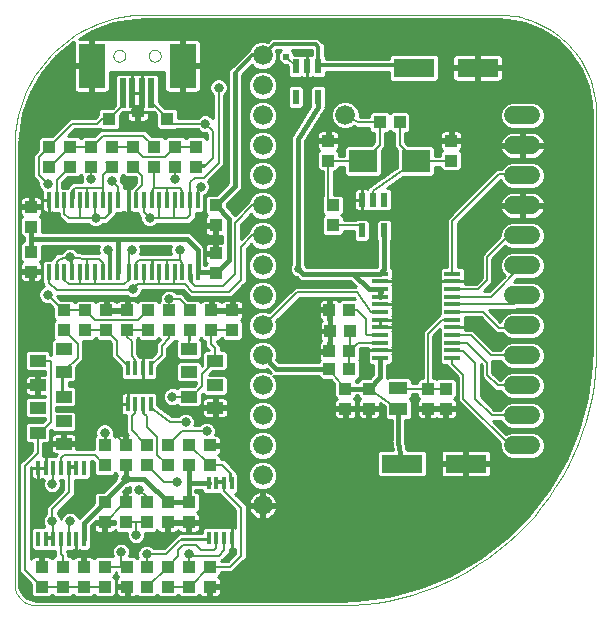
<source format=gtl>
G75*
G70*
%OFA0B0*%
%FSLAX24Y24*%
%IPPOS*%
%LPD*%
%AMOC8*
5,1,8,0,0,1.08239X$1,22.5*
%
%ADD10C,0.0000*%
%ADD11R,0.0433X0.0394*%
%ADD12R,0.1378X0.0630*%
%ADD13R,0.0236X0.0472*%
%ADD14R,0.0394X0.0433*%
%ADD15R,0.0531X0.0157*%
%ADD16R,0.0591X0.0433*%
%ADD17R,0.0945X0.0748*%
%ADD18R,0.0551X0.0394*%
%ADD19R,0.0150X0.0500*%
%ADD20R,0.0157X0.0433*%
%ADD21R,0.0906X0.1496*%
%ADD22R,0.0217X0.0984*%
%ADD23R,0.0157X0.0472*%
%ADD24R,0.0433X0.0433*%
%ADD25R,0.0157X0.0531*%
%ADD26C,0.0600*%
%ADD27C,0.0660*%
%ADD28C,0.0060*%
%ADD29C,0.0240*%
%ADD30C,0.0160*%
%ADD31C,0.0120*%
%ADD32C,0.0080*%
%ADD33C,0.0320*%
%ADD34C,0.0260*%
%ADD35C,0.0070*%
%ADD36C,0.0100*%
D10*
X000544Y001058D02*
X000544Y015662D01*
X003840Y018664D02*
X003842Y018691D01*
X003848Y018718D01*
X003857Y018744D01*
X003870Y018768D01*
X003886Y018791D01*
X003905Y018810D01*
X003927Y018827D01*
X003951Y018841D01*
X003976Y018851D01*
X004003Y018858D01*
X004030Y018861D01*
X004058Y018860D01*
X004085Y018855D01*
X004111Y018847D01*
X004135Y018835D01*
X004158Y018819D01*
X004179Y018801D01*
X004196Y018780D01*
X004211Y018756D01*
X004222Y018731D01*
X004230Y018705D01*
X004234Y018678D01*
X004234Y018650D01*
X004230Y018623D01*
X004222Y018597D01*
X004211Y018572D01*
X004196Y018548D01*
X004179Y018527D01*
X004158Y018509D01*
X004136Y018493D01*
X004111Y018481D01*
X004085Y018473D01*
X004058Y018468D01*
X004030Y018467D01*
X004003Y018470D01*
X003976Y018477D01*
X003951Y018487D01*
X003927Y018501D01*
X003905Y018518D01*
X003886Y018537D01*
X003870Y018560D01*
X003857Y018584D01*
X003848Y018610D01*
X003842Y018637D01*
X003840Y018664D01*
X005021Y018664D02*
X005023Y018691D01*
X005029Y018718D01*
X005038Y018744D01*
X005051Y018768D01*
X005067Y018791D01*
X005086Y018810D01*
X005108Y018827D01*
X005132Y018841D01*
X005157Y018851D01*
X005184Y018858D01*
X005211Y018861D01*
X005239Y018860D01*
X005266Y018855D01*
X005292Y018847D01*
X005316Y018835D01*
X005339Y018819D01*
X005360Y018801D01*
X005377Y018780D01*
X005392Y018756D01*
X005403Y018731D01*
X005411Y018705D01*
X005415Y018678D01*
X005415Y018650D01*
X005411Y018623D01*
X005403Y018597D01*
X005392Y018572D01*
X005377Y018548D01*
X005360Y018527D01*
X005339Y018509D01*
X005317Y018493D01*
X005292Y018481D01*
X005266Y018473D01*
X005239Y018468D01*
X005211Y018467D01*
X005184Y018470D01*
X005157Y018477D01*
X005132Y018487D01*
X005108Y018501D01*
X005086Y018518D01*
X005067Y018537D01*
X005051Y018560D01*
X005038Y018584D01*
X005029Y018610D01*
X005023Y018637D01*
X005021Y018664D01*
X004915Y020033D02*
X016662Y020033D01*
X016818Y020029D01*
X016973Y020018D01*
X017128Y020000D01*
X017281Y019974D01*
X017433Y019941D01*
X017584Y019900D01*
X017732Y019853D01*
X017878Y019799D01*
X018021Y019737D01*
X018161Y019669D01*
X018298Y019595D01*
X018431Y019514D01*
X018560Y019426D01*
X018685Y019333D01*
X018805Y019234D01*
X018920Y019129D01*
X019030Y019019D01*
X019135Y018904D01*
X019234Y018784D01*
X019327Y018659D01*
X019415Y018530D01*
X019496Y018397D01*
X019570Y018260D01*
X019638Y018120D01*
X019700Y017977D01*
X019754Y017831D01*
X019801Y017683D01*
X019842Y017532D01*
X019875Y017380D01*
X019901Y017227D01*
X019919Y017072D01*
X019930Y016917D01*
X019934Y016761D01*
X019934Y008909D01*
X019924Y008502D01*
X019895Y008095D01*
X019847Y007691D01*
X019779Y007289D01*
X019693Y006891D01*
X019587Y006497D01*
X019463Y006109D01*
X019321Y005727D01*
X019160Y005353D01*
X018982Y004986D01*
X018787Y004629D01*
X018575Y004281D01*
X018347Y003943D01*
X018102Y003617D01*
X017843Y003303D01*
X017569Y003001D01*
X017281Y002713D01*
X016979Y002439D01*
X016665Y002180D01*
X016339Y001935D01*
X016001Y001707D01*
X015654Y001495D01*
X015296Y001300D01*
X014929Y001122D01*
X014555Y000961D01*
X014173Y000819D01*
X013785Y000695D01*
X013391Y000589D01*
X012993Y000503D01*
X012591Y000435D01*
X012187Y000387D01*
X011780Y000358D01*
X011373Y000348D01*
X001254Y000348D01*
X001203Y000350D01*
X001153Y000355D01*
X001103Y000364D01*
X001054Y000377D01*
X001006Y000393D01*
X000959Y000412D01*
X000914Y000435D01*
X000870Y000461D01*
X000829Y000490D01*
X000789Y000521D01*
X000752Y000556D01*
X000717Y000593D01*
X000686Y000633D01*
X000657Y000674D01*
X000631Y000718D01*
X000608Y000763D01*
X000589Y000810D01*
X000573Y000858D01*
X000560Y000907D01*
X000551Y000957D01*
X000546Y001007D01*
X000544Y001058D01*
X000544Y015662D02*
X000549Y015870D01*
X000564Y016077D01*
X000588Y016284D01*
X000623Y016489D01*
X000667Y016693D01*
X000721Y016893D01*
X000784Y017092D01*
X000857Y017287D01*
X000939Y017478D01*
X001030Y017665D01*
X001130Y017848D01*
X001238Y018025D01*
X001354Y018197D01*
X001479Y018364D01*
X001612Y018524D01*
X001752Y018678D01*
X001899Y018825D01*
X002053Y018965D01*
X002213Y019098D01*
X002380Y019223D01*
X002552Y019339D01*
X002729Y019447D01*
X002912Y019547D01*
X003099Y019638D01*
X003290Y019720D01*
X003485Y019793D01*
X003684Y019856D01*
X003884Y019910D01*
X004088Y019954D01*
X004293Y019989D01*
X004500Y020013D01*
X004707Y020028D01*
X004915Y020033D01*
D11*
X005194Y015636D03*
X005894Y015636D03*
X005894Y014967D03*
X005194Y014967D03*
X004494Y014967D03*
X003794Y014967D03*
X003094Y014967D03*
X003094Y015636D03*
X003794Y015636D03*
X004494Y015636D03*
X002394Y015636D03*
X001694Y015636D03*
X001694Y014967D03*
X002394Y014967D03*
X001094Y013636D03*
X001094Y012967D03*
X001094Y012136D03*
X001094Y011467D03*
X002194Y010186D03*
X002194Y009517D03*
X002894Y009517D03*
X002894Y010186D03*
X003594Y010186D03*
X003594Y009517D03*
X004294Y009517D03*
X004294Y010186D03*
X004994Y010186D03*
X004994Y009517D03*
X005694Y009517D03*
X005694Y010186D03*
X006394Y010186D03*
X006394Y009517D03*
X007094Y009517D03*
X007094Y010186D03*
X007794Y010186D03*
X007794Y009517D03*
X007244Y011417D03*
X007244Y012086D03*
X007244Y013017D03*
X007244Y013686D03*
X006594Y014967D03*
X006594Y015636D03*
X010994Y015836D03*
X010994Y015167D03*
X011144Y013686D03*
X011144Y013017D03*
X015094Y015167D03*
X015094Y015836D03*
X014914Y007572D03*
X014324Y007572D03*
X014324Y006903D03*
X014914Y006903D03*
X012355Y006903D03*
X012355Y007572D03*
X011568Y007572D03*
X011568Y006903D03*
X007044Y005686D03*
X007044Y005017D03*
X006344Y005017D03*
X006344Y005686D03*
X005644Y005686D03*
X005644Y005017D03*
X004944Y005017D03*
X004944Y005686D03*
X004244Y005686D03*
X004244Y005017D03*
X003544Y005017D03*
X003544Y005686D03*
X003544Y003786D03*
X004244Y003786D03*
X004244Y003117D03*
X003544Y003117D03*
X004944Y003117D03*
X005644Y003117D03*
X006344Y003117D03*
X006344Y003786D03*
X005644Y003786D03*
X004944Y003786D03*
X004944Y001636D03*
X004944Y000967D03*
X005644Y000967D03*
X005644Y001636D03*
X006344Y001636D03*
X006344Y000967D03*
X007044Y000967D03*
X007044Y001636D03*
X004294Y001636D03*
X004294Y000967D03*
X003544Y000967D03*
X003544Y001636D03*
X002844Y001636D03*
X002844Y000967D03*
X002144Y000967D03*
X002144Y001636D03*
X001444Y001636D03*
X001444Y000967D03*
D12*
X013458Y005072D03*
X015584Y005072D03*
X015977Y018261D03*
X013851Y018261D03*
D13*
X010668Y018313D03*
X010294Y018313D03*
X009920Y018313D03*
X009920Y017289D03*
X010668Y017289D03*
X012120Y013863D03*
X012494Y013863D03*
X012868Y013863D03*
X012868Y012839D03*
X012120Y012839D03*
D14*
X011706Y010191D03*
X011036Y010191D03*
X011060Y009489D03*
X011729Y009489D03*
X011706Y008813D03*
X011706Y008222D03*
X011036Y008222D03*
X011036Y008813D03*
X012710Y016448D03*
X013379Y016448D03*
D15*
X012729Y011401D03*
X012729Y011145D03*
X012729Y010889D03*
X012729Y010633D03*
X012729Y010378D03*
X012729Y010122D03*
X012729Y009866D03*
X012729Y009610D03*
X012729Y009354D03*
X012729Y009098D03*
X012729Y008842D03*
X012729Y008586D03*
X015131Y008586D03*
X015131Y008842D03*
X015131Y009098D03*
X015131Y009354D03*
X015131Y009610D03*
X015131Y009866D03*
X015131Y010122D03*
X015131Y010378D03*
X015131Y010633D03*
X015131Y010889D03*
X015131Y011145D03*
X015131Y011401D03*
D16*
X013340Y007592D03*
X013340Y006883D03*
D17*
X013930Y015151D03*
X012158Y015151D03*
D18*
X006361Y008875D03*
X006361Y008127D03*
X006361Y007301D03*
X007227Y006927D03*
X007227Y007675D03*
X007227Y008501D03*
X002177Y008127D03*
X002177Y008875D03*
X001311Y008501D03*
X001311Y007675D03*
X001311Y006927D03*
X001311Y006101D03*
X002177Y005727D03*
X002177Y006475D03*
X002177Y007301D03*
D19*
X002094Y004932D03*
X002350Y004932D03*
X002606Y004932D03*
X002862Y004932D03*
X001838Y004932D03*
X001582Y004932D03*
X001327Y004932D03*
X001327Y002570D03*
X001582Y002570D03*
X001838Y002570D03*
X002094Y002570D03*
X002350Y002570D03*
X002606Y002570D03*
X002862Y002570D03*
D20*
X007010Y002576D03*
X007266Y002576D03*
X007522Y002576D03*
X007778Y002576D03*
X007778Y004426D03*
X007522Y004426D03*
X007266Y004426D03*
X007010Y004426D03*
D21*
X006143Y018330D03*
X003112Y018330D03*
D22*
X004155Y017424D03*
X004470Y017424D03*
X004785Y017424D03*
X005100Y017424D03*
D23*
X005078Y008242D03*
X004822Y008242D03*
X004566Y008242D03*
X004310Y008242D03*
X004310Y007061D03*
X004566Y007061D03*
X004822Y007061D03*
X005078Y007061D03*
D24*
X005635Y016569D03*
X004643Y016831D03*
X003701Y016569D03*
D25*
X003740Y013852D03*
X003996Y013852D03*
X004343Y013852D03*
X004599Y013852D03*
X004854Y013852D03*
X005110Y013852D03*
X005366Y013852D03*
X005622Y013852D03*
X005878Y013852D03*
X006134Y013852D03*
X006390Y013852D03*
X006646Y013852D03*
X006646Y011450D03*
X006390Y011450D03*
X006134Y011450D03*
X005878Y011450D03*
X005622Y011450D03*
X005366Y011450D03*
X005110Y011450D03*
X004854Y011450D03*
X004599Y011450D03*
X004343Y011450D03*
X003996Y011450D03*
X003740Y011450D03*
X003484Y011450D03*
X003228Y011450D03*
X002972Y011450D03*
X002716Y011450D03*
X002460Y011450D03*
X002204Y011450D03*
X001949Y011450D03*
X001693Y011450D03*
X001693Y013852D03*
X001949Y013852D03*
X002204Y013852D03*
X002460Y013852D03*
X002716Y013852D03*
X002972Y013852D03*
X003228Y013852D03*
X003484Y013852D03*
D26*
X017173Y013675D02*
X017773Y013675D01*
X017773Y014675D02*
X017173Y014675D01*
X017173Y015675D02*
X017773Y015675D01*
X017773Y016675D02*
X017173Y016675D01*
X017173Y012675D02*
X017773Y012675D01*
X017773Y011675D02*
X017173Y011675D01*
X017173Y010675D02*
X017773Y010675D01*
X017773Y009675D02*
X017173Y009675D01*
X017173Y008675D02*
X017773Y008675D01*
X017773Y007675D02*
X017173Y007675D01*
X017173Y006675D02*
X017773Y006675D01*
X017773Y005675D02*
X017173Y005675D01*
D27*
X008812Y005675D03*
X008812Y006675D03*
X008812Y007675D03*
X008812Y008675D03*
X008812Y009675D03*
X008812Y010675D03*
X008812Y011675D03*
X008812Y012675D03*
X008812Y013675D03*
X008812Y014675D03*
X008812Y015675D03*
X008812Y016675D03*
X008812Y017675D03*
X008812Y018675D03*
X011568Y016687D03*
X008812Y004675D03*
X008812Y003675D03*
D28*
X007778Y004426D02*
X007729Y004482D01*
X007729Y004777D01*
X007724Y004772D01*
X007532Y004482D02*
X007522Y004426D01*
X007532Y004383D01*
X007524Y004383D01*
X007532Y004482D02*
X007336Y004482D01*
X007266Y004426D01*
X007040Y004482D02*
X007014Y004431D01*
X007010Y004426D02*
X007040Y004482D01*
X007044Y005017D02*
X007040Y005072D01*
X007017Y005048D01*
X006374Y005681D02*
X006351Y005663D01*
X006344Y005686D01*
X005662Y005663D02*
X005644Y005681D01*
X005644Y005686D02*
X005662Y005663D01*
X005578Y005087D02*
X005564Y005072D01*
X005644Y005017D01*
X004982Y004983D02*
X004973Y004974D01*
X004944Y005017D01*
X004944Y005686D02*
X004875Y005761D01*
X004869Y005756D01*
X004284Y005072D02*
X004244Y005021D01*
X004244Y005017D02*
X004284Y005072D01*
X003544Y005017D02*
X003497Y005072D01*
X003495Y005070D01*
X003544Y005686D02*
X003595Y005761D01*
X003595Y006057D01*
X003544Y006101D01*
X004564Y007041D02*
X004580Y007041D01*
X004566Y007061D01*
X004822Y007061D02*
X004875Y007041D01*
X004875Y006746D01*
X004862Y006733D01*
X005072Y007041D02*
X005074Y007041D01*
X005072Y007041D02*
X005078Y007061D01*
X005078Y008242D02*
X005072Y008320D01*
X005074Y008331D01*
X004580Y008320D02*
X004566Y008242D01*
X004564Y008320D02*
X004580Y008320D01*
X004305Y008341D02*
X004284Y008320D01*
X004310Y008242D01*
X004294Y009502D02*
X004284Y009502D01*
X004294Y009517D01*
X003605Y009511D02*
X003595Y009502D01*
X003594Y009517D01*
X002906Y009502D02*
X002906Y009521D01*
X002894Y009517D02*
X002906Y009502D01*
X002894Y010186D02*
X002808Y010191D01*
X002808Y010181D01*
X002217Y010191D02*
X002217Y010181D01*
X002217Y010191D02*
X002194Y010186D01*
X002194Y009517D02*
X002217Y009502D01*
X002216Y009500D01*
X001332Y008517D02*
X001332Y008501D01*
X001332Y008517D02*
X001311Y008501D01*
X002119Y008124D02*
X002177Y008127D01*
X002217Y008222D01*
X002241Y008198D01*
X002119Y008124D02*
X002119Y007336D01*
X002177Y007301D01*
X001311Y006101D02*
X001332Y006057D01*
X001314Y006057D01*
X001838Y004932D02*
X001824Y004876D01*
X001834Y004876D01*
X002094Y004932D02*
X002119Y004974D01*
X002094Y004974D01*
X002316Y004876D02*
X002354Y004876D01*
X002316Y004876D02*
X002350Y004932D01*
X002414Y004974D01*
X002611Y004974D01*
X002606Y004932D01*
X003544Y003786D02*
X003595Y003793D01*
X003544Y003781D01*
X004172Y003709D02*
X004186Y003694D01*
X004244Y003786D01*
X004284Y003121D02*
X004284Y003104D01*
X004244Y003117D01*
X004875Y003121D02*
X004875Y003104D01*
X004944Y003117D01*
X004944Y003786D02*
X004973Y003793D01*
X004944Y003793D01*
X005644Y003786D02*
X005662Y003793D01*
X005644Y003781D01*
X006344Y003781D02*
X006351Y003793D01*
X006344Y003786D01*
X006056Y002513D02*
X006056Y002513D01*
X006942Y002513D01*
X007010Y002576D01*
X007237Y002513D02*
X007264Y002513D01*
X007237Y002513D02*
X007266Y002576D01*
X007522Y002576D02*
X007532Y002513D01*
X007524Y002513D01*
X007044Y001636D02*
X007040Y001628D01*
X007040Y001627D01*
X006351Y001628D02*
X006344Y001631D01*
X006344Y001636D02*
X006351Y001628D01*
X006351Y000971D02*
X006351Y000939D01*
X006344Y000967D01*
X005662Y000971D02*
X005662Y000939D01*
X005644Y000967D01*
X005662Y001628D02*
X005644Y001636D01*
X005644Y001631D02*
X005662Y001628D01*
X004973Y001628D02*
X004944Y001631D01*
X004944Y001636D02*
X004973Y001628D01*
X004974Y000971D02*
X004973Y000939D01*
X004944Y000967D01*
X004294Y001636D02*
X004088Y001636D01*
X004088Y002120D01*
X004088Y001636D02*
X003544Y001636D01*
X003544Y000967D02*
X002844Y000967D01*
X002808Y000939D01*
X002808Y000971D01*
X002144Y000967D02*
X001449Y000967D01*
X001444Y000971D01*
X001444Y000967D02*
X001430Y001037D01*
X001404Y001011D01*
X002144Y001636D02*
X002119Y001726D01*
X002144Y001726D01*
X002119Y002513D02*
X002094Y002570D01*
X002094Y002513D02*
X002119Y002513D01*
X002316Y002612D02*
X002354Y002612D01*
X002316Y002612D02*
X002350Y002570D01*
X002862Y002570D02*
X002906Y002612D01*
X002864Y002612D01*
X003544Y003117D02*
X003595Y003104D01*
X003584Y003121D01*
X001834Y002612D02*
X001824Y002612D01*
X001838Y002570D01*
X001824Y002612D02*
X001627Y002612D01*
X001582Y002570D01*
X006244Y006451D02*
X006248Y006455D01*
X006351Y007301D02*
X006351Y007336D01*
X006361Y007301D01*
X007224Y008501D02*
X007237Y008517D01*
X007227Y008501D01*
X006361Y008875D02*
X006351Y008911D01*
X006364Y008911D01*
X006364Y009171D02*
X006351Y009206D01*
X006351Y009502D01*
X006394Y009517D01*
X006394Y010186D02*
X006351Y010191D01*
X006378Y010217D01*
X005694Y010191D02*
X005662Y010191D01*
X005694Y010186D01*
X005694Y009517D02*
X005662Y009502D01*
X005694Y009502D01*
X004994Y009517D02*
X004973Y009502D01*
X004973Y009521D01*
X004989Y010175D02*
X004973Y010191D01*
X004994Y010186D01*
X004494Y010901D02*
X004580Y010978D01*
X004575Y010982D01*
X004344Y011372D02*
X004344Y011449D01*
X004343Y011450D01*
X004580Y011470D02*
X004594Y011470D01*
X004580Y011470D02*
X004599Y011450D01*
X004854Y011451D02*
X004875Y011470D01*
X004854Y011450D01*
X005110Y011450D02*
X005170Y011470D01*
X005170Y011851D01*
X005170Y011864D01*
X005367Y011470D02*
X005364Y011451D01*
X005366Y011450D02*
X005367Y011470D01*
X005622Y011450D02*
X005662Y011470D01*
X005624Y011470D01*
X005859Y011470D02*
X005874Y011451D01*
X005878Y011450D02*
X005859Y011470D01*
X006134Y011470D02*
X006154Y011470D01*
X006134Y011450D01*
X006390Y011450D02*
X006450Y011372D01*
X006450Y011076D01*
X006459Y011086D01*
X007094Y009517D02*
X007139Y009502D01*
X007139Y009521D01*
X007794Y009521D02*
X007828Y009502D01*
X007794Y009517D01*
X008812Y009675D02*
X008862Y009675D01*
X008938Y009751D01*
X011036Y008222D02*
X011568Y007572D01*
X011706Y008222D02*
X011706Y008813D01*
X011729Y008836D01*
X011991Y009098D01*
X012729Y009098D01*
X012729Y009354D02*
X012306Y009354D01*
X012257Y009403D01*
X012257Y009895D01*
X011962Y010191D01*
X011706Y010191D01*
X011729Y009489D02*
X011729Y008836D01*
X012355Y007572D02*
X013340Y006883D01*
X013340Y007592D02*
X013162Y007572D01*
X014324Y007572D01*
X014324Y009403D01*
X014786Y009866D01*
X015131Y009866D01*
X015131Y010122D02*
X016164Y010122D01*
X016686Y009600D01*
X017399Y009600D01*
X017473Y009675D01*
X017176Y010378D02*
X017473Y010675D01*
X017176Y010378D02*
X015131Y010378D01*
X015131Y010633D02*
X016432Y010633D01*
X017473Y011675D01*
X017473Y012675D02*
X017399Y012750D01*
X017080Y012750D01*
X016292Y011962D01*
X016292Y011175D01*
X016007Y010889D01*
X015131Y010889D01*
X015131Y011401D02*
X015131Y013163D01*
X016686Y014718D01*
X017430Y014718D01*
X017473Y014675D01*
X015094Y015167D02*
X015079Y015151D01*
X013930Y015151D01*
X013379Y015702D01*
X013379Y016448D01*
X012710Y016448D02*
X012003Y016448D01*
X011568Y016687D01*
X012710Y016448D02*
X012710Y015702D01*
X012158Y015151D01*
X011010Y015151D01*
X010994Y015167D01*
X008812Y013675D02*
X008468Y013675D01*
X007894Y013101D01*
X008468Y012675D02*
X008094Y012301D01*
X008468Y012675D02*
X008812Y012675D01*
X006647Y013832D02*
X006644Y013851D01*
X006646Y013852D02*
X006647Y013832D01*
X006394Y013848D02*
X006394Y013537D01*
X006394Y013848D02*
X006390Y013852D01*
X006154Y013832D02*
X006134Y013851D01*
X006134Y013852D02*
X006154Y013832D01*
X005878Y013852D02*
X005859Y013832D01*
X005874Y013832D01*
X005662Y013931D02*
X005622Y013852D01*
X005624Y013931D02*
X005662Y013931D01*
X005366Y013852D02*
X005367Y013832D01*
X005364Y013832D01*
X005170Y013931D02*
X005110Y013852D01*
X005170Y013931D02*
X005170Y014226D01*
X005170Y014227D01*
X004854Y013852D02*
X004875Y013832D01*
X004854Y013832D01*
X004599Y013852D02*
X004580Y013931D01*
X004594Y013931D01*
X003996Y013852D02*
X003989Y013832D01*
X003994Y013851D01*
X003740Y013852D02*
X003694Y013832D01*
X003694Y013439D01*
X003713Y013420D01*
X003484Y013852D02*
X003497Y013931D01*
X003484Y013931D01*
X003228Y013852D02*
X003202Y013832D01*
X003224Y013832D01*
X003005Y013832D02*
X002974Y013851D01*
X002972Y013852D02*
X003005Y013832D01*
X002716Y013852D02*
X002710Y013832D01*
X002714Y013832D01*
X002513Y013931D02*
X002460Y013852D01*
X002513Y013931D02*
X002513Y014226D01*
X002516Y014223D01*
X002204Y013852D02*
X002217Y013832D01*
X002204Y013832D01*
X001949Y013852D02*
X001922Y013931D01*
X001944Y013931D01*
X002327Y014904D02*
X002316Y014915D01*
X002394Y014967D01*
X001751Y014988D02*
X001725Y015013D01*
X001694Y014967D01*
X001694Y015636D02*
X001725Y015702D01*
X001745Y015682D01*
X002391Y015628D02*
X002414Y015604D01*
X002394Y015636D01*
X003094Y015636D02*
X003103Y015604D01*
X003103Y015631D01*
X003792Y015604D02*
X003794Y015631D01*
X003794Y015636D02*
X003792Y015604D01*
X003694Y015112D02*
X003794Y014967D01*
X003701Y014908D02*
X003595Y015112D01*
X003694Y015112D01*
X003094Y014967D02*
X003103Y014915D01*
X003094Y014915D01*
X004494Y014967D02*
X004580Y014915D01*
X004565Y014900D01*
X005170Y014915D02*
X005194Y014915D01*
X005170Y014915D02*
X005194Y014967D01*
X005859Y014915D02*
X005894Y014915D01*
X005859Y014915D02*
X005894Y014967D01*
X005958Y015604D02*
X005958Y015631D01*
X005958Y015604D02*
X005894Y015636D01*
X006548Y015631D02*
X006548Y015604D01*
X006594Y015636D01*
X006647Y015013D02*
X006594Y014967D01*
X006647Y015013D02*
X006942Y015013D01*
X006924Y015031D01*
X005635Y016601D02*
X005100Y017136D01*
X005100Y017424D01*
X004470Y017424D02*
X004470Y017004D01*
X004643Y016831D01*
X004155Y017023D02*
X004155Y017424D01*
X004155Y017023D02*
X003701Y016569D01*
X004481Y015631D02*
X004481Y015604D01*
X004494Y015636D01*
X005147Y015679D02*
X005170Y015702D01*
X005194Y015636D01*
X003377Y018065D02*
X003112Y018330D01*
X003644Y012201D02*
X003694Y012159D01*
X003694Y011470D01*
X003740Y011450D01*
X003497Y011470D02*
X003484Y011470D01*
X003497Y011470D02*
X003484Y011450D01*
X003228Y011450D02*
X003202Y011470D01*
X003224Y011451D01*
X003005Y011470D02*
X002972Y011450D01*
X002974Y011470D02*
X003005Y011470D01*
X002716Y011450D02*
X002710Y011372D01*
X002714Y011372D01*
X002460Y011450D02*
X002414Y011470D01*
X002414Y011864D01*
X002394Y011951D01*
X002217Y011470D02*
X002204Y011451D01*
X002204Y011450D02*
X002217Y011470D01*
X001949Y011450D02*
X001922Y011470D01*
X001944Y011470D01*
X001725Y011470D02*
X001694Y011451D01*
X001693Y011450D02*
X001725Y011470D01*
X009599Y018634D02*
X009920Y018313D01*
X012700Y011175D02*
X012729Y011145D01*
X012749Y010781D02*
X012749Y010653D01*
X015131Y009354D02*
X015751Y009354D01*
X016430Y008675D01*
X017473Y008675D01*
X017473Y007675D02*
X016643Y007675D01*
X016292Y008025D01*
X016292Y008419D01*
X015613Y009098D01*
X015131Y009098D01*
X015131Y008842D02*
X015505Y008813D01*
X015899Y008419D01*
X015899Y007238D01*
X016462Y006675D01*
X017473Y006675D01*
X017473Y005675D02*
X017462Y005663D01*
X017080Y005663D01*
X015505Y007238D01*
X015505Y008025D01*
X015131Y008399D01*
X015131Y008586D01*
X014914Y007572D02*
X014324Y007572D01*
D29*
X009599Y018634D03*
D30*
X010668Y017289D02*
X010668Y016968D01*
X009993Y015899D01*
X009993Y011569D01*
X010160Y011401D01*
X011834Y011401D01*
X012729Y011401D01*
X012868Y011540D01*
X012868Y012839D01*
X011834Y011401D02*
X012355Y010880D01*
X012651Y010880D01*
X012749Y010781D01*
X012729Y010889D02*
X012729Y010633D01*
X012749Y010653D01*
X012729Y008586D02*
X012729Y007946D01*
X012355Y007572D01*
X011568Y007572D01*
X011036Y008222D02*
X009265Y008222D01*
X008812Y008675D01*
X007244Y011421D02*
X007214Y011451D01*
X006644Y011451D01*
X006644Y011470D01*
X006644Y012201D01*
X006294Y012551D01*
X001094Y012551D01*
X001094Y012946D01*
X001094Y012967D01*
X001094Y012971D01*
X001094Y012551D02*
X001094Y012159D01*
X001094Y012136D01*
X001094Y012131D01*
X003994Y012501D02*
X003994Y011470D01*
X003994Y011451D01*
X007244Y011421D02*
X007694Y011871D01*
X007694Y013231D01*
X007244Y013681D01*
X007894Y014331D01*
X007894Y018101D01*
X013340Y006883D02*
X013340Y005781D01*
X013458Y005072D01*
X007014Y004431D02*
X006374Y004431D01*
X006344Y004401D01*
X006344Y005017D01*
X006344Y005021D01*
X006344Y004401D02*
X006344Y003786D01*
X006344Y003781D01*
X005644Y003781D01*
X004874Y004551D01*
X004244Y004551D01*
X004244Y005017D01*
X004244Y005021D01*
X004244Y004551D02*
X003544Y003851D01*
X003544Y003786D01*
X003544Y003781D01*
X002864Y003101D01*
X002864Y002612D01*
X002864Y002571D01*
D31*
X007244Y011417D02*
X007237Y011470D01*
X007214Y011451D01*
X006647Y011470D02*
X006644Y011470D01*
X006647Y011470D02*
X006646Y011450D01*
X006294Y012551D02*
X004044Y012551D01*
X004031Y012549D01*
X004019Y012544D01*
X004009Y012536D01*
X004001Y012526D01*
X003996Y012514D01*
X003994Y012501D01*
X003994Y011470D02*
X003989Y011470D01*
X003996Y011450D01*
X001135Y012159D02*
X001094Y012159D01*
X001094Y012136D02*
X001135Y012159D01*
X001135Y012946D02*
X001094Y012967D01*
X001094Y012946D02*
X001135Y012946D01*
X007237Y013734D02*
X007244Y013681D01*
X007244Y013686D02*
X007237Y013734D01*
X007894Y018101D02*
X008468Y018675D01*
X008812Y018675D01*
X009186Y019049D01*
X010584Y019049D01*
X010668Y018964D01*
X010668Y018313D01*
X010694Y018339D01*
X013898Y018339D01*
D32*
X007894Y013101D02*
X007894Y011401D01*
X007494Y011001D01*
X006544Y011001D01*
X006459Y011086D01*
X006394Y011151D01*
X006394Y011451D01*
X006134Y011470D02*
X006134Y011451D01*
X006134Y011470D02*
X006134Y011761D01*
X006044Y011851D01*
X005644Y011851D01*
X005624Y011831D01*
X005624Y011470D01*
X005624Y011451D01*
X005874Y011451D02*
X005874Y011081D01*
X005844Y011051D01*
X006224Y011051D01*
X006474Y010801D01*
X007694Y010801D01*
X008094Y011201D01*
X008094Y012301D01*
X006644Y013851D02*
X006644Y014201D01*
X006744Y014301D01*
X006544Y014601D02*
X006394Y014451D01*
X006394Y013537D01*
X006394Y013351D01*
X006294Y013251D01*
X005894Y013251D01*
X005874Y013271D01*
X005874Y013832D01*
X005874Y013851D01*
X005624Y013851D02*
X005624Y013931D01*
X005624Y014221D01*
X005594Y014251D01*
X006044Y014251D01*
X006134Y014161D01*
X006134Y013851D01*
X005594Y014251D02*
X005194Y014251D01*
X005194Y014915D01*
X005194Y014967D01*
X005194Y014971D01*
X004824Y015301D02*
X005564Y015301D01*
X005894Y015631D01*
X005958Y015631D01*
X006548Y015631D01*
X006594Y015631D01*
X007144Y015251D02*
X007144Y016151D01*
X006894Y016401D01*
X005835Y016401D01*
X005635Y016601D01*
X005635Y016569D01*
X004824Y016001D02*
X005147Y015679D01*
X005194Y015631D01*
X004824Y015301D02*
X004494Y015631D01*
X004481Y015631D01*
X003794Y015631D01*
X003494Y016001D02*
X004824Y016001D01*
X004494Y014971D02*
X004565Y014900D01*
X004794Y014671D01*
X004794Y014351D01*
X004594Y014151D01*
X004594Y013931D01*
X004594Y013851D01*
X004854Y013832D02*
X004854Y013851D01*
X004854Y013832D02*
X004854Y013441D01*
X005044Y013251D01*
X005344Y013251D01*
X005364Y013271D01*
X005364Y013832D01*
X005364Y013851D01*
X005114Y013851D02*
X005114Y014171D01*
X005170Y014227D01*
X005194Y014251D01*
X005894Y014551D02*
X005894Y014915D01*
X005894Y014967D01*
X005894Y014971D01*
X006544Y014601D02*
X006844Y014601D01*
X007344Y015101D01*
X007344Y017601D01*
X007144Y015251D02*
X006924Y015031D01*
X006864Y014971D01*
X006594Y014971D01*
X005894Y013251D02*
X005344Y013251D01*
X006044Y012201D02*
X006044Y011851D01*
X005644Y011851D02*
X005170Y011851D01*
X005094Y011851D01*
X005114Y011831D01*
X005114Y011451D01*
X004854Y011451D02*
X004854Y011061D01*
X004844Y011051D01*
X005344Y011051D01*
X005844Y011051D01*
X005364Y011071D02*
X005364Y011451D01*
X005364Y011071D02*
X005344Y011051D01*
X004844Y011051D02*
X004644Y011051D01*
X004575Y010982D01*
X004494Y010901D01*
X004444Y010851D01*
X001944Y010851D01*
X001694Y011101D01*
X001694Y011451D01*
X001944Y011470D02*
X001944Y011451D01*
X001944Y011470D02*
X001944Y011801D01*
X002044Y011901D01*
X002394Y011951D01*
X002464Y011881D01*
X002464Y011451D01*
X002204Y011451D02*
X002204Y011191D01*
X002344Y011051D01*
X002744Y011051D01*
X002714Y011081D01*
X002714Y011372D01*
X002714Y011451D01*
X002974Y011470D02*
X002974Y011451D01*
X002974Y011470D02*
X002974Y011871D01*
X002894Y011901D01*
X003344Y011901D01*
X003484Y011761D01*
X003484Y011470D01*
X003484Y011451D01*
X003224Y011451D02*
X003224Y011071D01*
X003244Y011051D01*
X004194Y011051D01*
X004344Y011201D01*
X004344Y011372D01*
X004344Y012101D01*
X004444Y012201D01*
X004694Y011851D02*
X004594Y011751D01*
X004594Y011470D01*
X004594Y011451D01*
X004694Y011851D02*
X005094Y011851D01*
X003744Y012101D02*
X003744Y011451D01*
X003244Y011051D02*
X002744Y011051D01*
X002894Y011901D02*
X002394Y011951D01*
X003644Y012201D02*
X003744Y012101D01*
X003544Y013251D02*
X003244Y013251D01*
X003224Y013271D01*
X003224Y013832D01*
X003224Y013851D01*
X002974Y013851D02*
X002974Y014231D01*
X002994Y014251D01*
X003484Y014251D01*
X003484Y013931D01*
X003484Y013851D01*
X003744Y013851D02*
X003744Y013451D01*
X003713Y013420D01*
X003544Y013251D01*
X003244Y013251D02*
X002744Y013251D01*
X002714Y013281D01*
X002714Y013832D01*
X002714Y013851D01*
X002464Y013851D02*
X002464Y014171D01*
X002516Y014223D01*
X002544Y014251D01*
X002994Y014251D01*
X003094Y014551D02*
X003094Y014915D01*
X003094Y014967D01*
X003094Y014971D01*
X003484Y014691D02*
X003484Y014251D01*
X003794Y014501D02*
X003994Y014301D01*
X003994Y013851D01*
X003484Y014691D02*
X003701Y014908D01*
X003764Y014971D01*
X003794Y014971D01*
X004494Y014967D02*
X004494Y014961D01*
X004494Y014967D02*
X004494Y014971D01*
X003494Y016001D02*
X003124Y015631D01*
X003103Y015631D01*
X002394Y015631D01*
X002391Y015628D01*
X001751Y014988D01*
X001734Y014971D01*
X001694Y014971D01*
X001344Y014701D02*
X001344Y015281D01*
X001694Y015631D01*
X001745Y015682D01*
X002464Y016401D01*
X003304Y016401D01*
X003504Y016601D01*
X003701Y016569D01*
X002394Y014971D02*
X002327Y014904D01*
X001944Y014521D01*
X001944Y013931D01*
X001944Y013851D01*
X002204Y013832D02*
X002204Y013851D01*
X002204Y013832D02*
X002204Y013391D01*
X002344Y013251D01*
X002744Y013251D01*
X001644Y014401D02*
X001344Y014701D01*
X001674Y015631D02*
X001694Y015631D01*
X001644Y010701D02*
X002164Y010181D01*
X002217Y010181D01*
X002808Y010181D01*
X002894Y010181D01*
X003224Y009851D01*
X004664Y009851D01*
X004989Y010175D01*
X004994Y010181D01*
X004973Y009521D02*
X004994Y009521D01*
X004973Y009521D02*
X004294Y009521D01*
X004294Y009517D01*
X004294Y009502D01*
X004294Y009301D01*
X004444Y009151D01*
X004444Y008651D01*
X004564Y008531D01*
X004564Y008320D01*
X004564Y008241D01*
X004824Y008241D02*
X004824Y008531D01*
X004944Y008651D01*
X005074Y008331D02*
X005444Y008701D01*
X005444Y009001D01*
X005694Y009251D01*
X005694Y009502D01*
X005694Y009517D01*
X005694Y009521D01*
X005694Y010181D02*
X005694Y010186D01*
X005694Y010191D01*
X005694Y010551D01*
X006044Y010551D01*
X006378Y010217D01*
X006394Y010201D01*
X006394Y010186D01*
X006394Y010181D01*
X006394Y009521D02*
X006394Y009517D01*
X006394Y009201D01*
X006364Y009171D01*
X006364Y008911D01*
X006364Y008871D01*
X007094Y009051D02*
X007224Y008921D01*
X007224Y008501D01*
X007244Y008521D01*
X007174Y008521D01*
X007224Y008501D02*
X006794Y008071D01*
X006794Y007651D01*
X006444Y007301D01*
X006361Y007301D01*
X006351Y007301D01*
X005794Y007301D01*
X005074Y007061D02*
X005074Y007041D01*
X005074Y006971D01*
X005724Y006471D01*
X006244Y006451D01*
X006114Y006151D02*
X005644Y005681D01*
X005294Y005951D02*
X005294Y005371D01*
X005578Y005087D01*
X005644Y005021D01*
X005514Y004451D02*
X005944Y004451D01*
X005514Y004451D02*
X004982Y004983D01*
X004944Y005021D01*
X004944Y005681D02*
X004869Y005756D01*
X004444Y006181D01*
X004444Y006651D01*
X004564Y006771D01*
X004564Y007041D01*
X004564Y007061D01*
X004824Y007061D02*
X004824Y006771D01*
X004862Y006733D01*
X004944Y006651D01*
X004944Y006301D01*
X005294Y005951D01*
X006114Y006151D02*
X006944Y006151D01*
X006374Y005681D02*
X007017Y005048D01*
X007044Y005021D01*
X007474Y005021D01*
X007724Y004772D01*
X007774Y004721D01*
X007774Y004351D01*
X007524Y004383D02*
X007524Y004431D01*
X007264Y004431D01*
X007524Y004383D02*
X007524Y004171D01*
X008094Y003601D01*
X008094Y002001D01*
X007724Y001631D01*
X007044Y001631D01*
X007040Y001627D01*
X006384Y000971D01*
X006351Y000971D01*
X005662Y000971D01*
X005644Y000971D01*
X005644Y001631D02*
X005994Y001981D01*
X005994Y002201D01*
X006144Y002351D01*
X006594Y002351D01*
X006744Y002201D01*
X007194Y002201D01*
X007264Y002271D01*
X007264Y002513D01*
X007264Y002571D01*
X007014Y002571D02*
X006114Y002571D01*
X006056Y002513D01*
X005594Y002051D01*
X004944Y002051D01*
X004944Y001636D01*
X004944Y001631D01*
X004974Y000971D02*
X004944Y000971D01*
X004974Y000971D02*
X005644Y001631D01*
X006344Y001636D02*
X006344Y001631D01*
X006344Y001636D02*
X006344Y002051D01*
X006394Y002001D01*
X007344Y002001D01*
X007524Y002181D01*
X007524Y002513D01*
X007524Y002571D01*
X004944Y003121D02*
X004875Y003121D01*
X004594Y003121D01*
X004594Y002701D01*
X004594Y003121D02*
X004284Y003121D01*
X004244Y003121D01*
X004172Y003709D02*
X004244Y003781D01*
X004172Y003709D02*
X003584Y003121D01*
X003544Y003121D01*
X004694Y004201D02*
X004944Y003951D01*
X004944Y003793D01*
X004944Y003786D01*
X004944Y003781D01*
X003544Y005021D02*
X003495Y005070D01*
X003214Y005351D01*
X002194Y005351D01*
X002094Y005251D01*
X002094Y004974D01*
X002094Y004932D01*
X002094Y004931D01*
X002354Y004931D02*
X002354Y004876D01*
X002354Y004111D01*
X001794Y003551D01*
X001794Y003151D01*
X001834Y003111D01*
X001834Y002612D01*
X001834Y002571D01*
X001584Y002571D01*
X002094Y002570D02*
X002094Y002571D01*
X002094Y002570D02*
X002094Y002513D01*
X002094Y002051D01*
X002144Y002001D01*
X002144Y001726D01*
X002144Y001636D01*
X002144Y001631D01*
X002808Y000971D02*
X001444Y000971D01*
X001404Y001011D01*
X000894Y001521D01*
X000894Y005001D01*
X001314Y005421D01*
X001314Y006057D01*
X001314Y006101D01*
X001394Y006101D01*
X001744Y006451D01*
X001744Y008501D01*
X001332Y008501D01*
X001314Y008501D01*
X002174Y008131D02*
X002174Y007301D01*
X002174Y008131D02*
X002241Y008198D01*
X002644Y008601D01*
X002644Y009071D01*
X002216Y009500D01*
X002194Y009521D01*
X002894Y009521D02*
X002906Y009521D01*
X003594Y009521D01*
X003605Y009511D01*
X003944Y009171D01*
X003944Y008701D01*
X004305Y008341D01*
X004314Y008331D01*
X004314Y008241D01*
X005074Y008241D02*
X005074Y008331D01*
X004294Y010186D02*
X003594Y010186D01*
X007094Y009521D02*
X007094Y009517D01*
X007094Y009051D01*
X007094Y009521D02*
X007139Y009521D01*
X007794Y009521D01*
X008938Y009751D02*
X009968Y010781D01*
X011962Y010781D01*
X012424Y010122D01*
X012729Y010122D01*
X006374Y005681D02*
X006344Y005681D01*
X004244Y005681D02*
X003944Y005981D01*
X003944Y006431D01*
X003544Y006101D02*
X003544Y005686D01*
X003544Y005681D01*
X002604Y004931D02*
X002354Y004931D01*
X001834Y004931D02*
X001834Y004876D01*
X001834Y004441D01*
X001794Y004401D01*
X002394Y003151D02*
X002354Y003111D01*
X002354Y002612D01*
X002354Y002571D01*
X002808Y000971D02*
X003544Y000971D01*
D33*
X003194Y002051D03*
X004088Y002120D03*
X004594Y002701D03*
X004944Y002051D03*
X006344Y002051D03*
X007694Y003251D03*
X005944Y004451D03*
X004694Y004201D03*
X004244Y004551D03*
X003344Y004351D03*
X002394Y003151D03*
X001794Y003151D03*
X001244Y003151D03*
X001244Y004401D03*
X001794Y004401D03*
X003544Y006101D03*
X003794Y007601D03*
X004694Y007601D03*
X005394Y007601D03*
X005794Y007301D03*
X006244Y006451D03*
X006944Y006151D03*
X005694Y010551D03*
X005044Y010651D03*
X004494Y010901D03*
X004444Y012201D03*
X004444Y012901D03*
X005044Y013251D03*
X005494Y012901D03*
X005494Y012201D03*
X006044Y012201D03*
X006694Y012901D03*
X006744Y014301D03*
X005894Y014551D03*
X004444Y014501D03*
X003794Y014501D03*
X003094Y014551D03*
X002344Y014501D03*
X001644Y014401D03*
X001094Y014401D03*
X002844Y012901D03*
X003244Y013251D03*
X002844Y012201D03*
X002394Y011951D03*
X003644Y012201D03*
X001644Y010701D03*
X001094Y010751D03*
X006894Y016401D03*
X007344Y017601D03*
D34*
X009993Y011569D03*
D35*
X011144Y013017D02*
X012120Y013017D01*
X012120Y012839D01*
X011144Y013686D02*
X010994Y013686D01*
X010994Y015167D01*
X012494Y014165D02*
X012494Y013863D01*
X012494Y014165D02*
X013930Y015151D01*
D36*
X000705Y000949D02*
X000789Y000747D01*
X000943Y000592D01*
X001145Y000509D01*
X001254Y000498D01*
X001316Y000498D01*
X011311Y000498D01*
X011373Y000498D01*
X011923Y000516D01*
X013014Y000660D01*
X014077Y000944D01*
X015093Y001365D01*
X016046Y001915D01*
X016919Y002585D01*
X017697Y003363D01*
X018367Y004236D01*
X018917Y005189D01*
X019338Y006205D01*
X019622Y007268D01*
X019622Y007268D01*
X019766Y008359D01*
X019784Y008908D01*
X019784Y016761D01*
X019769Y017067D01*
X019650Y017667D01*
X019415Y018233D01*
X019075Y018742D01*
X018643Y019174D01*
X018134Y019514D01*
X017568Y019749D01*
X016968Y019868D01*
X016662Y019883D01*
X016600Y019883D01*
X004915Y019883D01*
X004547Y019867D01*
X003823Y019739D01*
X003131Y019488D01*
X002681Y019228D01*
X003062Y019228D01*
X003062Y018380D01*
X003161Y018380D01*
X003161Y019228D01*
X003584Y019228D01*
X003622Y019217D01*
X003639Y019208D01*
X005616Y019208D01*
X005632Y019217D01*
X005671Y019228D01*
X006093Y019228D01*
X006093Y018380D01*
X006193Y018380D01*
X006193Y019228D01*
X006616Y019228D01*
X006654Y019217D01*
X006688Y019198D01*
X006716Y019170D01*
X006736Y019135D01*
X006746Y019097D01*
X006746Y018379D01*
X006193Y018379D01*
X006193Y018280D01*
X006746Y018280D01*
X006746Y017562D01*
X006736Y017524D01*
X006716Y017489D01*
X006688Y017461D01*
X006654Y017442D01*
X006616Y017431D01*
X006193Y017431D01*
X006193Y018279D01*
X006093Y018279D01*
X006093Y017431D01*
X005671Y017431D01*
X005632Y017442D01*
X005598Y017461D01*
X005570Y017489D01*
X005551Y017524D01*
X005540Y017562D01*
X005540Y018120D01*
X003714Y018120D01*
X003714Y017562D01*
X003704Y017524D01*
X003684Y017489D01*
X003656Y017461D01*
X003622Y017442D01*
X003584Y017431D01*
X003161Y017431D01*
X003161Y018279D01*
X003062Y018279D01*
X003062Y017431D01*
X002639Y017431D01*
X002601Y017442D01*
X002567Y017461D01*
X002539Y017489D01*
X002519Y017524D01*
X002509Y017562D01*
X002509Y018280D01*
X003061Y018280D01*
X003061Y018379D01*
X002509Y018379D01*
X002509Y019097D01*
X002519Y019134D01*
X002494Y019120D01*
X001930Y018647D01*
X001458Y018083D01*
X001090Y017446D01*
X000838Y016755D01*
X000710Y016030D01*
X000694Y015662D01*
X000694Y001058D01*
X000705Y000949D01*
X000709Y000940D02*
X001078Y000940D01*
X001078Y001038D02*
X000696Y001038D01*
X000694Y001137D02*
X001010Y001137D01*
X001078Y001069D02*
X000704Y001442D01*
X000704Y001600D01*
X000704Y005080D01*
X000816Y005191D01*
X001124Y005500D01*
X001124Y005754D01*
X000973Y005754D01*
X000886Y005842D01*
X000886Y006360D01*
X000973Y006448D01*
X001472Y006448D01*
X001554Y006530D01*
X001554Y006580D01*
X000973Y006580D01*
X000886Y006668D01*
X000886Y007186D01*
X000973Y007274D01*
X001554Y007274D01*
X001554Y007328D01*
X001360Y007328D01*
X001360Y007626D01*
X001263Y007626D01*
X001263Y007328D01*
X001016Y007328D01*
X000978Y007339D01*
X000943Y007358D01*
X000916Y007386D01*
X000896Y007420D01*
X000886Y007459D01*
X000886Y007627D01*
X001262Y007627D01*
X001262Y007724D01*
X000886Y007724D01*
X000886Y007892D01*
X000896Y007930D01*
X000916Y007964D01*
X000943Y007992D01*
X000978Y008012D01*
X001016Y008022D01*
X001263Y008022D01*
X001263Y007724D01*
X001360Y007724D01*
X001360Y008022D01*
X001554Y008022D01*
X001554Y008154D01*
X000973Y008154D01*
X000886Y008242D01*
X000886Y008760D01*
X000973Y008848D01*
X001649Y008848D01*
X001737Y008760D01*
X001737Y008691D01*
X001752Y008691D01*
X001752Y009134D01*
X001840Y009222D01*
X001863Y009222D01*
X001828Y009258D01*
X001828Y009776D01*
X001903Y009851D01*
X001828Y009927D01*
X001828Y010249D01*
X001686Y010391D01*
X001583Y010391D01*
X001469Y010438D01*
X001381Y010526D01*
X001334Y010639D01*
X001334Y010763D01*
X001381Y010877D01*
X001469Y010964D01*
X001535Y010991D01*
X001504Y011022D01*
X001504Y011082D01*
X001464Y011122D01*
X001464Y011778D01*
X001552Y011866D01*
X001754Y011866D01*
X001754Y011880D01*
X001866Y011991D01*
X001866Y011991D01*
X001900Y012026D01*
X001939Y012078D01*
X001955Y012080D01*
X001966Y012091D01*
X002031Y012091D01*
X002122Y012104D01*
X002131Y012127D01*
X002219Y012214D01*
X002333Y012261D01*
X002456Y012261D01*
X002570Y012214D01*
X002657Y012127D01*
X002662Y012115D01*
X002862Y012095D01*
X002887Y012107D01*
X002929Y012091D01*
X003354Y012091D01*
X003334Y012139D01*
X003334Y012263D01*
X003358Y012321D01*
X001461Y012321D01*
X001461Y011877D01*
X001380Y011796D01*
X001403Y011783D01*
X001431Y011755D01*
X001451Y011721D01*
X001461Y011683D01*
X001461Y011515D01*
X001143Y011515D01*
X001143Y011418D01*
X001461Y011418D01*
X001461Y011250D01*
X001451Y011212D01*
X001431Y011178D01*
X001403Y011150D01*
X001369Y011130D01*
X001331Y011120D01*
X001143Y011120D01*
X001143Y011418D01*
X001046Y011418D01*
X001046Y011120D01*
X000858Y011120D01*
X000820Y011130D01*
X000786Y011150D01*
X000758Y011178D01*
X000738Y011212D01*
X000728Y011250D01*
X000728Y011418D01*
X001046Y011418D01*
X001046Y011515D01*
X000728Y011515D01*
X000728Y011683D01*
X000738Y011721D01*
X000758Y011755D01*
X000786Y011783D01*
X000808Y011796D01*
X000728Y011877D01*
X000728Y012395D01*
X000816Y012483D01*
X000864Y012483D01*
X000864Y012620D01*
X000816Y012620D01*
X000728Y012708D01*
X000728Y013226D01*
X000808Y013306D01*
X000786Y013319D01*
X000758Y013347D01*
X000738Y013381D01*
X000728Y013419D01*
X000728Y013587D01*
X001046Y013587D01*
X001046Y013684D01*
X000728Y013684D01*
X000728Y013852D01*
X000738Y013891D01*
X000758Y013925D01*
X000786Y013953D01*
X000820Y013972D01*
X000858Y013983D01*
X001046Y013983D01*
X001046Y013684D01*
X001143Y013684D01*
X001461Y013684D01*
X001461Y013852D01*
X001451Y013891D01*
X001431Y013925D01*
X001403Y013953D01*
X001369Y013972D01*
X001331Y013983D01*
X001143Y013983D01*
X001143Y013684D01*
X001143Y013587D01*
X001461Y013587D01*
X001461Y013419D01*
X001451Y013381D01*
X001431Y013347D01*
X001403Y013319D01*
X001380Y013306D01*
X001461Y013226D01*
X001461Y012781D01*
X006389Y012781D01*
X006524Y012646D01*
X006874Y012296D01*
X006874Y012106D01*
X006874Y011779D01*
X006925Y011779D01*
X006936Y011769D02*
X006958Y011756D01*
X006883Y011681D01*
X006875Y011681D01*
X006875Y011778D01*
X006874Y011779D01*
X006908Y011797D02*
X006936Y011769D01*
X006908Y011797D02*
X006888Y011831D01*
X006878Y011869D01*
X006878Y012037D01*
X007196Y012037D01*
X007196Y012134D01*
X006878Y012134D01*
X006878Y012302D01*
X006888Y012341D01*
X006908Y012375D01*
X006936Y012403D01*
X006970Y012422D01*
X007008Y012433D01*
X007196Y012433D01*
X007196Y012134D01*
X007293Y012134D01*
X007293Y012433D01*
X007464Y012433D01*
X007464Y012670D01*
X007293Y012670D01*
X007293Y012968D01*
X007196Y012968D01*
X007196Y012670D01*
X007008Y012670D01*
X006970Y012680D01*
X006936Y012700D01*
X006908Y012728D01*
X006888Y012762D01*
X006878Y012800D01*
X006878Y012968D01*
X007196Y012968D01*
X007196Y013065D01*
X006878Y013065D01*
X006878Y013233D01*
X006888Y013271D01*
X006908Y013305D01*
X006936Y013333D01*
X006958Y013346D01*
X006878Y013427D01*
X006878Y013945D01*
X006966Y014033D01*
X007270Y014033D01*
X007664Y014426D01*
X007664Y018196D01*
X007799Y018331D01*
X007827Y018331D01*
X008258Y018762D01*
X008378Y018882D01*
X008405Y018947D01*
X008540Y019082D01*
X008716Y019155D01*
X008907Y019155D01*
X008969Y019129D01*
X008976Y019136D01*
X009099Y019259D01*
X010671Y019259D01*
X010794Y019136D01*
X010878Y019051D01*
X010878Y018669D01*
X010936Y018611D01*
X010936Y018549D01*
X013012Y018549D01*
X013012Y018639D01*
X013100Y018726D01*
X014602Y018726D01*
X014690Y018639D01*
X014690Y017884D01*
X014602Y017796D01*
X013100Y017796D01*
X013012Y017884D01*
X013012Y018129D01*
X010936Y018129D01*
X010936Y018015D01*
X010849Y017927D01*
X010488Y017927D01*
X010475Y017940D01*
X010470Y017937D01*
X010432Y017927D01*
X010303Y017927D01*
X010303Y018304D01*
X010285Y018304D01*
X010285Y017927D01*
X010156Y017927D01*
X010118Y017937D01*
X010113Y017940D01*
X010100Y017927D01*
X009740Y017927D01*
X009652Y018015D01*
X009652Y018327D01*
X009615Y018364D01*
X009546Y018364D01*
X009446Y018405D01*
X009370Y018481D01*
X009329Y018580D01*
X009329Y018688D01*
X009370Y018787D01*
X009423Y018839D01*
X009273Y018839D01*
X009266Y018832D01*
X009292Y018770D01*
X009292Y018579D01*
X009219Y018403D01*
X009084Y018268D01*
X008907Y018195D01*
X008716Y018195D01*
X008540Y018268D01*
X008449Y018359D01*
X008124Y018034D01*
X008124Y014426D01*
X008124Y014236D01*
X007611Y013722D01*
X007611Y013640D01*
X007789Y013461D01*
X007895Y013356D01*
X008288Y013749D01*
X008348Y013810D01*
X008405Y013947D01*
X008540Y014082D01*
X008716Y014155D01*
X008907Y014155D01*
X009084Y014082D01*
X009219Y013947D01*
X009292Y013770D01*
X009292Y013579D01*
X009219Y013403D01*
X009084Y013268D01*
X008907Y013195D01*
X008716Y013195D01*
X008540Y013268D01*
X008428Y013380D01*
X008084Y013037D01*
X008084Y012546D01*
X008288Y012749D01*
X008348Y012810D01*
X008405Y012947D01*
X008540Y013082D01*
X008716Y013155D01*
X008907Y013155D01*
X009084Y013082D01*
X009219Y012947D01*
X009292Y012770D01*
X009292Y012579D01*
X009219Y012403D01*
X009084Y012268D01*
X008907Y012195D01*
X008716Y012195D01*
X008540Y012268D01*
X008428Y012380D01*
X008284Y012237D01*
X008284Y011122D01*
X008173Y011011D01*
X007884Y010722D01*
X007884Y010722D01*
X007773Y010611D01*
X006396Y010611D01*
X006284Y010722D01*
X006146Y010861D01*
X005923Y010861D01*
X005766Y010861D01*
X005266Y010861D01*
X004923Y010861D01*
X004804Y010861D01*
X004804Y010839D01*
X004757Y010726D01*
X004670Y010638D01*
X004556Y010591D01*
X004433Y010591D01*
X004319Y010638D01*
X004296Y010661D01*
X002023Y010661D01*
X001954Y010661D01*
X001954Y010660D01*
X002081Y010533D01*
X002473Y010533D01*
X002544Y010461D01*
X002616Y010533D01*
X003173Y010533D01*
X003248Y010458D01*
X003258Y010475D01*
X003286Y010503D01*
X003320Y010522D01*
X003358Y010533D01*
X003546Y010533D01*
X003546Y010234D01*
X003643Y010234D01*
X003961Y010234D01*
X004246Y010234D01*
X004246Y010137D01*
X003961Y010137D01*
X003643Y010137D01*
X003643Y010234D01*
X003643Y010533D01*
X003831Y010533D01*
X003869Y010522D01*
X003903Y010503D01*
X003931Y010475D01*
X003944Y010451D01*
X003958Y010475D01*
X003986Y010503D01*
X004020Y010522D01*
X004058Y010533D01*
X004246Y010533D01*
X004246Y010234D01*
X004343Y010234D01*
X004343Y010533D01*
X004531Y010533D01*
X004569Y010522D01*
X004603Y010503D01*
X004631Y010475D01*
X004641Y010458D01*
X004716Y010533D01*
X005273Y010533D01*
X005344Y010461D01*
X005384Y010501D01*
X005384Y010613D01*
X005431Y010727D01*
X005519Y010814D01*
X005633Y010861D01*
X005756Y010861D01*
X005870Y010814D01*
X005943Y010741D01*
X006123Y010741D01*
X006234Y010630D01*
X006331Y010533D01*
X006673Y010533D01*
X006748Y010458D01*
X006758Y010475D01*
X006786Y010503D01*
X006820Y010522D01*
X006858Y010533D01*
X007046Y010533D01*
X007046Y010234D01*
X007143Y010234D01*
X007428Y010234D01*
X007746Y010234D01*
X007746Y010137D01*
X007428Y010137D01*
X007143Y010137D01*
X007143Y010234D01*
X007143Y010533D01*
X007331Y010533D01*
X007369Y010522D01*
X007403Y010503D01*
X007431Y010475D01*
X007444Y010451D01*
X007458Y010475D01*
X007486Y010503D01*
X007520Y010522D01*
X007558Y010533D01*
X007746Y010533D01*
X007746Y010234D01*
X007843Y010234D01*
X008161Y010234D01*
X008161Y010402D01*
X008151Y010441D01*
X008131Y010475D01*
X008103Y010503D01*
X008069Y010522D01*
X008031Y010533D01*
X007843Y010533D01*
X007843Y010234D01*
X007843Y010137D01*
X008161Y010137D01*
X008161Y009969D01*
X008151Y009931D01*
X008131Y009897D01*
X008103Y009869D01*
X008080Y009856D01*
X008161Y009776D01*
X008161Y009258D01*
X008073Y009170D01*
X007516Y009170D01*
X007444Y009241D01*
X007373Y009170D01*
X007284Y009170D01*
X007284Y009130D01*
X007303Y009111D01*
X007303Y009111D01*
X007414Y009000D01*
X007414Y008848D01*
X007565Y008848D01*
X007653Y008760D01*
X007653Y008242D01*
X007565Y008154D01*
X007146Y008154D01*
X007014Y008022D01*
X007565Y008022D01*
X007653Y007934D01*
X007653Y007416D01*
X007565Y007328D01*
X006890Y007328D01*
X006815Y007403D01*
X006787Y007375D01*
X006787Y007042D01*
X006699Y006954D01*
X006023Y006954D01*
X005948Y007029D01*
X005856Y006991D01*
X005733Y006991D01*
X005619Y007038D01*
X005531Y007126D01*
X005484Y007239D01*
X005484Y007363D01*
X005531Y007477D01*
X005619Y007564D01*
X005733Y007611D01*
X005856Y007611D01*
X005948Y007573D01*
X006023Y007648D01*
X006522Y007648D01*
X006604Y007730D01*
X006604Y007780D01*
X006023Y007780D01*
X005936Y007868D01*
X005936Y008386D01*
X006023Y008474D01*
X006699Y008474D01*
X006787Y008386D01*
X006787Y008332D01*
X006802Y008347D01*
X006802Y008760D01*
X006890Y008848D01*
X007029Y008848D01*
X007016Y008861D01*
X007016Y008861D01*
X006904Y008972D01*
X006904Y009170D01*
X006816Y009170D01*
X006744Y009241D01*
X006712Y009209D01*
X006787Y009134D01*
X006787Y008616D01*
X006699Y008528D01*
X006023Y008528D01*
X005936Y008616D01*
X005936Y009134D01*
X005971Y009170D01*
X005881Y009170D01*
X005634Y008922D01*
X005634Y008780D01*
X005634Y008622D01*
X005307Y008295D01*
X005307Y007943D01*
X005219Y007856D01*
X004937Y007856D01*
X004934Y007859D01*
X004921Y007856D01*
X004822Y007856D01*
X004822Y008241D01*
X004822Y008241D01*
X004822Y007856D01*
X004724Y007856D01*
X004711Y007859D01*
X004707Y007856D01*
X004451Y007856D01*
X004169Y007856D01*
X004082Y007943D01*
X004082Y008295D01*
X003866Y008511D01*
X003866Y008511D01*
X003754Y008622D01*
X003754Y009092D01*
X003677Y009170D01*
X003316Y009170D01*
X003244Y009241D01*
X003173Y009170D01*
X002814Y009170D01*
X002834Y009150D01*
X002834Y008992D01*
X002834Y008522D01*
X002723Y008411D01*
X002603Y008291D01*
X002603Y007868D01*
X002515Y007780D01*
X002364Y007780D01*
X002364Y007648D01*
X002515Y007648D01*
X002603Y007560D01*
X002603Y007042D01*
X002515Y006954D01*
X001934Y006954D01*
X001934Y006822D01*
X002515Y006822D01*
X002603Y006734D01*
X002603Y006216D01*
X002515Y006128D01*
X001840Y006128D01*
X001765Y006203D01*
X001737Y006175D01*
X001737Y005842D01*
X001649Y005754D01*
X001504Y005754D01*
X001504Y005500D01*
X001504Y005342D01*
X001494Y005332D01*
X001582Y005332D01*
X001582Y004933D01*
X001583Y004933D01*
X001583Y005332D01*
X001677Y005332D01*
X001696Y005327D01*
X001701Y005332D01*
X001907Y005332D01*
X001955Y005380D01*
X001882Y005380D01*
X001844Y005391D01*
X001810Y005410D01*
X001782Y005438D01*
X001762Y005472D01*
X001752Y005511D01*
X001752Y005679D01*
X002129Y005679D01*
X002129Y005776D01*
X002129Y006074D01*
X001882Y006074D01*
X001844Y006064D01*
X001737Y006064D01*
X001782Y006016D02*
X001810Y006044D01*
X001844Y006064D01*
X001782Y006016D02*
X001762Y005982D01*
X001752Y005944D01*
X001752Y005776D01*
X002129Y005776D01*
X002226Y005776D01*
X002226Y006074D01*
X002473Y006074D01*
X002511Y006064D01*
X002545Y006044D01*
X002573Y006016D01*
X002593Y005982D01*
X002603Y005944D01*
X002603Y005776D01*
X002226Y005776D01*
X002226Y005679D01*
X002603Y005679D01*
X002603Y005541D01*
X003136Y005541D01*
X003178Y005541D01*
X003178Y005945D01*
X003245Y006013D01*
X003234Y006039D01*
X003234Y006163D01*
X003281Y006277D01*
X003369Y006364D01*
X003483Y006411D01*
X003606Y006411D01*
X003720Y006364D01*
X003807Y006277D01*
X003854Y006163D01*
X003854Y006039D01*
X003843Y006013D01*
X003898Y005958D01*
X003908Y005975D01*
X003936Y006003D01*
X003970Y006022D01*
X004008Y006033D01*
X004196Y006033D01*
X004196Y005734D01*
X004293Y005734D01*
X004293Y006033D01*
X004324Y006033D01*
X004254Y006102D01*
X004254Y006260D01*
X004254Y006674D01*
X004212Y006674D01*
X004174Y006685D01*
X004140Y006704D01*
X004112Y006732D01*
X004092Y006766D01*
X004082Y006805D01*
X004082Y007060D01*
X004310Y007060D01*
X004310Y007061D01*
X004310Y007447D01*
X004212Y007447D01*
X004174Y007437D01*
X004140Y007417D01*
X004112Y007389D01*
X004092Y007355D01*
X004082Y007317D01*
X004082Y007061D01*
X004310Y007061D01*
X004311Y007061D01*
X004311Y007447D01*
X004409Y007447D01*
X004422Y007443D01*
X004425Y007447D01*
X004707Y007447D01*
X004963Y007447D01*
X005219Y007447D01*
X005307Y007359D01*
X005307Y007032D01*
X005792Y006659D01*
X006005Y006650D01*
X006069Y006714D01*
X006183Y006761D01*
X006306Y006761D01*
X006420Y006714D01*
X006507Y006627D01*
X006554Y006513D01*
X006554Y006389D01*
X006534Y006341D01*
X006696Y006341D01*
X006769Y006414D01*
X006883Y006461D01*
X007006Y006461D01*
X007120Y006414D01*
X007207Y006327D01*
X007254Y006213D01*
X007254Y006089D01*
X007231Y006033D01*
X007281Y006033D01*
X007319Y006022D01*
X007353Y006003D01*
X007381Y005975D01*
X007401Y005941D01*
X007411Y005902D01*
X007411Y005734D01*
X007093Y005734D01*
X007093Y005637D01*
X007411Y005637D01*
X007411Y005469D01*
X007401Y005431D01*
X007381Y005397D01*
X007353Y005369D01*
X007330Y005356D01*
X007411Y005276D01*
X007411Y005211D01*
X007553Y005211D01*
X007802Y004962D01*
X007964Y004800D01*
X007964Y004748D01*
X008007Y004705D01*
X008007Y004148D01*
X007919Y004060D01*
X007904Y004060D01*
X008284Y003680D01*
X008284Y003522D01*
X008284Y001922D01*
X008173Y001811D01*
X008173Y001811D01*
X007803Y001441D01*
X007646Y001441D01*
X007411Y001441D01*
X007411Y001377D01*
X007330Y001296D01*
X007353Y001283D01*
X007381Y001255D01*
X007401Y001221D01*
X007411Y001183D01*
X007411Y001015D01*
X007093Y001015D01*
X007093Y000918D01*
X007411Y000918D01*
X007411Y000750D01*
X007401Y000712D01*
X007381Y000678D01*
X007353Y000650D01*
X007319Y000630D01*
X007281Y000620D01*
X007093Y000620D01*
X007093Y000918D01*
X006996Y000918D01*
X006996Y000620D01*
X006808Y000620D01*
X006770Y000630D01*
X006736Y000650D01*
X006708Y000678D01*
X006698Y000695D01*
X006623Y000620D01*
X006066Y000620D01*
X005994Y000691D01*
X005923Y000620D01*
X005366Y000620D01*
X005294Y000691D01*
X005223Y000620D01*
X004666Y000620D01*
X004619Y000666D01*
X004603Y000650D01*
X004569Y000630D01*
X004531Y000620D01*
X004343Y000620D01*
X004343Y000918D01*
X004246Y000918D01*
X004246Y000620D01*
X004058Y000620D01*
X004020Y000630D01*
X003986Y000650D01*
X003958Y000678D01*
X003938Y000712D01*
X003928Y000750D01*
X003928Y000918D01*
X004246Y000918D01*
X004246Y001015D01*
X003928Y001015D01*
X003928Y001183D01*
X003938Y001221D01*
X003958Y001255D01*
X003986Y001283D01*
X004008Y001296D01*
X003928Y001377D01*
X003928Y001456D01*
X003911Y001456D01*
X003911Y001377D01*
X003835Y001301D01*
X003911Y001226D01*
X003911Y000708D01*
X003823Y000620D01*
X003266Y000620D01*
X003194Y000691D01*
X003123Y000620D01*
X002566Y000620D01*
X002494Y000691D01*
X002423Y000620D01*
X001866Y000620D01*
X001794Y000691D01*
X001723Y000620D01*
X001166Y000620D01*
X001078Y000708D01*
X001078Y001069D01*
X001078Y000841D02*
X000750Y000841D01*
X000793Y000742D02*
X001078Y000742D01*
X001141Y000644D02*
X000891Y000644D01*
X001056Y000545D02*
X012146Y000545D01*
X012895Y000644D02*
X007343Y000644D01*
X007409Y000742D02*
X013323Y000742D01*
X013691Y000841D02*
X007411Y000841D01*
X007411Y001038D02*
X014303Y001038D01*
X014541Y001137D02*
X007411Y001137D01*
X007393Y001235D02*
X014779Y001235D01*
X015017Y001334D02*
X007368Y001334D01*
X007411Y001432D02*
X015209Y001432D01*
X015380Y001531D02*
X007893Y001531D01*
X007991Y001629D02*
X015550Y001629D01*
X015721Y001728D02*
X008090Y001728D01*
X008188Y001826D02*
X015892Y001826D01*
X016058Y001925D02*
X008284Y001925D01*
X008284Y002024D02*
X016187Y002024D01*
X016315Y002122D02*
X008284Y002122D01*
X008284Y002221D02*
X016444Y002221D01*
X016572Y002319D02*
X008284Y002319D01*
X008284Y002418D02*
X016701Y002418D01*
X016829Y002516D02*
X008284Y002516D01*
X008284Y002615D02*
X016948Y002615D01*
X017047Y002713D02*
X008284Y002713D01*
X008284Y002812D02*
X017146Y002812D01*
X017244Y002910D02*
X008284Y002910D01*
X008284Y003009D02*
X017343Y003009D01*
X017441Y003107D02*
X008284Y003107D01*
X008284Y003206D02*
X008703Y003206D01*
X008700Y003207D02*
X008763Y003196D01*
X008763Y003626D01*
X008334Y003626D01*
X008344Y003562D01*
X008367Y003491D01*
X008401Y003423D01*
X008446Y003362D01*
X008499Y003309D01*
X008560Y003264D01*
X008628Y003230D01*
X008700Y003207D01*
X008763Y003206D02*
X008860Y003206D01*
X008860Y003196D02*
X008924Y003207D01*
X008996Y003230D01*
X009064Y003264D01*
X009125Y003309D01*
X009178Y003362D01*
X009222Y003423D01*
X009257Y003491D01*
X009280Y003562D01*
X009290Y003626D01*
X008861Y003626D01*
X008861Y003723D01*
X009290Y003723D01*
X009280Y003787D01*
X009257Y003859D01*
X009222Y003926D01*
X009178Y003987D01*
X009125Y004041D01*
X009064Y004085D01*
X008996Y004120D01*
X008924Y004143D01*
X008860Y004153D01*
X008860Y003723D01*
X008763Y003723D01*
X008763Y003626D01*
X008860Y003626D01*
X008860Y003196D01*
X008921Y003206D02*
X017540Y003206D01*
X017638Y003305D02*
X009119Y003305D01*
X009208Y003403D02*
X017727Y003403D01*
X017803Y003502D02*
X009260Y003502D01*
X009286Y003600D02*
X017879Y003600D01*
X017954Y003699D02*
X008861Y003699D01*
X008763Y003699D02*
X008265Y003699D01*
X008334Y003723D02*
X008763Y003723D01*
X008763Y004153D01*
X008700Y004143D01*
X008628Y004120D01*
X008560Y004085D01*
X008499Y004041D01*
X008446Y003987D01*
X008401Y003926D01*
X008367Y003859D01*
X008344Y003787D01*
X008334Y003723D01*
X008347Y003797D02*
X008167Y003797D01*
X008068Y003896D02*
X008386Y003896D01*
X008453Y003994D02*
X007970Y003994D01*
X007952Y004093D02*
X008575Y004093D01*
X008716Y004195D02*
X008540Y004268D01*
X008405Y004403D01*
X008332Y004579D01*
X008332Y004770D01*
X008405Y004947D01*
X008540Y005082D01*
X008716Y005155D01*
X008907Y005155D01*
X009084Y005082D01*
X009219Y004947D01*
X009292Y004770D01*
X009292Y004579D01*
X009219Y004403D01*
X009084Y004268D01*
X008907Y004195D01*
X008716Y004195D01*
X008763Y004093D02*
X008860Y004093D01*
X008860Y003994D02*
X008763Y003994D01*
X008763Y003896D02*
X008860Y003896D01*
X008860Y003797D02*
X008763Y003797D01*
X008763Y003600D02*
X008860Y003600D01*
X008860Y003502D02*
X008763Y003502D01*
X008763Y003403D02*
X008860Y003403D01*
X008860Y003305D02*
X008763Y003305D01*
X008505Y003305D02*
X008284Y003305D01*
X008284Y003403D02*
X008416Y003403D01*
X008364Y003502D02*
X008284Y003502D01*
X008284Y003600D02*
X008338Y003600D01*
X007904Y003522D02*
X007904Y002935D01*
X007877Y002942D01*
X007778Y002942D01*
X007680Y002942D01*
X007667Y002939D01*
X007663Y002942D01*
X007407Y002942D01*
X007125Y002942D01*
X006869Y002942D01*
X006782Y002855D01*
X006782Y002761D01*
X006193Y002761D01*
X006036Y002761D01*
X005866Y002592D01*
X005516Y002241D01*
X005193Y002241D01*
X005120Y002314D01*
X005006Y002361D01*
X004883Y002361D01*
X004769Y002314D01*
X004681Y002227D01*
X004634Y002113D01*
X004634Y001989D01*
X004645Y001963D01*
X004619Y001936D01*
X004573Y001983D01*
X004366Y001983D01*
X004398Y002058D01*
X004398Y002181D01*
X004350Y002295D01*
X004263Y002382D01*
X004149Y002430D01*
X004026Y002430D01*
X003912Y002382D01*
X003825Y002295D01*
X003778Y002181D01*
X003778Y002058D01*
X003809Y001983D01*
X003266Y001983D01*
X003191Y001908D01*
X003181Y001925D01*
X003153Y001953D01*
X003119Y001972D01*
X003081Y001983D01*
X002893Y001983D01*
X002893Y001684D01*
X002796Y001684D01*
X002796Y001983D01*
X002608Y001983D01*
X002570Y001972D01*
X002536Y001953D01*
X002508Y001925D01*
X002481Y001925D01*
X002498Y001908D02*
X002423Y001983D01*
X002334Y001983D01*
X002334Y002080D01*
X002284Y002130D01*
X002284Y002170D01*
X002487Y002170D01*
X002492Y002175D01*
X002511Y002170D01*
X002606Y002170D01*
X002606Y002570D01*
X002606Y002570D01*
X002606Y002170D01*
X002701Y002170D01*
X002720Y002175D01*
X002725Y002170D01*
X002999Y002170D01*
X003087Y002258D01*
X003087Y002469D01*
X003094Y002476D01*
X003094Y002707D01*
X003094Y003006D01*
X003253Y003165D01*
X003496Y003165D01*
X003496Y003068D01*
X003593Y003068D01*
X003878Y003068D01*
X003878Y003165D01*
X003593Y003165D01*
X003593Y003068D01*
X003593Y002770D01*
X003781Y002770D01*
X003819Y002780D01*
X003853Y002800D01*
X003881Y002828D01*
X003891Y002845D01*
X003966Y002770D01*
X004287Y002770D01*
X004284Y002763D01*
X004284Y002639D01*
X004331Y002526D01*
X004419Y002438D01*
X004533Y002391D01*
X004656Y002391D01*
X004770Y002438D01*
X004857Y002526D01*
X004904Y002639D01*
X004904Y002763D01*
X004901Y002770D01*
X005223Y002770D01*
X005298Y002845D01*
X005308Y002828D01*
X005336Y002800D01*
X005370Y002780D01*
X005408Y002770D01*
X005596Y002770D01*
X005596Y003068D01*
X005693Y003068D01*
X005693Y003165D01*
X006011Y003165D01*
X006296Y003165D01*
X006296Y003068D01*
X006393Y003068D01*
X006393Y003165D01*
X006711Y003165D01*
X006711Y003333D01*
X006701Y003371D01*
X006681Y003405D01*
X006653Y003433D01*
X006630Y003446D01*
X006711Y003527D01*
X006711Y004045D01*
X006623Y004133D01*
X006574Y004133D01*
X006574Y004201D01*
X006782Y004201D01*
X006782Y004148D01*
X006869Y004060D01*
X007151Y004060D01*
X007367Y004060D01*
X007904Y003522D01*
X007904Y003502D02*
X006686Y003502D01*
X006682Y003403D02*
X007904Y003403D01*
X007904Y003305D02*
X006711Y003305D01*
X006711Y003206D02*
X007904Y003206D01*
X007904Y003107D02*
X006393Y003107D01*
X006393Y003068D02*
X006711Y003068D01*
X006711Y002900D01*
X006701Y002862D01*
X006681Y002828D01*
X006653Y002800D01*
X006619Y002780D01*
X006581Y002770D01*
X006393Y002770D01*
X006393Y003068D01*
X006393Y003009D02*
X006296Y003009D01*
X006296Y003068D02*
X006296Y002770D01*
X006108Y002770D01*
X006070Y002780D01*
X006036Y002800D01*
X006008Y002828D01*
X005994Y002851D01*
X005981Y002828D01*
X005953Y002800D01*
X005919Y002780D01*
X005881Y002770D01*
X005693Y002770D01*
X005693Y003068D01*
X005978Y003068D01*
X006296Y003068D01*
X006296Y003107D02*
X005693Y003107D01*
X005693Y003009D02*
X005596Y003009D01*
X005596Y002910D02*
X005693Y002910D01*
X005693Y002812D02*
X005596Y002812D01*
X005889Y002615D02*
X004894Y002615D01*
X004904Y002713D02*
X005988Y002713D01*
X005965Y002812D02*
X006023Y002812D01*
X006296Y002812D02*
X006393Y002812D01*
X006393Y002910D02*
X006296Y002910D01*
X006665Y002812D02*
X006782Y002812D01*
X006837Y002910D02*
X006711Y002910D01*
X006711Y003009D02*
X007904Y003009D01*
X007778Y002942D02*
X007778Y002576D01*
X007778Y002942D01*
X007778Y002910D02*
X007778Y002910D01*
X007778Y002812D02*
X007778Y002812D01*
X007778Y002713D02*
X007778Y002713D01*
X007778Y002615D02*
X007778Y002615D01*
X007778Y002576D02*
X007778Y002576D01*
X007778Y002576D01*
X007778Y002209D01*
X007714Y002209D01*
X007714Y002102D01*
X007433Y001821D01*
X007646Y001821D01*
X007904Y002080D01*
X007904Y002217D01*
X007877Y002209D01*
X007778Y002209D01*
X007778Y002576D01*
X007778Y002516D02*
X007778Y002516D01*
X007778Y002418D02*
X007778Y002418D01*
X007778Y002319D02*
X007778Y002319D01*
X007778Y002221D02*
X007778Y002221D01*
X007714Y002122D02*
X007904Y002122D01*
X007848Y002024D02*
X007635Y002024D01*
X007537Y001925D02*
X007749Y001925D01*
X007651Y001826D02*
X007438Y001826D01*
X007093Y000940D02*
X014059Y000940D01*
X014209Y004607D02*
X012706Y004607D01*
X012619Y004695D01*
X012619Y005450D01*
X012706Y005537D01*
X013147Y005537D01*
X013125Y005671D01*
X013110Y005686D01*
X013110Y005762D01*
X013097Y005837D01*
X013110Y005855D01*
X013110Y006517D01*
X012982Y006517D01*
X012894Y006605D01*
X012894Y006975D01*
X012722Y007096D01*
X012722Y006952D01*
X012404Y006952D01*
X012404Y006855D01*
X012722Y006855D01*
X012722Y006687D01*
X012712Y006648D01*
X012692Y006614D01*
X012664Y006586D01*
X012630Y006567D01*
X012592Y006556D01*
X012943Y006556D01*
X012894Y006655D02*
X012713Y006655D01*
X012722Y006754D02*
X012894Y006754D01*
X012894Y006852D02*
X012722Y006852D01*
X012722Y007049D02*
X012789Y007049D01*
X012894Y006951D02*
X012404Y006951D01*
X012404Y006854D02*
X012307Y006854D01*
X012307Y006556D01*
X012119Y006556D01*
X012081Y006567D01*
X012047Y006586D01*
X012019Y006614D01*
X011999Y006648D01*
X011989Y006687D01*
X011989Y006855D01*
X012307Y006855D01*
X012307Y006952D01*
X011989Y006952D01*
X011989Y007120D01*
X011999Y007158D01*
X012019Y007192D01*
X012047Y007220D01*
X012069Y007233D01*
X011989Y007313D01*
X011989Y007342D01*
X011934Y007342D01*
X011934Y007313D01*
X011854Y007233D01*
X011876Y007220D01*
X011904Y007192D01*
X011924Y007158D01*
X011934Y007120D01*
X011934Y006952D01*
X011617Y006952D01*
X011617Y006855D01*
X011934Y006855D01*
X011934Y006687D01*
X011924Y006648D01*
X011904Y006614D01*
X011876Y006586D01*
X011842Y006567D01*
X011804Y006556D01*
X011616Y006556D01*
X011616Y006854D01*
X011519Y006854D01*
X011519Y006556D01*
X011332Y006556D01*
X011293Y006567D01*
X011259Y006586D01*
X011231Y006614D01*
X011212Y006648D01*
X011201Y006687D01*
X011201Y006855D01*
X011519Y006855D01*
X011519Y006952D01*
X011201Y006952D01*
X011201Y007120D01*
X011212Y007158D01*
X011231Y007192D01*
X011259Y007220D01*
X011282Y007233D01*
X011201Y007313D01*
X011201Y007736D01*
X011104Y007856D01*
X010777Y007856D01*
X010690Y007943D01*
X010690Y007992D01*
X009360Y007992D01*
X009173Y007992D01*
X009219Y007947D01*
X009292Y007770D01*
X009292Y007579D01*
X009219Y007403D01*
X009084Y007268D01*
X008907Y007195D01*
X008716Y007195D01*
X008540Y007268D01*
X008405Y007403D01*
X008332Y007579D01*
X008332Y007770D01*
X008405Y007947D01*
X008540Y008082D01*
X008716Y008155D01*
X008907Y008155D01*
X009077Y008084D01*
X008949Y008212D01*
X008907Y008195D01*
X008716Y008195D01*
X008540Y008268D01*
X008405Y008403D01*
X008332Y008579D01*
X008332Y008770D01*
X008405Y008947D01*
X008540Y009082D01*
X008716Y009155D01*
X008907Y009155D01*
X009084Y009082D01*
X009219Y008947D01*
X009292Y008770D01*
X009292Y008579D01*
X009275Y008537D01*
X009360Y008452D01*
X010690Y008452D01*
X010690Y008501D01*
X010710Y008521D01*
X010700Y008538D01*
X010690Y008576D01*
X010690Y008764D01*
X010988Y008764D01*
X010988Y008861D01*
X010988Y009122D01*
X011011Y009122D01*
X011011Y009440D01*
X011108Y009440D01*
X011108Y009179D01*
X011085Y009179D01*
X011085Y008861D01*
X010988Y008861D01*
X010690Y008861D01*
X010690Y009049D01*
X010700Y009087D01*
X010719Y009121D01*
X010747Y009149D01*
X010764Y009159D01*
X010743Y009180D01*
X010723Y009215D01*
X010713Y009253D01*
X010713Y009440D01*
X011011Y009440D01*
X011011Y009537D01*
X010713Y009537D01*
X010713Y009725D01*
X010723Y009763D01*
X010743Y009798D01*
X010771Y009826D01*
X010785Y009834D01*
X010782Y009834D01*
X010747Y009854D01*
X010719Y009882D01*
X010700Y009916D01*
X010690Y009954D01*
X010690Y010142D01*
X010988Y010142D01*
X011085Y010142D01*
X011085Y009824D01*
X011108Y009824D01*
X011108Y009538D01*
X011011Y009538D01*
X011011Y009855D01*
X010988Y009855D01*
X010988Y010142D01*
X010988Y010239D01*
X010988Y010557D01*
X010820Y010557D01*
X010782Y010547D01*
X010747Y010527D01*
X010719Y010499D01*
X010700Y010465D01*
X010690Y010427D01*
X010690Y010239D01*
X010988Y010239D01*
X011085Y010239D01*
X011085Y010557D01*
X011253Y010557D01*
X011291Y010547D01*
X011325Y010527D01*
X011353Y010499D01*
X011366Y010477D01*
X011447Y010557D01*
X011887Y010557D01*
X011863Y010591D01*
X010047Y010591D01*
X009273Y009817D01*
X009292Y009770D01*
X009292Y009579D01*
X009219Y009403D01*
X009084Y009268D01*
X008907Y009195D01*
X008716Y009195D01*
X008540Y009268D01*
X008405Y009403D01*
X008332Y009579D01*
X008332Y009770D01*
X008405Y009947D01*
X008540Y010082D01*
X008716Y010155D01*
X008907Y010155D01*
X009024Y010106D01*
X009778Y010860D01*
X009889Y010971D01*
X011902Y010971D01*
X011917Y010982D01*
X011930Y010979D01*
X011738Y011171D01*
X010256Y011171D01*
X010065Y011171D01*
X009948Y011289D01*
X009937Y011289D01*
X009834Y011331D01*
X009756Y011410D01*
X009713Y011513D01*
X009713Y011624D01*
X009756Y011727D01*
X009763Y011734D01*
X009763Y015874D01*
X009748Y015941D01*
X009763Y015966D01*
X009763Y015994D01*
X009812Y016044D01*
X010407Y016985D01*
X010400Y016991D01*
X010400Y017588D01*
X010488Y017676D01*
X010849Y017676D01*
X010936Y017588D01*
X010936Y016991D01*
X010906Y016960D01*
X010914Y016926D01*
X010898Y016902D01*
X010898Y016873D01*
X010849Y016824D01*
X010223Y015833D01*
X010223Y011734D01*
X010230Y011727D01*
X010270Y011631D01*
X011738Y011631D01*
X012634Y011631D01*
X012638Y011635D01*
X012638Y012503D01*
X012600Y012541D01*
X012600Y013138D01*
X012688Y013226D01*
X013049Y013226D01*
X013136Y013138D01*
X013136Y012541D01*
X013098Y012503D01*
X013098Y011635D01*
X013098Y011589D01*
X013145Y011542D01*
X013145Y011260D01*
X013141Y011257D01*
X013145Y011244D01*
X013145Y011145D01*
X012730Y011145D01*
X012730Y011145D01*
X013145Y011145D01*
X013145Y011047D01*
X013141Y011034D01*
X013145Y011030D01*
X013145Y010774D01*
X013145Y010493D01*
X013141Y010489D01*
X013145Y010476D01*
X013145Y010378D01*
X012730Y010378D01*
X012730Y010377D01*
X013145Y010377D01*
X013145Y010279D01*
X013141Y010266D01*
X013145Y010263D01*
X013145Y009981D01*
X013141Y009977D01*
X013145Y009964D01*
X013145Y009866D01*
X012730Y009866D01*
X012730Y009866D01*
X013145Y009866D01*
X013145Y009767D01*
X013137Y009738D01*
X013145Y009708D01*
X013145Y009610D01*
X012730Y009610D01*
X012730Y009610D01*
X013145Y009610D01*
X013145Y009511D01*
X013141Y009498D01*
X013145Y009495D01*
X013145Y009239D01*
X013145Y008957D01*
X013141Y008954D01*
X013145Y008941D01*
X013145Y008842D01*
X012730Y008842D01*
X012730Y008842D01*
X013145Y008842D01*
X013145Y008744D01*
X013141Y008731D01*
X013145Y008727D01*
X013145Y008445D01*
X013057Y008357D01*
X012959Y008357D01*
X012959Y007936D01*
X012960Y007936D01*
X012959Y007936D02*
X012982Y007959D01*
X013697Y007959D01*
X013785Y007871D01*
X013785Y007752D01*
X013957Y007752D01*
X013957Y007831D01*
X014045Y007919D01*
X014144Y007919D01*
X014144Y009329D01*
X014144Y009478D01*
X014712Y010046D01*
X014715Y010046D01*
X014715Y010263D01*
X014715Y010518D01*
X014715Y010748D01*
X014715Y011030D01*
X014719Y011034D01*
X014715Y011047D01*
X014715Y011145D01*
X015130Y011145D01*
X015130Y011145D01*
X014715Y011145D01*
X014715Y011244D01*
X014719Y011257D01*
X014715Y011260D01*
X014715Y011542D01*
X014803Y011630D01*
X014951Y011630D01*
X014951Y013088D01*
X014951Y013238D01*
X016506Y014793D01*
X016611Y014898D01*
X016779Y014898D01*
X016792Y014930D01*
X016918Y015056D01*
X017084Y015125D01*
X017863Y015125D01*
X018028Y015056D01*
X018155Y014930D01*
X018223Y014764D01*
X018223Y014585D01*
X018155Y014420D01*
X018028Y014293D01*
X017863Y014225D01*
X017084Y014225D01*
X016918Y014293D01*
X016792Y014420D01*
X016748Y014526D01*
X015311Y013088D01*
X015311Y011630D01*
X015459Y011630D01*
X015547Y011542D01*
X015547Y011260D01*
X015543Y011257D01*
X015547Y011244D01*
X015547Y011145D01*
X015131Y011145D01*
X015131Y011145D01*
X015547Y011145D01*
X015547Y011069D01*
X015932Y011069D01*
X016112Y011249D01*
X016112Y011888D01*
X016112Y012037D01*
X016723Y012648D01*
X016723Y012764D01*
X016792Y012930D01*
X016918Y013056D01*
X017084Y013125D01*
X017863Y013125D01*
X018028Y013056D01*
X018155Y012930D01*
X018223Y012764D01*
X018223Y012585D01*
X018155Y012420D01*
X018028Y012293D01*
X017863Y012225D01*
X017084Y012225D01*
X016918Y012293D01*
X016898Y012314D01*
X016472Y011888D01*
X016472Y011100D01*
X016367Y010995D01*
X016185Y010813D01*
X016357Y010813D01*
X016878Y011334D01*
X016792Y011420D01*
X016723Y011585D01*
X016723Y011764D01*
X016792Y011930D01*
X016918Y012056D01*
X017084Y012125D01*
X017863Y012125D01*
X018028Y012056D01*
X018155Y011930D01*
X018223Y011764D01*
X018223Y011585D01*
X018155Y011420D01*
X018028Y011293D01*
X017863Y011225D01*
X017278Y011225D01*
X017178Y011125D01*
X017863Y011125D01*
X018028Y011056D01*
X018155Y010930D01*
X018223Y010764D01*
X018223Y010585D01*
X018155Y010420D01*
X018028Y010293D01*
X017863Y010225D01*
X017278Y010225D01*
X017251Y010198D01*
X017102Y010198D01*
X016343Y010198D01*
X016739Y009802D01*
X016792Y009930D01*
X016918Y010056D01*
X017084Y010125D01*
X017863Y010125D01*
X018028Y010056D01*
X018155Y009930D01*
X018223Y009764D01*
X018223Y009585D01*
X018155Y009420D01*
X018028Y009293D01*
X017863Y009225D01*
X017084Y009225D01*
X016918Y009293D01*
X016792Y009420D01*
X016792Y009420D01*
X016611Y009420D01*
X016506Y009525D01*
X016090Y009942D01*
X015547Y009942D01*
X015547Y009725D01*
X015543Y009721D01*
X015547Y009708D01*
X015547Y009610D01*
X015131Y009610D01*
X015131Y009610D01*
X015547Y009610D01*
X015547Y009534D01*
X015676Y009534D01*
X015825Y009534D01*
X016505Y008855D01*
X016761Y008855D01*
X016792Y008930D01*
X016918Y009056D01*
X017084Y009125D01*
X017863Y009125D01*
X018028Y009056D01*
X018155Y008930D01*
X018223Y008764D01*
X018223Y008585D01*
X018155Y008420D01*
X018028Y008293D01*
X017863Y008225D01*
X017084Y008225D01*
X016918Y008293D01*
X016792Y008420D01*
X016761Y008495D01*
X016471Y008495D01*
X016472Y008493D01*
X016472Y008100D01*
X016717Y007855D01*
X016761Y007855D01*
X016792Y007930D01*
X016918Y008056D01*
X017084Y008125D01*
X017863Y008125D01*
X018028Y008056D01*
X018155Y007930D01*
X018223Y007764D01*
X018223Y007585D01*
X018155Y007420D01*
X018028Y007293D01*
X017863Y007225D01*
X017084Y007225D01*
X016918Y007293D01*
X016792Y007420D01*
X016761Y007495D01*
X016568Y007495D01*
X016463Y007600D01*
X016112Y007951D01*
X016112Y008100D01*
X016112Y008344D01*
X016079Y008378D01*
X016079Y007312D01*
X016536Y006855D01*
X016761Y006855D01*
X016792Y006930D01*
X016918Y007056D01*
X017084Y007125D01*
X017863Y007125D01*
X018028Y007056D01*
X018155Y006930D01*
X018223Y006764D01*
X018223Y006585D01*
X018155Y006420D01*
X018028Y006293D01*
X017863Y006225D01*
X017084Y006225D01*
X016918Y006293D01*
X016792Y006420D01*
X016761Y006495D01*
X016502Y006495D01*
X016934Y006063D01*
X017084Y006125D01*
X017863Y006125D01*
X018028Y006056D01*
X018155Y005930D01*
X018223Y005764D01*
X018223Y005585D01*
X018155Y005420D01*
X018028Y005293D01*
X017863Y005225D01*
X017084Y005225D01*
X016918Y005293D01*
X016792Y005420D01*
X016723Y005585D01*
X016723Y005764D01*
X016724Y005765D01*
X015325Y007163D01*
X015325Y007312D01*
X015325Y007951D01*
X014951Y008325D01*
X014951Y008357D01*
X014803Y008357D01*
X014715Y008445D01*
X014715Y008727D01*
X014715Y008983D01*
X014715Y009239D01*
X014715Y009495D01*
X014719Y009498D01*
X014715Y009511D01*
X014715Y009540D01*
X014504Y009329D01*
X014504Y007919D01*
X014602Y007919D01*
X014619Y007903D01*
X014636Y007919D01*
X015193Y007919D01*
X015281Y007831D01*
X015281Y007313D01*
X015200Y007233D01*
X015223Y007220D01*
X015251Y007192D01*
X015271Y007158D01*
X015281Y007120D01*
X015281Y006952D01*
X014963Y006952D01*
X014963Y006855D01*
X015281Y006855D01*
X015281Y006687D01*
X015271Y006648D01*
X015251Y006614D01*
X015223Y006586D01*
X015189Y006567D01*
X015151Y006556D01*
X014963Y006556D01*
X014963Y006854D01*
X014866Y006854D01*
X014866Y006556D01*
X014678Y006556D01*
X014640Y006567D01*
X014619Y006579D01*
X014598Y006567D01*
X014560Y006556D01*
X014372Y006556D01*
X014372Y006854D01*
X014275Y006854D01*
X014275Y006556D01*
X014087Y006556D01*
X013736Y006556D01*
X013697Y006517D02*
X013785Y006605D01*
X013785Y007162D01*
X013709Y007238D01*
X013785Y007313D01*
X013785Y007392D01*
X013957Y007392D01*
X013957Y007313D01*
X014038Y007233D01*
X014015Y007220D01*
X013987Y007192D01*
X013967Y007158D01*
X013957Y007120D01*
X013957Y006952D01*
X014275Y006952D01*
X014275Y006855D01*
X013957Y006855D01*
X013957Y006687D01*
X013967Y006648D01*
X013987Y006614D01*
X014015Y006586D01*
X014049Y006567D01*
X014087Y006556D01*
X013966Y006655D02*
X013785Y006655D01*
X013785Y006754D02*
X013957Y006754D01*
X013957Y006852D02*
X013785Y006852D01*
X013785Y006951D02*
X014275Y006951D01*
X014372Y006951D02*
X014866Y006951D01*
X014866Y006952D02*
X014866Y006855D01*
X014548Y006855D01*
X014372Y006855D01*
X014372Y006952D01*
X014548Y006952D01*
X014866Y006952D01*
X014963Y006951D02*
X015537Y006951D01*
X015439Y007049D02*
X015281Y007049D01*
X015273Y007148D02*
X015340Y007148D01*
X015325Y007246D02*
X015214Y007246D01*
X015281Y007345D02*
X015325Y007345D01*
X015325Y007443D02*
X015281Y007443D01*
X015281Y007542D02*
X015325Y007542D01*
X015325Y007640D02*
X015281Y007640D01*
X015281Y007739D02*
X015325Y007739D01*
X015325Y007838D02*
X015275Y007838D01*
X015325Y007936D02*
X014504Y007936D01*
X014504Y008035D02*
X015241Y008035D01*
X015142Y008133D02*
X014504Y008133D01*
X014504Y008232D02*
X015044Y008232D01*
X014951Y008330D02*
X014504Y008330D01*
X014504Y008429D02*
X014732Y008429D01*
X014715Y008527D02*
X014504Y008527D01*
X014504Y008626D02*
X014715Y008626D01*
X014715Y008724D02*
X014504Y008724D01*
X014504Y008823D02*
X014715Y008823D01*
X014715Y008922D02*
X014504Y008922D01*
X014504Y009020D02*
X014715Y009020D01*
X014715Y009119D02*
X014504Y009119D01*
X014504Y009217D02*
X014715Y009217D01*
X014715Y009316D02*
X014504Y009316D01*
X014589Y009414D02*
X014715Y009414D01*
X014715Y009513D02*
X014688Y009513D01*
X014475Y009808D02*
X013145Y009808D01*
X013145Y009710D02*
X014376Y009710D01*
X014277Y009611D02*
X013145Y009611D01*
X013145Y009513D02*
X014179Y009513D01*
X014144Y009414D02*
X013145Y009414D01*
X013145Y009316D02*
X014144Y009316D01*
X014144Y009217D02*
X013145Y009217D01*
X013145Y009119D02*
X014144Y009119D01*
X014144Y009020D02*
X013145Y009020D01*
X013145Y008922D02*
X014144Y008922D01*
X014144Y008823D02*
X013145Y008823D01*
X013145Y008724D02*
X014144Y008724D01*
X014144Y008626D02*
X013145Y008626D01*
X013145Y008527D02*
X014144Y008527D01*
X014144Y008429D02*
X013129Y008429D01*
X012959Y008330D02*
X014144Y008330D01*
X014144Y008232D02*
X012959Y008232D01*
X012959Y008133D02*
X014144Y008133D01*
X014144Y008035D02*
X012959Y008035D01*
X012499Y008042D02*
X012499Y008357D01*
X012401Y008357D01*
X012314Y008445D01*
X012314Y008727D01*
X012317Y008731D01*
X012314Y008744D01*
X012314Y008842D01*
X012729Y008842D01*
X012729Y008842D01*
X012314Y008842D01*
X012314Y008918D01*
X012066Y008918D01*
X012052Y008905D01*
X012052Y008534D01*
X012036Y008517D01*
X012052Y008501D01*
X012052Y007943D01*
X011965Y007856D01*
X011910Y007856D01*
X011934Y007831D01*
X011934Y007802D01*
X011989Y007802D01*
X011989Y007831D01*
X012077Y007919D01*
X012377Y007919D01*
X012499Y008042D01*
X012492Y008035D02*
X012052Y008035D01*
X012052Y008133D02*
X012499Y008133D01*
X012499Y008232D02*
X012052Y008232D01*
X012052Y008330D02*
X012499Y008330D01*
X012330Y008429D02*
X012052Y008429D01*
X012046Y008527D02*
X012314Y008527D01*
X012314Y008626D02*
X012052Y008626D01*
X012052Y008724D02*
X012314Y008724D01*
X012314Y008823D02*
X012052Y008823D01*
X012045Y007936D02*
X012394Y007936D01*
X011995Y007838D02*
X011928Y007838D01*
X011867Y007246D02*
X012056Y007246D01*
X011996Y007148D02*
X011927Y007148D01*
X011934Y007049D02*
X011989Y007049D01*
X011989Y006852D02*
X011934Y006852D01*
X011934Y006754D02*
X011989Y006754D01*
X011997Y006655D02*
X011926Y006655D01*
X011805Y006556D02*
X012118Y006556D01*
X012307Y006556D02*
X012404Y006556D01*
X012592Y006556D01*
X012404Y006556D02*
X012404Y006854D01*
X012404Y006852D02*
X012307Y006852D01*
X012307Y006754D02*
X012404Y006754D01*
X012404Y006655D02*
X012307Y006655D01*
X012307Y006951D02*
X011617Y006951D01*
X011519Y006951D02*
X009215Y006951D01*
X009219Y006947D02*
X009084Y007082D01*
X008907Y007155D01*
X008716Y007155D01*
X008540Y007082D01*
X008405Y006947D01*
X008332Y006770D01*
X008332Y006579D01*
X008405Y006403D01*
X008540Y006268D01*
X008716Y006195D01*
X008907Y006195D01*
X009084Y006268D01*
X009219Y006403D01*
X009292Y006579D01*
X009292Y006770D01*
X009219Y006947D01*
X009258Y006852D02*
X011201Y006852D01*
X011201Y006754D02*
X009292Y006754D01*
X009292Y006655D02*
X011210Y006655D01*
X011331Y006556D02*
X009282Y006556D01*
X009242Y006458D02*
X013110Y006458D01*
X013110Y006359D02*
X009175Y006359D01*
X009067Y006261D02*
X013110Y006261D01*
X013110Y006162D02*
X007254Y006162D01*
X007244Y006064D02*
X008522Y006064D01*
X008540Y006082D02*
X008405Y005947D01*
X008332Y005770D01*
X008332Y005579D01*
X008405Y005403D01*
X008540Y005268D01*
X008716Y005195D01*
X008907Y005195D01*
X009084Y005268D01*
X009219Y005403D01*
X009292Y005579D01*
X009292Y005770D01*
X009219Y005947D01*
X009084Y006082D01*
X008907Y006155D01*
X008716Y006155D01*
X008540Y006082D01*
X008424Y005965D02*
X007386Y005965D01*
X007411Y005867D02*
X008372Y005867D01*
X008332Y005768D02*
X007411Y005768D01*
X007411Y005571D02*
X008335Y005571D01*
X008332Y005670D02*
X007093Y005670D01*
X007411Y005473D02*
X008376Y005473D01*
X008434Y005374D02*
X007358Y005374D01*
X007411Y005275D02*
X008532Y005275D01*
X008537Y005078D02*
X007686Y005078D01*
X007784Y004980D02*
X008438Y004980D01*
X008378Y004881D02*
X007883Y004881D01*
X007964Y004783D02*
X008337Y004783D01*
X008332Y004684D02*
X008007Y004684D01*
X008007Y004586D02*
X008332Y004586D01*
X008370Y004487D02*
X008007Y004487D01*
X008007Y004389D02*
X008419Y004389D01*
X008518Y004290D02*
X008007Y004290D01*
X008007Y004191D02*
X018332Y004191D01*
X018398Y004290D02*
X009106Y004290D01*
X009205Y004389D02*
X018455Y004389D01*
X018512Y004487D02*
X009254Y004487D01*
X009292Y004586D02*
X018568Y004586D01*
X018625Y004684D02*
X016403Y004684D01*
X016412Y004700D02*
X016423Y004738D01*
X016423Y005022D01*
X015634Y005022D01*
X015634Y005122D01*
X016423Y005122D01*
X016423Y005407D01*
X016412Y005445D01*
X016393Y005479D01*
X016365Y005507D01*
X016330Y005527D01*
X016292Y005537D01*
X015634Y005537D01*
X015634Y005123D01*
X015534Y005123D01*
X015534Y005537D01*
X014875Y005537D01*
X014837Y005527D01*
X014803Y005507D01*
X014775Y005479D01*
X014755Y005445D01*
X014745Y005407D01*
X014745Y005122D01*
X015533Y005122D01*
X015533Y005022D01*
X014745Y005022D01*
X014745Y004738D01*
X014755Y004700D01*
X014775Y004665D01*
X014803Y004637D01*
X014837Y004618D01*
X014875Y004607D01*
X015534Y004607D01*
X015534Y005022D01*
X015634Y005022D01*
X015634Y004607D01*
X016292Y004607D01*
X016330Y004618D01*
X016365Y004637D01*
X016393Y004665D01*
X016412Y004700D01*
X016423Y004783D02*
X018682Y004783D01*
X018739Y004881D02*
X016423Y004881D01*
X016423Y004980D02*
X018796Y004980D01*
X018853Y005078D02*
X015634Y005078D01*
X015634Y004980D02*
X015534Y004980D01*
X015533Y005078D02*
X014297Y005078D01*
X014297Y004980D02*
X014745Y004980D01*
X014745Y004881D02*
X014297Y004881D01*
X014297Y004783D02*
X014745Y004783D01*
X014764Y004684D02*
X014285Y004684D01*
X014297Y004695D02*
X014297Y005450D01*
X014209Y005537D01*
X013613Y005537D01*
X013569Y005800D01*
X013569Y006517D01*
X013697Y006517D01*
X013569Y006458D02*
X016030Y006458D01*
X015932Y006556D02*
X015151Y006556D01*
X015272Y006655D02*
X015833Y006655D01*
X015735Y006754D02*
X015281Y006754D01*
X015281Y006852D02*
X015636Y006852D01*
X016145Y007246D02*
X017032Y007246D01*
X016867Y007345D02*
X016079Y007345D01*
X016079Y007443D02*
X016782Y007443D01*
X016521Y007542D02*
X016079Y007542D01*
X016079Y007640D02*
X016422Y007640D01*
X016324Y007739D02*
X016079Y007739D01*
X016079Y007838D02*
X016225Y007838D01*
X016127Y007936D02*
X016079Y007936D01*
X016079Y008035D02*
X016112Y008035D01*
X016112Y008133D02*
X016079Y008133D01*
X016079Y008232D02*
X016112Y008232D01*
X016112Y008330D02*
X016079Y008330D01*
X016472Y008330D02*
X016881Y008330D01*
X016788Y008429D02*
X016472Y008429D01*
X016472Y008232D02*
X017067Y008232D01*
X016897Y008035D02*
X016537Y008035D01*
X016472Y008133D02*
X019736Y008133D01*
X019723Y008035D02*
X018050Y008035D01*
X018148Y007936D02*
X019710Y007936D01*
X019697Y007838D02*
X018193Y007838D01*
X018223Y007739D02*
X019684Y007739D01*
X019671Y007640D02*
X018223Y007640D01*
X018205Y007542D02*
X019659Y007542D01*
X019646Y007443D02*
X018165Y007443D01*
X018080Y007345D02*
X019633Y007345D01*
X019617Y007246D02*
X017915Y007246D01*
X018035Y007049D02*
X019564Y007049D01*
X019537Y006951D02*
X018134Y006951D01*
X018187Y006852D02*
X019511Y006852D01*
X019485Y006754D02*
X018223Y006754D01*
X018223Y006655D02*
X019458Y006655D01*
X019432Y006556D02*
X018211Y006556D01*
X018171Y006458D02*
X019405Y006458D01*
X019379Y006359D02*
X018094Y006359D01*
X017950Y006261D02*
X019353Y006261D01*
X019320Y006162D02*
X016835Y006162D01*
X016933Y006064D02*
X016937Y006064D01*
X016997Y006261D02*
X016736Y006261D01*
X016638Y006359D02*
X016852Y006359D01*
X016776Y006458D02*
X016539Y006458D01*
X016326Y006162D02*
X013569Y006162D01*
X013569Y006064D02*
X016424Y006064D01*
X016523Y005965D02*
X013569Y005965D01*
X013569Y005867D02*
X016621Y005867D01*
X016720Y005768D02*
X013575Y005768D01*
X013591Y005670D02*
X016723Y005670D01*
X016729Y005571D02*
X013608Y005571D01*
X013141Y005571D02*
X009289Y005571D01*
X009292Y005670D02*
X013125Y005670D01*
X013109Y005768D02*
X009292Y005768D01*
X009252Y005867D02*
X013110Y005867D01*
X013110Y005965D02*
X009200Y005965D01*
X009102Y006064D02*
X013110Y006064D01*
X013569Y006261D02*
X016227Y006261D01*
X016129Y006359D02*
X013569Y006359D01*
X013785Y007049D02*
X013957Y007049D01*
X013965Y007148D02*
X013785Y007148D01*
X013718Y007246D02*
X014024Y007246D01*
X013957Y007345D02*
X013785Y007345D01*
X013785Y007838D02*
X013963Y007838D01*
X014144Y007936D02*
X013719Y007936D01*
X014275Y006852D02*
X014372Y006852D01*
X014372Y006754D02*
X014275Y006754D01*
X014275Y006655D02*
X014372Y006655D01*
X014372Y006556D02*
X014275Y006556D01*
X014561Y006556D02*
X014677Y006556D01*
X014866Y006556D02*
X014963Y006556D01*
X014963Y006655D02*
X014866Y006655D01*
X014866Y006754D02*
X014963Y006754D01*
X014963Y006852D02*
X014866Y006852D01*
X014771Y005473D02*
X014274Y005473D01*
X014297Y005374D02*
X014745Y005374D01*
X014745Y005275D02*
X014297Y005275D01*
X014297Y005177D02*
X014745Y005177D01*
X014297Y004695D02*
X014209Y004607D01*
X015534Y004684D02*
X015634Y004684D01*
X015634Y004783D02*
X015534Y004783D01*
X015534Y004881D02*
X015634Y004881D01*
X015634Y005177D02*
X015534Y005177D01*
X015534Y005275D02*
X015634Y005275D01*
X015634Y005374D02*
X015534Y005374D01*
X015534Y005473D02*
X015634Y005473D01*
X016397Y005473D02*
X016770Y005473D01*
X016838Y005374D02*
X016423Y005374D01*
X016423Y005275D02*
X016962Y005275D01*
X016423Y005177D02*
X018910Y005177D01*
X018953Y005275D02*
X017985Y005275D01*
X018109Y005374D02*
X018993Y005374D01*
X019034Y005473D02*
X018177Y005473D01*
X018217Y005571D02*
X019075Y005571D01*
X019116Y005670D02*
X018223Y005670D01*
X018222Y005768D02*
X019157Y005768D01*
X019197Y005867D02*
X018181Y005867D01*
X018119Y005965D02*
X019238Y005965D01*
X019279Y006064D02*
X018010Y006064D01*
X016911Y007049D02*
X016342Y007049D01*
X016440Y006951D02*
X016813Y006951D01*
X016243Y007148D02*
X019590Y007148D01*
X019749Y008232D02*
X017880Y008232D01*
X018065Y008330D02*
X019762Y008330D01*
X019768Y008429D02*
X018159Y008429D01*
X018199Y008527D02*
X019772Y008527D01*
X019775Y008626D02*
X018223Y008626D01*
X018223Y008724D02*
X019778Y008724D01*
X019781Y008823D02*
X018199Y008823D01*
X018158Y008922D02*
X019784Y008922D01*
X019784Y009020D02*
X018064Y009020D01*
X017878Y009119D02*
X019784Y009119D01*
X019784Y009217D02*
X016142Y009217D01*
X016044Y009316D02*
X016896Y009316D01*
X016798Y009414D02*
X015945Y009414D01*
X015847Y009513D02*
X016519Y009513D01*
X016420Y009611D02*
X015547Y009611D01*
X015546Y009710D02*
X016322Y009710D01*
X016223Y009808D02*
X015547Y009808D01*
X015547Y009907D02*
X016124Y009907D01*
X016436Y010104D02*
X017034Y010104D01*
X016868Y010006D02*
X016535Y010006D01*
X016633Y009907D02*
X016783Y009907D01*
X016742Y009808D02*
X016732Y009808D01*
X017256Y010203D02*
X019784Y010203D01*
X019784Y010301D02*
X018036Y010301D01*
X018135Y010400D02*
X019784Y010400D01*
X019784Y010498D02*
X018187Y010498D01*
X018223Y010597D02*
X019784Y010597D01*
X019784Y010695D02*
X018223Y010695D01*
X018211Y010794D02*
X019784Y010794D01*
X019784Y010892D02*
X018170Y010892D01*
X018094Y010991D02*
X019784Y010991D01*
X019784Y011089D02*
X017948Y011089D01*
X018012Y011287D02*
X019784Y011287D01*
X019784Y011385D02*
X018120Y011385D01*
X018181Y011484D02*
X019784Y011484D01*
X019784Y011582D02*
X018222Y011582D01*
X018223Y011681D02*
X019784Y011681D01*
X019784Y011779D02*
X018217Y011779D01*
X018176Y011878D02*
X019784Y011878D01*
X019784Y011976D02*
X018108Y011976D01*
X017983Y012075D02*
X019784Y012075D01*
X019784Y012173D02*
X016758Y012173D01*
X016659Y012075D02*
X016964Y012075D01*
X016839Y011976D02*
X016561Y011976D01*
X016472Y011878D02*
X016770Y011878D01*
X016730Y011779D02*
X016472Y011779D01*
X016472Y011681D02*
X016723Y011681D01*
X016725Y011582D02*
X016472Y011582D01*
X016472Y011484D02*
X016765Y011484D01*
X016827Y011385D02*
X016472Y011385D01*
X016472Y011287D02*
X016831Y011287D01*
X016732Y011188D02*
X016472Y011188D01*
X016461Y011089D02*
X016634Y011089D01*
X016535Y010991D02*
X016363Y010991D01*
X016436Y010892D02*
X016264Y010892D01*
X016051Y011188D02*
X015547Y011188D01*
X015547Y011089D02*
X015952Y011089D01*
X016112Y011287D02*
X015547Y011287D01*
X015547Y011385D02*
X016112Y011385D01*
X016112Y011484D02*
X015547Y011484D01*
X015506Y011582D02*
X016112Y011582D01*
X016112Y011681D02*
X015311Y011681D01*
X015311Y011779D02*
X016112Y011779D01*
X016112Y011878D02*
X015311Y011878D01*
X015311Y011976D02*
X016112Y011976D01*
X016150Y012075D02*
X015311Y012075D01*
X015311Y012173D02*
X016249Y012173D01*
X016348Y012272D02*
X015311Y012272D01*
X015311Y012371D02*
X016446Y012371D01*
X016545Y012469D02*
X015311Y012469D01*
X015311Y012568D02*
X016643Y012568D01*
X016723Y012666D02*
X015311Y012666D01*
X015311Y012765D02*
X016724Y012765D01*
X016764Y012863D02*
X015311Y012863D01*
X015311Y012962D02*
X016824Y012962D01*
X016928Y013060D02*
X015311Y013060D01*
X015381Y013159D02*
X019784Y013159D01*
X019784Y013257D02*
X017945Y013257D01*
X017946Y013258D02*
X018009Y013290D01*
X018066Y013332D01*
X018117Y013382D01*
X018158Y013439D01*
X018190Y013502D01*
X018212Y013569D01*
X018221Y013625D01*
X017524Y013625D01*
X017524Y013725D01*
X018221Y013725D01*
X018212Y013780D01*
X018190Y013848D01*
X018158Y013911D01*
X018117Y013968D01*
X018066Y014018D01*
X018009Y014060D01*
X017946Y014092D01*
X017879Y014114D01*
X017809Y014125D01*
X017523Y014125D01*
X017523Y013725D01*
X017423Y013725D01*
X017423Y013625D01*
X016726Y013625D01*
X016734Y013569D01*
X016756Y013502D01*
X016789Y013439D01*
X016830Y013382D01*
X016880Y013332D01*
X016938Y013290D01*
X017001Y013258D01*
X017068Y013236D01*
X017138Y013225D01*
X017423Y013225D01*
X017423Y013625D01*
X017523Y013625D01*
X017523Y013225D01*
X017809Y013225D01*
X017879Y013236D01*
X017946Y013258D01*
X018091Y013356D02*
X019784Y013356D01*
X019784Y013455D02*
X018166Y013455D01*
X018207Y013553D02*
X019784Y013553D01*
X019784Y013652D02*
X017524Y013652D01*
X017523Y013750D02*
X017423Y013750D01*
X017423Y013725D02*
X017423Y014125D01*
X017138Y014125D01*
X017068Y014114D01*
X017001Y014092D01*
X016938Y014060D01*
X016880Y014018D01*
X016830Y013968D01*
X016789Y013911D01*
X016756Y013848D01*
X016734Y013780D01*
X016726Y013725D01*
X017423Y013725D01*
X017423Y013652D02*
X015874Y013652D01*
X015973Y013750D02*
X016730Y013750D01*
X016757Y013849D02*
X016071Y013849D01*
X016170Y013947D02*
X016815Y013947D01*
X016918Y014046D02*
X016268Y014046D01*
X016367Y014144D02*
X019784Y014144D01*
X019784Y014046D02*
X018028Y014046D01*
X018132Y013947D02*
X019784Y013947D01*
X019784Y013849D02*
X018190Y013849D01*
X018217Y013750D02*
X019784Y013750D01*
X019784Y014243D02*
X017906Y014243D01*
X018076Y014341D02*
X019784Y014341D01*
X019784Y014440D02*
X018163Y014440D01*
X018204Y014539D02*
X019784Y014539D01*
X019784Y014637D02*
X018223Y014637D01*
X018223Y014736D02*
X019784Y014736D01*
X019784Y014834D02*
X018194Y014834D01*
X018152Y014933D02*
X019784Y014933D01*
X019784Y015031D02*
X018053Y015031D01*
X017946Y015258D02*
X017879Y015236D01*
X017809Y015225D01*
X017523Y015225D01*
X017523Y015625D01*
X017423Y015625D01*
X016726Y015625D01*
X016734Y015569D01*
X016756Y015502D01*
X016789Y015439D01*
X016830Y015382D01*
X016880Y015332D01*
X016938Y015290D01*
X017001Y015258D01*
X017068Y015236D01*
X017138Y015225D01*
X017423Y015225D01*
X017423Y015625D01*
X017423Y015725D01*
X016726Y015725D01*
X016734Y015780D01*
X016756Y015848D01*
X016789Y015911D01*
X016830Y015968D01*
X016880Y016018D01*
X016938Y016060D01*
X017001Y016092D01*
X017068Y016114D01*
X017138Y016125D01*
X017423Y016125D01*
X017423Y015725D01*
X017523Y015725D01*
X017523Y016125D01*
X017809Y016125D01*
X017879Y016114D01*
X017946Y016092D01*
X018009Y016060D01*
X018066Y016018D01*
X018117Y015968D01*
X018158Y015911D01*
X018190Y015848D01*
X018212Y015780D01*
X018221Y015725D01*
X017524Y015725D01*
X017524Y015625D01*
X018221Y015625D01*
X018212Y015569D01*
X018190Y015502D01*
X018158Y015439D01*
X018117Y015382D01*
X018066Y015332D01*
X018009Y015290D01*
X017946Y015258D01*
X017831Y015228D02*
X019784Y015228D01*
X019784Y015130D02*
X015461Y015130D01*
X015461Y015228D02*
X017116Y015228D01*
X016893Y015031D02*
X015461Y015031D01*
X015461Y014933D02*
X016795Y014933D01*
X016547Y014834D02*
X015387Y014834D01*
X015373Y014820D02*
X015461Y014908D01*
X015461Y015426D01*
X015380Y015506D01*
X015403Y015519D01*
X015431Y015547D01*
X015451Y015581D01*
X015461Y015619D01*
X015461Y015787D01*
X015143Y015787D01*
X015143Y015884D01*
X015461Y015884D01*
X015461Y016052D01*
X015451Y016091D01*
X015431Y016125D01*
X015403Y016153D01*
X015369Y016172D01*
X015331Y016183D01*
X015143Y016183D01*
X015143Y015884D01*
X015046Y015884D01*
X015046Y015787D01*
X014728Y015787D01*
X014728Y015619D01*
X014738Y015581D01*
X014758Y015547D01*
X014786Y015519D01*
X014808Y015506D01*
X014728Y015426D01*
X014728Y015331D01*
X014552Y015331D01*
X014552Y015587D01*
X014465Y015675D01*
X013661Y015675D01*
X013559Y015777D01*
X013559Y016081D01*
X013638Y016081D01*
X013726Y016169D01*
X013726Y016727D01*
X013638Y016815D01*
X013120Y016815D01*
X013044Y016739D01*
X012969Y016815D01*
X012451Y016815D01*
X012363Y016727D01*
X012363Y016628D01*
X012049Y016628D01*
X012048Y016629D01*
X012048Y016782D01*
X011975Y016959D01*
X011840Y017094D01*
X011663Y017167D01*
X011472Y017167D01*
X011296Y017094D01*
X011161Y016959D01*
X011088Y016782D01*
X011088Y016591D01*
X011161Y016415D01*
X011296Y016280D01*
X011472Y016207D01*
X011663Y016207D01*
X011840Y016280D01*
X011874Y016314D01*
X011894Y016303D01*
X011929Y016268D01*
X011957Y016268D01*
X011982Y016254D01*
X012029Y016268D01*
X012363Y016268D01*
X012363Y016169D01*
X012451Y016081D01*
X012530Y016081D01*
X012530Y015777D01*
X012428Y015675D01*
X011624Y015675D01*
X011536Y015587D01*
X011536Y015331D01*
X011361Y015331D01*
X011361Y015426D01*
X011280Y015506D01*
X011303Y015519D01*
X011331Y015547D01*
X011351Y015581D01*
X011361Y015619D01*
X011361Y015787D01*
X011043Y015787D01*
X011043Y015884D01*
X011361Y015884D01*
X011361Y016052D01*
X011351Y016091D01*
X011331Y016125D01*
X011303Y016153D01*
X011269Y016172D01*
X011231Y016183D01*
X011043Y016183D01*
X011043Y015884D01*
X010946Y015884D01*
X010946Y015787D01*
X010628Y015787D01*
X010628Y015619D01*
X010638Y015581D01*
X010658Y015547D01*
X010686Y015519D01*
X010708Y015506D01*
X010628Y015426D01*
X010628Y014908D01*
X010716Y014820D01*
X010809Y014820D01*
X010809Y013976D01*
X010778Y013945D01*
X010778Y013427D01*
X010853Y013351D01*
X010778Y013276D01*
X010778Y012758D01*
X010866Y012670D01*
X011423Y012670D01*
X011511Y012758D01*
X011511Y012832D01*
X011852Y012832D01*
X011852Y012541D01*
X011940Y012453D01*
X012300Y012453D01*
X012388Y012541D01*
X012388Y013138D01*
X012300Y013226D01*
X011940Y013226D01*
X011916Y013201D01*
X011511Y013201D01*
X011511Y013276D01*
X011435Y013351D01*
X011511Y013427D01*
X011511Y013945D01*
X011423Y014033D01*
X011179Y014033D01*
X011179Y014820D01*
X011273Y014820D01*
X011361Y014908D01*
X011361Y014971D01*
X011536Y014971D01*
X011536Y014715D01*
X011624Y014627D01*
X012693Y014627D01*
X012781Y014715D01*
X012781Y015519D01*
X012890Y015628D01*
X012890Y015777D01*
X012890Y016081D01*
X012969Y016081D01*
X013044Y016157D01*
X013120Y016081D01*
X013199Y016081D01*
X013199Y015777D01*
X013199Y015628D01*
X013308Y015519D01*
X013308Y014948D01*
X012437Y014350D01*
X012418Y014350D01*
X012376Y014308D01*
X012326Y014274D01*
X012323Y014256D01*
X012316Y014249D01*
X012314Y014249D01*
X012301Y014236D01*
X012296Y014239D01*
X012258Y014249D01*
X012129Y014249D01*
X012129Y013872D01*
X012111Y013872D01*
X012111Y013854D01*
X011852Y013854D01*
X011852Y013607D01*
X011862Y013569D01*
X011882Y013535D01*
X011910Y013507D01*
X011944Y013487D01*
X011982Y013477D01*
X012111Y013477D01*
X012111Y013854D01*
X012129Y013854D01*
X012129Y013477D01*
X012258Y013477D01*
X012296Y013487D01*
X012301Y013490D01*
X012314Y013477D01*
X012674Y013477D01*
X012681Y013484D01*
X012688Y013477D01*
X013049Y013477D01*
X013136Y013565D01*
X013136Y014161D01*
X013049Y014249D01*
X012943Y014249D01*
X013494Y014627D01*
X014465Y014627D01*
X014552Y014715D01*
X014552Y014971D01*
X014728Y014971D01*
X014728Y014908D01*
X014816Y014820D01*
X015373Y014820D01*
X015461Y015327D02*
X016887Y015327D01*
X016798Y015425D02*
X015461Y015425D01*
X015408Y015524D02*
X016749Y015524D01*
X016726Y015622D02*
X015461Y015622D01*
X015461Y015721D02*
X017423Y015721D01*
X017423Y015622D02*
X017523Y015622D01*
X017523Y015524D02*
X017423Y015524D01*
X017423Y015425D02*
X017523Y015425D01*
X017523Y015327D02*
X017423Y015327D01*
X017423Y015228D02*
X017523Y015228D01*
X017524Y015721D02*
X019784Y015721D01*
X019784Y015622D02*
X018221Y015622D01*
X018197Y015524D02*
X019784Y015524D01*
X019784Y015425D02*
X018148Y015425D01*
X018060Y015327D02*
X019784Y015327D01*
X019784Y015820D02*
X018199Y015820D01*
X018153Y015918D02*
X019784Y015918D01*
X019784Y016017D02*
X018068Y016017D01*
X017869Y016115D02*
X019784Y016115D01*
X019784Y016214D02*
X013726Y016214D01*
X013726Y016312D02*
X016899Y016312D01*
X016918Y016293D02*
X017084Y016225D01*
X017863Y016225D01*
X018028Y016293D01*
X018155Y016420D01*
X018223Y016585D01*
X018223Y016764D01*
X018155Y016930D01*
X018028Y017056D01*
X017863Y017125D01*
X017084Y017125D01*
X016918Y017056D01*
X016792Y016930D01*
X016723Y016764D01*
X016723Y016585D01*
X016792Y016420D01*
X016918Y016293D01*
X016801Y016411D02*
X013726Y016411D01*
X013726Y016509D02*
X016755Y016509D01*
X016723Y016608D02*
X013726Y016608D01*
X013726Y016706D02*
X016723Y016706D01*
X016740Y016805D02*
X013647Y016805D01*
X013110Y016805D02*
X012978Y016805D01*
X012441Y016805D02*
X012038Y016805D01*
X012048Y016706D02*
X012363Y016706D01*
X011998Y016904D02*
X016781Y016904D01*
X016864Y017002D02*
X011931Y017002D01*
X011823Y017101D02*
X017026Y017101D01*
X016724Y017807D02*
X016758Y017826D01*
X016786Y017854D01*
X016806Y017889D01*
X019558Y017889D01*
X019599Y017790D02*
X009284Y017790D01*
X009292Y017770D02*
X009219Y017947D01*
X009084Y018082D01*
X008907Y018155D01*
X008716Y018155D01*
X008540Y018082D01*
X008405Y017947D01*
X008332Y017770D01*
X008332Y017579D01*
X008405Y017403D01*
X008540Y017268D01*
X008716Y017195D01*
X008907Y017195D01*
X009084Y017268D01*
X009219Y017403D01*
X009292Y017579D01*
X009292Y017770D01*
X009292Y017692D02*
X019639Y017692D01*
X019664Y017593D02*
X010931Y017593D01*
X010936Y017495D02*
X019684Y017495D01*
X019704Y017396D02*
X010936Y017396D01*
X010936Y017298D02*
X019723Y017298D01*
X019743Y017199D02*
X010936Y017199D01*
X010936Y017101D02*
X011313Y017101D01*
X011205Y017002D02*
X010936Y017002D01*
X010899Y016904D02*
X011138Y016904D01*
X011097Y016805D02*
X010837Y016805D01*
X010775Y016706D02*
X011088Y016706D01*
X011088Y016608D02*
X010713Y016608D01*
X010650Y016509D02*
X011122Y016509D01*
X011165Y016411D02*
X010588Y016411D01*
X010526Y016312D02*
X011263Y016312D01*
X011336Y016115D02*
X012417Y016115D01*
X012363Y016214D02*
X011681Y016214D01*
X011872Y016312D02*
X011876Y016312D01*
X011455Y016214D02*
X010464Y016214D01*
X010401Y016115D02*
X010652Y016115D01*
X010658Y016125D02*
X010638Y016091D01*
X010628Y016052D01*
X010628Y015884D01*
X010946Y015884D01*
X010946Y016183D01*
X010758Y016183D01*
X010720Y016172D01*
X010686Y016153D01*
X010658Y016125D01*
X010628Y016017D02*
X010339Y016017D01*
X010277Y015918D02*
X010628Y015918D01*
X010628Y015721D02*
X010223Y015721D01*
X010223Y015622D02*
X010628Y015622D01*
X010681Y015524D02*
X010223Y015524D01*
X010223Y015425D02*
X010628Y015425D01*
X010628Y015327D02*
X010223Y015327D01*
X010223Y015228D02*
X010628Y015228D01*
X010628Y015130D02*
X010223Y015130D01*
X010223Y015031D02*
X010628Y015031D01*
X010628Y014933D02*
X010223Y014933D01*
X010223Y014834D02*
X010701Y014834D01*
X010809Y014736D02*
X010223Y014736D01*
X010223Y014637D02*
X010809Y014637D01*
X010809Y014539D02*
X010223Y014539D01*
X010223Y014440D02*
X010809Y014440D01*
X010809Y014341D02*
X010223Y014341D01*
X010223Y014243D02*
X010809Y014243D01*
X010809Y014144D02*
X010223Y014144D01*
X010223Y014046D02*
X010809Y014046D01*
X010780Y013947D02*
X010223Y013947D01*
X010223Y013849D02*
X010778Y013849D01*
X010778Y013750D02*
X010223Y013750D01*
X010223Y013652D02*
X010778Y013652D01*
X010778Y013553D02*
X010223Y013553D01*
X010223Y013455D02*
X010778Y013455D01*
X010849Y013356D02*
X010223Y013356D01*
X010223Y013257D02*
X010778Y013257D01*
X010778Y013159D02*
X010223Y013159D01*
X010223Y013060D02*
X010778Y013060D01*
X010778Y012962D02*
X010223Y012962D01*
X010223Y012863D02*
X010778Y012863D01*
X010778Y012765D02*
X010223Y012765D01*
X010223Y012666D02*
X011852Y012666D01*
X011852Y012568D02*
X010223Y012568D01*
X010223Y012469D02*
X011924Y012469D01*
X011852Y012765D02*
X011511Y012765D01*
X011511Y013257D02*
X014971Y013257D01*
X014951Y013159D02*
X013115Y013159D01*
X013136Y013060D02*
X014951Y013060D01*
X014951Y012962D02*
X013136Y012962D01*
X013136Y012863D02*
X014951Y012863D01*
X014951Y012765D02*
X013136Y012765D01*
X013136Y012666D02*
X014951Y012666D01*
X014951Y012568D02*
X013136Y012568D01*
X013098Y012469D02*
X014951Y012469D01*
X014951Y012371D02*
X013098Y012371D01*
X013098Y012272D02*
X014951Y012272D01*
X014951Y012173D02*
X013098Y012173D01*
X013098Y012075D02*
X014951Y012075D01*
X014951Y011976D02*
X013098Y011976D01*
X013098Y011878D02*
X014951Y011878D01*
X014951Y011779D02*
X013098Y011779D01*
X013098Y011681D02*
X014951Y011681D01*
X014755Y011582D02*
X013105Y011582D01*
X013145Y011484D02*
X014715Y011484D01*
X014715Y011385D02*
X013145Y011385D01*
X013145Y011287D02*
X014715Y011287D01*
X014715Y011188D02*
X013145Y011188D01*
X013145Y011089D02*
X014715Y011089D01*
X014715Y010991D02*
X013145Y010991D01*
X013145Y010892D02*
X014715Y010892D01*
X014715Y010794D02*
X013145Y010794D01*
X013145Y010695D02*
X014715Y010695D01*
X014715Y010597D02*
X013145Y010597D01*
X013145Y010498D02*
X014715Y010498D01*
X014715Y010400D02*
X013145Y010400D01*
X013145Y010301D02*
X014715Y010301D01*
X014715Y010203D02*
X013145Y010203D01*
X013145Y010104D02*
X014715Y010104D01*
X014672Y010006D02*
X013145Y010006D01*
X013145Y009907D02*
X014573Y009907D01*
X016241Y009119D02*
X017069Y009119D01*
X016882Y009020D02*
X016339Y009020D01*
X016438Y008922D02*
X016789Y008922D01*
X016798Y007936D02*
X016636Y007936D01*
X018051Y009316D02*
X019784Y009316D01*
X019784Y009414D02*
X018149Y009414D01*
X018193Y009513D02*
X019784Y009513D01*
X019784Y009611D02*
X018223Y009611D01*
X018223Y009710D02*
X019784Y009710D01*
X019784Y009808D02*
X018205Y009808D01*
X018164Y009907D02*
X019784Y009907D01*
X019784Y010006D02*
X018079Y010006D01*
X017913Y010104D02*
X019784Y010104D01*
X019784Y011188D02*
X017241Y011188D01*
X016970Y012272D02*
X016857Y012272D01*
X017002Y013257D02*
X015480Y013257D01*
X015578Y013356D02*
X016856Y013356D01*
X016781Y013455D02*
X015677Y013455D01*
X015775Y013553D02*
X016740Y013553D01*
X017423Y013553D02*
X017523Y013553D01*
X017523Y013455D02*
X017423Y013455D01*
X017423Y013356D02*
X017523Y013356D01*
X017523Y013257D02*
X017423Y013257D01*
X017423Y013849D02*
X017523Y013849D01*
X017523Y013947D02*
X017423Y013947D01*
X017423Y014046D02*
X017523Y014046D01*
X017040Y014243D02*
X016465Y014243D01*
X016564Y014341D02*
X016870Y014341D01*
X016784Y014440D02*
X016662Y014440D01*
X016449Y014736D02*
X014552Y014736D01*
X014552Y014834D02*
X014801Y014834D01*
X014728Y014933D02*
X014552Y014933D01*
X014475Y014637D02*
X016350Y014637D01*
X016252Y014539D02*
X013364Y014539D01*
X013221Y014440D02*
X016153Y014440D01*
X016055Y014341D02*
X013077Y014341D01*
X013055Y014243D02*
X015956Y014243D01*
X015858Y014144D02*
X013136Y014144D01*
X013136Y014046D02*
X015759Y014046D01*
X015661Y013947D02*
X013136Y013947D01*
X013136Y013849D02*
X015562Y013849D01*
X015464Y013750D02*
X013136Y013750D01*
X013136Y013652D02*
X015365Y013652D01*
X015266Y013553D02*
X013125Y013553D01*
X012621Y013159D02*
X012367Y013159D01*
X012388Y013060D02*
X012600Y013060D01*
X012600Y012962D02*
X012388Y012962D01*
X012388Y012863D02*
X012600Y012863D01*
X012600Y012765D02*
X012388Y012765D01*
X012388Y012666D02*
X012600Y012666D01*
X012600Y012568D02*
X012388Y012568D01*
X012316Y012469D02*
X012638Y012469D01*
X012638Y012371D02*
X010223Y012371D01*
X010223Y012272D02*
X012638Y012272D01*
X012638Y012173D02*
X010223Y012173D01*
X010223Y012075D02*
X012638Y012075D01*
X012638Y011976D02*
X010223Y011976D01*
X010223Y011878D02*
X012638Y011878D01*
X012638Y011779D02*
X010223Y011779D01*
X010250Y011681D02*
X012638Y011681D01*
X011919Y010991D02*
X009175Y010991D01*
X009219Y010947D02*
X009084Y011082D01*
X008907Y011155D01*
X008716Y011155D01*
X008540Y011082D01*
X008405Y010947D01*
X008332Y010770D01*
X008332Y010579D01*
X008405Y010403D01*
X008540Y010268D01*
X008716Y010195D01*
X008907Y010195D01*
X009084Y010268D01*
X009219Y010403D01*
X009292Y010579D01*
X009292Y010770D01*
X009219Y010947D01*
X009241Y010892D02*
X009810Y010892D01*
X009712Y010794D02*
X009282Y010794D01*
X009292Y010695D02*
X009613Y010695D01*
X009515Y010597D02*
X009292Y010597D01*
X009258Y010498D02*
X009416Y010498D01*
X009318Y010400D02*
X009216Y010400D01*
X009219Y010301D02*
X009117Y010301D01*
X009121Y010203D02*
X008926Y010203D01*
X008698Y010203D02*
X007843Y010203D01*
X007746Y010203D02*
X007143Y010203D01*
X007143Y010301D02*
X007046Y010301D01*
X007046Y010400D02*
X007143Y010400D01*
X007143Y010498D02*
X007046Y010498D01*
X007407Y010498D02*
X007481Y010498D01*
X007746Y010498D02*
X007843Y010498D01*
X007843Y010400D02*
X007746Y010400D01*
X007746Y010301D02*
X007843Y010301D01*
X008161Y010301D02*
X008507Y010301D01*
X008408Y010400D02*
X008161Y010400D01*
X008107Y010498D02*
X008366Y010498D01*
X008332Y010597D02*
X006267Y010597D01*
X006311Y010695D02*
X006169Y010695D01*
X006213Y010794D02*
X005890Y010794D01*
X005499Y010794D02*
X004785Y010794D01*
X004727Y010695D02*
X005418Y010695D01*
X005384Y010597D02*
X004569Y010597D01*
X004607Y010498D02*
X004681Y010498D01*
X004419Y010597D02*
X002017Y010597D01*
X001776Y010301D02*
X000694Y010301D01*
X000694Y010203D02*
X001828Y010203D01*
X001828Y010104D02*
X000694Y010104D01*
X000694Y010006D02*
X001828Y010006D01*
X001848Y009907D02*
X000694Y009907D01*
X000694Y009808D02*
X001861Y009808D01*
X001828Y009710D02*
X000694Y009710D01*
X000694Y009611D02*
X001828Y009611D01*
X001828Y009513D02*
X000694Y009513D01*
X000694Y009414D02*
X001828Y009414D01*
X001828Y009316D02*
X000694Y009316D01*
X000694Y009217D02*
X001835Y009217D01*
X001752Y009119D02*
X000694Y009119D01*
X000694Y009020D02*
X001752Y009020D01*
X001752Y008922D02*
X000694Y008922D01*
X000694Y008823D02*
X000948Y008823D01*
X000886Y008724D02*
X000694Y008724D01*
X000694Y008626D02*
X000886Y008626D01*
X000886Y008527D02*
X000694Y008527D01*
X000694Y008429D02*
X000886Y008429D01*
X000886Y008330D02*
X000694Y008330D01*
X000694Y008232D02*
X000896Y008232D01*
X000694Y008133D02*
X001554Y008133D01*
X001554Y008035D02*
X000694Y008035D01*
X000694Y007936D02*
X000899Y007936D01*
X000886Y007838D02*
X000694Y007838D01*
X000694Y007739D02*
X000886Y007739D01*
X000886Y007542D02*
X000694Y007542D01*
X000694Y007640D02*
X001262Y007640D01*
X001263Y007542D02*
X001360Y007542D01*
X001360Y007443D02*
X001263Y007443D01*
X001263Y007345D02*
X001360Y007345D01*
X000967Y007345D02*
X000694Y007345D01*
X000694Y007443D02*
X000890Y007443D01*
X000946Y007246D02*
X000694Y007246D01*
X000694Y007148D02*
X000886Y007148D01*
X000886Y007049D02*
X000694Y007049D01*
X000694Y006951D02*
X000886Y006951D01*
X000886Y006852D02*
X000694Y006852D01*
X000694Y006754D02*
X000886Y006754D01*
X000899Y006655D02*
X000694Y006655D01*
X000694Y006556D02*
X001554Y006556D01*
X001482Y006458D02*
X000694Y006458D01*
X000694Y006359D02*
X000886Y006359D01*
X000886Y006261D02*
X000694Y006261D01*
X000694Y006162D02*
X000886Y006162D01*
X000886Y006064D02*
X000694Y006064D01*
X000694Y005965D02*
X000886Y005965D01*
X000886Y005867D02*
X000694Y005867D01*
X000694Y005768D02*
X000960Y005768D01*
X001124Y005670D02*
X000694Y005670D01*
X000694Y005571D02*
X001124Y005571D01*
X001097Y005473D02*
X000694Y005473D01*
X000694Y005374D02*
X000998Y005374D01*
X000900Y005275D02*
X000694Y005275D01*
X000694Y005177D02*
X000801Y005177D01*
X000704Y005078D02*
X000694Y005078D01*
X000694Y004980D02*
X000704Y004980D01*
X000694Y004881D02*
X000704Y004881D01*
X000694Y004783D02*
X000704Y004783D01*
X000694Y004684D02*
X000704Y004684D01*
X000694Y004586D02*
X000704Y004586D01*
X000694Y004487D02*
X000704Y004487D01*
X000694Y004389D02*
X000704Y004389D01*
X000694Y004290D02*
X000704Y004290D01*
X000694Y004191D02*
X000704Y004191D01*
X000694Y004093D02*
X000704Y004093D01*
X000694Y003994D02*
X000704Y003994D01*
X000694Y003896D02*
X000704Y003896D01*
X000694Y003797D02*
X000704Y003797D01*
X000694Y003699D02*
X000704Y003699D01*
X000694Y003600D02*
X000704Y003600D01*
X000694Y003502D02*
X000704Y003502D01*
X000694Y003403D02*
X000704Y003403D01*
X000694Y003305D02*
X000704Y003305D01*
X000694Y003206D02*
X000704Y003206D01*
X000694Y003107D02*
X000704Y003107D01*
X000694Y003009D02*
X000704Y003009D01*
X000694Y002910D02*
X000704Y002910D01*
X000694Y002812D02*
X000704Y002812D01*
X000694Y002713D02*
X000704Y002713D01*
X000694Y002615D02*
X000704Y002615D01*
X000694Y002516D02*
X000704Y002516D01*
X000694Y002418D02*
X000704Y002418D01*
X000694Y002319D02*
X000704Y002319D01*
X000694Y002221D02*
X000704Y002221D01*
X000694Y002122D02*
X000704Y002122D01*
X000694Y002024D02*
X000704Y002024D01*
X000694Y001925D02*
X000704Y001925D01*
X000694Y001826D02*
X000704Y001826D01*
X000694Y001728D02*
X000704Y001728D01*
X000694Y001629D02*
X000704Y001629D01*
X000694Y001531D02*
X000704Y001531D01*
X000694Y001432D02*
X000714Y001432D01*
X000694Y001334D02*
X000813Y001334D01*
X000912Y001235D02*
X000694Y001235D01*
X001396Y001684D02*
X001396Y001983D01*
X001208Y001983D01*
X001170Y001972D01*
X001136Y001953D01*
X001108Y001925D01*
X001084Y001925D01*
X001108Y001925D02*
X001088Y001891D01*
X001084Y001877D01*
X001084Y004922D01*
X001102Y004940D01*
X001102Y004932D01*
X001102Y004663D01*
X001112Y004624D01*
X001131Y004590D01*
X001159Y004562D01*
X001194Y004543D01*
X001232Y004532D01*
X001326Y004532D01*
X001326Y004932D01*
X001102Y004932D01*
X001326Y004932D01*
X001326Y004932D01*
X001327Y004932D01*
X001327Y004932D01*
X001551Y004932D01*
X001582Y004932D01*
X001582Y004932D01*
X001551Y004932D01*
X001327Y004932D01*
X001327Y004532D01*
X001421Y004532D01*
X001454Y004541D01*
X001488Y004532D01*
X001513Y004532D01*
X001484Y004463D01*
X001484Y004339D01*
X001531Y004226D01*
X001619Y004138D01*
X001733Y004091D01*
X001856Y004091D01*
X001970Y004138D01*
X002057Y004226D01*
X002104Y004339D01*
X002104Y004463D01*
X002075Y004532D01*
X002164Y004532D01*
X002164Y004190D01*
X001604Y003630D01*
X001604Y003472D01*
X001604Y003400D01*
X001531Y003327D01*
X001484Y003213D01*
X001484Y003089D01*
X001531Y002976D01*
X001537Y002970D01*
X001464Y002970D01*
X001189Y002970D01*
X001102Y002882D01*
X001102Y002258D01*
X001189Y002170D01*
X001464Y002170D01*
X001720Y002170D01*
X001904Y002170D01*
X001904Y002130D01*
X001904Y001983D01*
X001866Y001983D01*
X001791Y001908D01*
X001781Y001925D01*
X001753Y001953D01*
X001719Y001972D01*
X001681Y001983D01*
X001493Y001983D01*
X001493Y001684D01*
X001396Y001684D01*
X001396Y001728D02*
X001493Y001728D01*
X001493Y001826D02*
X001396Y001826D01*
X001396Y001925D02*
X001493Y001925D01*
X001781Y001925D02*
X001808Y001925D01*
X001904Y002024D02*
X001084Y002024D01*
X001084Y002122D02*
X001904Y002122D01*
X002292Y002122D02*
X003778Y002122D01*
X003792Y002024D02*
X002334Y002024D01*
X002508Y001925D02*
X002498Y001908D01*
X002796Y001925D02*
X002893Y001925D01*
X002893Y001826D02*
X002796Y001826D01*
X002796Y001728D02*
X002893Y001728D01*
X003181Y001925D02*
X003208Y001925D01*
X003050Y002221D02*
X003794Y002221D01*
X003849Y002319D02*
X003087Y002319D01*
X003087Y002418D02*
X003997Y002418D01*
X004178Y002418D02*
X004469Y002418D01*
X004341Y002516D02*
X003094Y002516D01*
X003094Y002615D02*
X004294Y002615D01*
X004284Y002713D02*
X003094Y002713D01*
X003094Y002812D02*
X003223Y002812D01*
X003236Y002800D02*
X003270Y002780D01*
X003308Y002770D01*
X003496Y002770D01*
X003496Y003068D01*
X003178Y003068D01*
X003178Y002900D01*
X003188Y002862D01*
X003208Y002828D01*
X003236Y002800D01*
X003178Y002910D02*
X003094Y002910D01*
X003097Y003009D02*
X003178Y003009D01*
X003196Y003107D02*
X003496Y003107D01*
X003593Y003107D02*
X003878Y003107D01*
X003865Y002812D02*
X003923Y002812D01*
X003593Y002812D02*
X003496Y002812D01*
X003496Y002910D02*
X003593Y002910D01*
X003593Y003009D02*
X003496Y003009D01*
X002939Y003502D02*
X002013Y003502D01*
X001984Y003472D02*
X002544Y004032D01*
X002544Y004190D01*
X002544Y004532D01*
X002743Y004532D01*
X002999Y004532D01*
X003087Y004620D01*
X003087Y005161D01*
X003136Y005161D01*
X003178Y005119D01*
X003178Y004758D01*
X003266Y004670D01*
X003823Y004670D01*
X003894Y004741D01*
X003960Y004675D01*
X003934Y004613D01*
X003934Y004566D01*
X003500Y004133D01*
X003266Y004133D01*
X003178Y004045D01*
X003178Y003740D01*
X002689Y003251D01*
X002657Y003327D01*
X002570Y003414D01*
X002456Y003461D01*
X002333Y003461D01*
X002219Y003414D01*
X002131Y003327D01*
X002094Y003237D01*
X002057Y003327D01*
X001984Y003400D01*
X001984Y003472D01*
X001984Y003403D02*
X002208Y003403D01*
X002122Y003305D02*
X002066Y003305D01*
X002112Y003600D02*
X003038Y003600D01*
X003137Y003699D02*
X002211Y003699D01*
X002309Y003797D02*
X003178Y003797D01*
X003178Y003896D02*
X002408Y003896D01*
X002506Y003994D02*
X003178Y003994D01*
X003226Y004093D02*
X002544Y004093D01*
X002544Y004191D02*
X003559Y004191D01*
X003658Y004290D02*
X002544Y004290D01*
X002544Y004389D02*
X003756Y004389D01*
X003855Y004487D02*
X002544Y004487D01*
X002164Y004487D02*
X002094Y004487D01*
X002104Y004389D02*
X002164Y004389D01*
X002164Y004290D02*
X002084Y004290D01*
X002023Y004191D02*
X002164Y004191D01*
X002067Y004093D02*
X001860Y004093D01*
X001728Y004093D02*
X001084Y004093D01*
X001084Y004191D02*
X001566Y004191D01*
X001505Y004290D02*
X001084Y004290D01*
X001084Y004389D02*
X001484Y004389D01*
X001494Y004487D02*
X001084Y004487D01*
X001084Y004586D02*
X001136Y004586D01*
X001102Y004684D02*
X001084Y004684D01*
X001084Y004783D02*
X001102Y004783D01*
X001102Y004881D02*
X001084Y004881D01*
X001326Y004881D02*
X001327Y004881D01*
X001326Y004783D02*
X001327Y004783D01*
X001326Y004684D02*
X001327Y004684D01*
X001326Y004586D02*
X001327Y004586D01*
X001582Y004980D02*
X001583Y004980D01*
X001582Y005078D02*
X001583Y005078D01*
X001582Y005177D02*
X001583Y005177D01*
X001582Y005275D02*
X001583Y005275D01*
X001504Y005374D02*
X001948Y005374D01*
X001762Y005473D02*
X001504Y005473D01*
X001504Y005571D02*
X001752Y005571D01*
X001752Y005670D02*
X001504Y005670D01*
X001663Y005768D02*
X002129Y005768D01*
X002226Y005768D02*
X003178Y005768D01*
X003178Y005670D02*
X002603Y005670D01*
X002603Y005571D02*
X003178Y005571D01*
X003178Y005867D02*
X002603Y005867D01*
X002597Y005965D02*
X003198Y005965D01*
X003234Y006064D02*
X002511Y006064D01*
X002549Y006162D02*
X003234Y006162D01*
X003275Y006261D02*
X002603Y006261D01*
X002603Y006359D02*
X003364Y006359D01*
X003724Y006359D02*
X004254Y006359D01*
X004254Y006261D02*
X003814Y006261D01*
X003854Y006162D02*
X004254Y006162D01*
X004293Y006064D02*
X003854Y006064D01*
X003890Y005965D02*
X003902Y005965D01*
X004196Y005965D02*
X004293Y005965D01*
X004293Y005867D02*
X004196Y005867D01*
X004196Y005768D02*
X004293Y005768D01*
X004254Y006458D02*
X002603Y006458D01*
X002603Y006556D02*
X004254Y006556D01*
X004254Y006655D02*
X002603Y006655D01*
X002583Y006754D02*
X004099Y006754D01*
X004082Y006852D02*
X001934Y006852D01*
X001934Y006951D02*
X004082Y006951D01*
X004082Y007049D02*
X002603Y007049D01*
X002603Y007148D02*
X004082Y007148D01*
X004082Y007246D02*
X002603Y007246D01*
X002603Y007345D02*
X004089Y007345D01*
X004199Y007443D02*
X002603Y007443D01*
X002603Y007542D02*
X005597Y007542D01*
X005518Y007443D02*
X005222Y007443D01*
X005307Y007345D02*
X005484Y007345D01*
X005484Y007246D02*
X005307Y007246D01*
X005307Y007148D02*
X005522Y007148D01*
X005608Y007049D02*
X005307Y007049D01*
X005412Y006951D02*
X007179Y006951D01*
X007179Y006976D02*
X007179Y006879D01*
X006802Y006879D01*
X006802Y006711D01*
X006812Y006672D01*
X006832Y006638D01*
X006860Y006610D01*
X006894Y006591D01*
X006932Y006580D01*
X007179Y006580D01*
X007179Y006878D01*
X007276Y006878D01*
X007276Y006580D01*
X007523Y006580D01*
X007561Y006591D01*
X007595Y006610D01*
X007623Y006638D01*
X007643Y006672D01*
X007653Y006711D01*
X007653Y006879D01*
X007276Y006879D01*
X007276Y006976D01*
X007179Y006976D01*
X007179Y007274D01*
X006932Y007274D01*
X006894Y007264D01*
X006860Y007244D01*
X006832Y007216D01*
X006812Y007182D01*
X006802Y007144D01*
X006802Y006976D01*
X007179Y006976D01*
X007179Y007049D02*
X007276Y007049D01*
X007276Y006976D02*
X007276Y007274D01*
X007523Y007274D01*
X007561Y007264D01*
X007595Y007244D01*
X007623Y007216D01*
X007643Y007182D01*
X007653Y007144D01*
X007653Y006976D01*
X007276Y006976D01*
X007276Y006951D02*
X008409Y006951D01*
X008366Y006852D02*
X007653Y006852D01*
X007653Y006754D02*
X008332Y006754D01*
X008332Y006655D02*
X007633Y006655D01*
X007276Y006655D02*
X007179Y006655D01*
X007179Y006754D02*
X007276Y006754D01*
X007276Y006852D02*
X007179Y006852D01*
X006802Y006852D02*
X005541Y006852D01*
X005669Y006754D02*
X006164Y006754D01*
X006324Y006754D02*
X006802Y006754D01*
X006822Y006655D02*
X006479Y006655D01*
X006536Y006556D02*
X008341Y006556D01*
X008382Y006458D02*
X007014Y006458D01*
X006875Y006458D02*
X006554Y006458D01*
X006542Y006359D02*
X006714Y006359D01*
X007174Y006359D02*
X008449Y006359D01*
X008557Y006261D02*
X007234Y006261D01*
X007653Y007049D02*
X008508Y007049D01*
X008592Y007246D02*
X007591Y007246D01*
X007582Y007345D02*
X008463Y007345D01*
X008388Y007443D02*
X007653Y007443D01*
X007653Y007542D02*
X008347Y007542D01*
X008332Y007640D02*
X007653Y007640D01*
X007653Y007739D02*
X008332Y007739D01*
X008360Y007838D02*
X007653Y007838D01*
X007651Y007936D02*
X008401Y007936D01*
X008493Y008035D02*
X007026Y008035D01*
X007125Y008133D02*
X008664Y008133D01*
X008627Y008232D02*
X007642Y008232D01*
X007653Y008330D02*
X008478Y008330D01*
X008394Y008429D02*
X007653Y008429D01*
X007653Y008527D02*
X008353Y008527D01*
X008332Y008626D02*
X007653Y008626D01*
X007653Y008724D02*
X008332Y008724D01*
X008354Y008823D02*
X007590Y008823D01*
X007414Y008922D02*
X008395Y008922D01*
X008478Y009020D02*
X007394Y009020D01*
X007295Y009119D02*
X008629Y009119D01*
X008662Y009217D02*
X008120Y009217D01*
X008161Y009316D02*
X008492Y009316D01*
X008400Y009414D02*
X008161Y009414D01*
X008161Y009513D02*
X008359Y009513D01*
X008332Y009611D02*
X008161Y009611D01*
X008161Y009710D02*
X008332Y009710D01*
X008348Y009808D02*
X008128Y009808D01*
X008137Y009907D02*
X008389Y009907D01*
X008464Y010006D02*
X008161Y010006D01*
X008161Y010104D02*
X008594Y010104D01*
X008332Y010695D02*
X007857Y010695D01*
X007956Y010794D02*
X008342Y010794D01*
X008383Y010892D02*
X008054Y010892D01*
X008153Y010991D02*
X008449Y010991D01*
X008559Y011089D02*
X008251Y011089D01*
X008284Y011188D02*
X010048Y011188D01*
X009950Y011287D02*
X009103Y011287D01*
X009084Y011268D02*
X009219Y011403D01*
X009292Y011579D01*
X009292Y011770D01*
X009219Y011947D01*
X009084Y012082D01*
X008907Y012155D01*
X008716Y012155D01*
X008540Y012082D01*
X008405Y011947D01*
X008332Y011770D01*
X008332Y011579D01*
X008405Y011403D01*
X008540Y011268D01*
X008716Y011195D01*
X008907Y011195D01*
X009084Y011268D01*
X009201Y011385D02*
X009780Y011385D01*
X009725Y011484D02*
X009252Y011484D01*
X009292Y011582D02*
X009713Y011582D01*
X009737Y011681D02*
X009292Y011681D01*
X009288Y011779D02*
X009763Y011779D01*
X009763Y011878D02*
X009247Y011878D01*
X009189Y011976D02*
X009763Y011976D01*
X009763Y012075D02*
X009091Y012075D01*
X009088Y012272D02*
X009763Y012272D01*
X009763Y012371D02*
X009187Y012371D01*
X009246Y012469D02*
X009763Y012469D01*
X009763Y012568D02*
X009287Y012568D01*
X009292Y012666D02*
X009763Y012666D01*
X009763Y012765D02*
X009292Y012765D01*
X009253Y012863D02*
X009763Y012863D01*
X009763Y012962D02*
X009204Y012962D01*
X009105Y013060D02*
X009763Y013060D01*
X009763Y013159D02*
X008206Y013159D01*
X008108Y013060D02*
X008519Y013060D01*
X008420Y012962D02*
X008084Y012962D01*
X008084Y012863D02*
X008371Y012863D01*
X008303Y012765D02*
X008084Y012765D01*
X008084Y012666D02*
X008205Y012666D01*
X008106Y012568D02*
X008084Y012568D01*
X008320Y012272D02*
X008536Y012272D01*
X008437Y012371D02*
X008418Y012371D01*
X008284Y012173D02*
X009763Y012173D01*
X009763Y013257D02*
X009059Y013257D01*
X009172Y013356D02*
X009763Y013356D01*
X009763Y013455D02*
X009240Y013455D01*
X009281Y013553D02*
X009763Y013553D01*
X009763Y013652D02*
X009292Y013652D01*
X009292Y013750D02*
X009763Y013750D01*
X009763Y013849D02*
X009259Y013849D01*
X009218Y013947D02*
X009763Y013947D01*
X009763Y014046D02*
X009120Y014046D01*
X008933Y014144D02*
X009763Y014144D01*
X009763Y014243D02*
X009023Y014243D01*
X009084Y014268D02*
X008907Y014195D01*
X008716Y014195D01*
X008540Y014268D01*
X008405Y014403D01*
X008332Y014579D01*
X008332Y014770D01*
X008405Y014947D01*
X008540Y015082D01*
X008716Y015155D01*
X008907Y015155D01*
X009084Y015082D01*
X009219Y014947D01*
X009292Y014770D01*
X009292Y014579D01*
X009219Y014403D01*
X009084Y014268D01*
X009157Y014341D02*
X009763Y014341D01*
X009763Y014440D02*
X009234Y014440D01*
X009275Y014539D02*
X009763Y014539D01*
X009763Y014637D02*
X009292Y014637D01*
X009292Y014736D02*
X009763Y014736D01*
X009763Y014834D02*
X009266Y014834D01*
X009225Y014933D02*
X009763Y014933D01*
X009763Y015031D02*
X009134Y015031D01*
X008968Y015130D02*
X009763Y015130D01*
X009763Y015228D02*
X008988Y015228D01*
X008907Y015195D02*
X009084Y015268D01*
X009219Y015403D01*
X009292Y015579D01*
X009292Y015770D01*
X009219Y015947D01*
X009084Y016082D01*
X008907Y016155D01*
X008716Y016155D01*
X008540Y016082D01*
X008405Y015947D01*
X008332Y015770D01*
X008332Y015579D01*
X008405Y015403D01*
X008540Y015268D01*
X008716Y015195D01*
X008907Y015195D01*
X008656Y015130D02*
X008124Y015130D01*
X008124Y015228D02*
X008636Y015228D01*
X008481Y015327D02*
X008124Y015327D01*
X008124Y015425D02*
X008396Y015425D01*
X008355Y015524D02*
X008124Y015524D01*
X008124Y015622D02*
X008332Y015622D01*
X008332Y015721D02*
X008124Y015721D01*
X008124Y015820D02*
X008352Y015820D01*
X008393Y015918D02*
X008124Y015918D01*
X008124Y016017D02*
X008475Y016017D01*
X008621Y016115D02*
X008124Y016115D01*
X008124Y016214D02*
X008671Y016214D01*
X008716Y016195D02*
X008907Y016195D01*
X009084Y016268D01*
X009219Y016403D01*
X009292Y016579D01*
X009292Y016770D01*
X009219Y016947D01*
X009084Y017082D01*
X008907Y017155D01*
X008716Y017155D01*
X008540Y017082D01*
X008405Y016947D01*
X008332Y016770D01*
X008332Y016579D01*
X008405Y016403D01*
X008540Y016268D01*
X008716Y016195D01*
X008953Y016214D02*
X009920Y016214D01*
X009982Y016312D02*
X009128Y016312D01*
X009222Y016411D02*
X010044Y016411D01*
X010107Y016509D02*
X009263Y016509D01*
X009292Y016608D02*
X010169Y016608D01*
X010231Y016706D02*
X009292Y016706D01*
X009278Y016805D02*
X010293Y016805D01*
X010356Y016904D02*
X010101Y016904D01*
X010100Y016903D02*
X010188Y016991D01*
X010188Y017588D01*
X010100Y017676D01*
X009740Y017676D01*
X009652Y017588D01*
X009652Y016991D01*
X009740Y016903D01*
X010100Y016903D01*
X010188Y017002D02*
X010400Y017002D01*
X010400Y017101D02*
X010188Y017101D01*
X010188Y017199D02*
X010400Y017199D01*
X010400Y017298D02*
X010188Y017298D01*
X010188Y017396D02*
X010400Y017396D01*
X010400Y017495D02*
X010188Y017495D01*
X010183Y017593D02*
X010406Y017593D01*
X010303Y017988D02*
X010285Y017988D01*
X010285Y018086D02*
X010303Y018086D01*
X010303Y018185D02*
X010285Y018185D01*
X010285Y018283D02*
X010303Y018283D01*
X010303Y018322D02*
X010285Y018322D01*
X010285Y018699D01*
X010156Y018699D01*
X010118Y018689D01*
X010113Y018686D01*
X010100Y018699D01*
X009864Y018699D01*
X009828Y018787D01*
X009776Y018839D01*
X010458Y018839D01*
X010458Y018692D01*
X010432Y018699D01*
X010303Y018699D01*
X010303Y018322D01*
X010303Y018382D02*
X010285Y018382D01*
X010285Y018480D02*
X010303Y018480D01*
X010303Y018579D02*
X010285Y018579D01*
X010285Y018677D02*
X010303Y018677D01*
X010458Y018776D02*
X009833Y018776D01*
X009366Y018776D02*
X009290Y018776D01*
X009292Y018677D02*
X009329Y018677D01*
X009330Y018579D02*
X009292Y018579D01*
X009251Y018480D02*
X009371Y018480D01*
X009503Y018382D02*
X009198Y018382D01*
X009099Y018283D02*
X009652Y018283D01*
X009652Y018185D02*
X008275Y018185D01*
X008373Y018283D02*
X008525Y018283D01*
X008551Y018086D02*
X008176Y018086D01*
X008124Y017988D02*
X008446Y017988D01*
X008381Y017889D02*
X008124Y017889D01*
X008124Y017790D02*
X008340Y017790D01*
X008332Y017692D02*
X008124Y017692D01*
X008124Y017593D02*
X008332Y017593D01*
X008367Y017495D02*
X008124Y017495D01*
X008124Y017396D02*
X008412Y017396D01*
X008510Y017298D02*
X008124Y017298D01*
X008124Y017199D02*
X008706Y017199D01*
X008586Y017101D02*
X008124Y017101D01*
X008124Y017002D02*
X008460Y017002D01*
X008387Y016904D02*
X008124Y016904D01*
X008124Y016805D02*
X008346Y016805D01*
X008332Y016706D02*
X008124Y016706D01*
X008124Y016608D02*
X008332Y016608D01*
X008361Y016509D02*
X008124Y016509D01*
X008124Y016411D02*
X008402Y016411D01*
X008496Y016312D02*
X008124Y016312D01*
X007664Y016312D02*
X007534Y016312D01*
X007534Y016214D02*
X007664Y016214D01*
X007664Y016115D02*
X007534Y016115D01*
X007534Y016017D02*
X007664Y016017D01*
X007664Y015918D02*
X007534Y015918D01*
X007534Y015820D02*
X007664Y015820D01*
X007664Y015721D02*
X007534Y015721D01*
X007534Y015622D02*
X007664Y015622D01*
X007664Y015524D02*
X007534Y015524D01*
X007534Y015425D02*
X007664Y015425D01*
X007664Y015327D02*
X007534Y015327D01*
X007534Y015228D02*
X007664Y015228D01*
X007664Y015130D02*
X007534Y015130D01*
X007534Y015180D02*
X007534Y017353D01*
X007607Y017426D01*
X007654Y017539D01*
X007654Y017663D01*
X007607Y017777D01*
X007520Y017864D01*
X007406Y017911D01*
X007283Y017911D01*
X007169Y017864D01*
X007081Y017777D01*
X007034Y017663D01*
X007034Y017539D01*
X007081Y017426D01*
X007154Y017353D01*
X007154Y016579D01*
X007070Y016664D01*
X006956Y016711D01*
X006833Y016711D01*
X006719Y016664D01*
X006646Y016591D01*
X006001Y016591D01*
X006001Y016847D01*
X005913Y016935D01*
X005555Y016935D01*
X005358Y017132D01*
X005358Y017978D01*
X005270Y018066D01*
X004929Y018066D01*
X004926Y018063D01*
X004913Y018066D01*
X004789Y018066D01*
X004789Y017428D01*
X004781Y017428D01*
X004781Y018066D01*
X004657Y018066D01*
X004627Y018058D01*
X004598Y018066D01*
X004474Y018066D01*
X004474Y017428D01*
X004728Y017428D01*
X004780Y017428D01*
X004780Y017420D01*
X004728Y017420D01*
X004474Y017420D01*
X004474Y017428D01*
X004466Y017428D01*
X004466Y018066D01*
X004342Y018066D01*
X004329Y018063D01*
X004325Y018066D01*
X003984Y018066D01*
X003897Y017978D01*
X003897Y017019D01*
X003813Y016935D01*
X003422Y016935D01*
X003334Y016847D01*
X003334Y016713D01*
X003329Y016710D01*
X003326Y016692D01*
X003225Y016591D01*
X002543Y016591D01*
X002386Y016591D01*
X001777Y015983D01*
X001416Y015983D01*
X001328Y015895D01*
X001328Y015533D01*
X001154Y015360D01*
X001154Y015202D01*
X001154Y014622D01*
X001266Y014511D01*
X001334Y014442D01*
X001334Y014339D01*
X001381Y014226D01*
X001465Y014142D01*
X001464Y014137D01*
X001464Y013852D01*
X001692Y013852D01*
X001692Y013852D01*
X001464Y013852D01*
X001464Y013566D01*
X001474Y013528D01*
X001494Y013494D01*
X001522Y013466D01*
X001556Y013446D01*
X001594Y013436D01*
X001692Y013436D01*
X001692Y013852D01*
X001693Y013852D01*
X001693Y013436D01*
X001791Y013436D01*
X001804Y013440D01*
X001808Y013436D01*
X002014Y013436D01*
X002014Y013312D01*
X002126Y013201D01*
X002154Y013172D01*
X002266Y013061D01*
X002823Y013061D01*
X002996Y013061D01*
X003069Y012988D01*
X003183Y012941D01*
X003306Y012941D01*
X003420Y012988D01*
X003493Y013061D01*
X003623Y013061D01*
X003734Y013172D01*
X003734Y013172D01*
X003791Y013230D01*
X003934Y013372D01*
X003934Y013436D01*
X004137Y013436D01*
X004169Y013469D01*
X004172Y013466D01*
X004206Y013446D01*
X004244Y013436D01*
X004342Y013436D01*
X004342Y013852D01*
X004342Y014268D01*
X004244Y014268D01*
X004206Y014257D01*
X004184Y014245D01*
X004184Y014380D01*
X004104Y014460D01*
X004104Y014563D01*
X004078Y014625D01*
X004144Y014691D01*
X004216Y014620D01*
X004577Y014620D01*
X004604Y014592D01*
X004604Y014430D01*
X004442Y014267D01*
X004441Y014268D01*
X004343Y014268D01*
X004343Y013852D01*
X004342Y013852D01*
X004343Y013852D01*
X004343Y013436D01*
X004441Y013436D01*
X004454Y013440D01*
X004458Y013436D01*
X004664Y013436D01*
X004664Y013362D01*
X004734Y013292D01*
X004734Y013189D01*
X004781Y013076D01*
X004869Y012988D01*
X004983Y012941D01*
X005106Y012941D01*
X005220Y012988D01*
X005293Y013061D01*
X005423Y013061D01*
X005816Y013061D01*
X006373Y013061D01*
X006484Y013172D01*
X006584Y013272D01*
X006584Y013436D01*
X006787Y013436D01*
X006875Y013524D01*
X006875Y014020D01*
X006920Y014038D01*
X007007Y014126D01*
X007054Y014239D01*
X007054Y014363D01*
X007007Y014477D01*
X006998Y014486D01*
X007034Y014522D01*
X007034Y014522D01*
X007534Y015022D01*
X007534Y015180D01*
X007534Y015031D02*
X007664Y015031D01*
X007664Y014933D02*
X007444Y014933D01*
X007346Y014834D02*
X007664Y014834D01*
X007664Y014736D02*
X007247Y014736D01*
X007149Y014637D02*
X007664Y014637D01*
X007664Y014539D02*
X007050Y014539D01*
X007022Y014440D02*
X007664Y014440D01*
X007579Y014341D02*
X007054Y014341D01*
X007054Y014243D02*
X007481Y014243D01*
X007382Y014144D02*
X007015Y014144D01*
X006927Y014046D02*
X007284Y014046D01*
X006880Y013947D02*
X006875Y013947D01*
X006875Y013849D02*
X006878Y013849D01*
X006875Y013750D02*
X006878Y013750D01*
X006875Y013652D02*
X006878Y013652D01*
X006875Y013553D02*
X006878Y013553D01*
X006878Y013455D02*
X006805Y013455D01*
X006949Y013356D02*
X006584Y013356D01*
X006569Y013257D02*
X006884Y013257D01*
X006878Y013159D02*
X006471Y013159D01*
X006406Y012765D02*
X006887Y012765D01*
X006878Y012863D02*
X001461Y012863D01*
X001461Y012962D02*
X003133Y012962D01*
X002997Y013060D02*
X001461Y013060D01*
X001461Y013159D02*
X002168Y013159D01*
X002154Y013172D02*
X002154Y013172D01*
X002126Y013201D02*
X002126Y013201D01*
X002069Y013257D02*
X001429Y013257D01*
X001436Y013356D02*
X002014Y013356D01*
X001693Y013455D02*
X001692Y013455D01*
X001692Y013553D02*
X001693Y013553D01*
X001692Y013652D02*
X001693Y013652D01*
X001692Y013750D02*
X001693Y013750D01*
X001692Y013849D02*
X001693Y013849D01*
X001464Y013849D02*
X001461Y013849D01*
X001464Y013947D02*
X001408Y013947D01*
X001464Y014046D02*
X000694Y014046D01*
X000694Y014144D02*
X001463Y014144D01*
X001374Y014243D02*
X000694Y014243D01*
X000694Y014341D02*
X001334Y014341D01*
X001334Y014440D02*
X000694Y014440D01*
X000694Y014539D02*
X001238Y014539D01*
X001154Y014637D02*
X000694Y014637D01*
X000694Y014736D02*
X001154Y014736D01*
X001154Y014834D02*
X000694Y014834D01*
X000694Y014933D02*
X001154Y014933D01*
X001154Y015031D02*
X000694Y015031D01*
X000694Y015130D02*
X001154Y015130D01*
X001154Y015228D02*
X000694Y015228D01*
X000694Y015327D02*
X001154Y015327D01*
X001220Y015425D02*
X000694Y015425D01*
X000694Y015524D02*
X001318Y015524D01*
X001328Y015622D02*
X000694Y015622D01*
X000697Y015721D02*
X001328Y015721D01*
X001328Y015820D02*
X000701Y015820D01*
X000705Y015918D02*
X001351Y015918D01*
X001811Y016017D02*
X000710Y016017D01*
X000725Y016115D02*
X001910Y016115D01*
X002008Y016214D02*
X000743Y016214D01*
X000760Y016312D02*
X002107Y016312D01*
X002205Y016411D02*
X000777Y016411D01*
X000795Y016509D02*
X002304Y016509D01*
X002543Y016211D02*
X003225Y016211D01*
X003382Y016211D01*
X003398Y016226D01*
X003422Y016202D01*
X003979Y016202D01*
X004067Y016290D01*
X004067Y016681D01*
X004168Y016782D01*
X004325Y016782D01*
X004329Y016785D01*
X004342Y016782D01*
X004466Y016782D01*
X004466Y016881D01*
X004474Y016881D01*
X004474Y016782D01*
X004593Y016782D01*
X004593Y016781D01*
X004693Y016781D01*
X004693Y016782D01*
X004781Y016782D01*
X004781Y016881D01*
X004789Y016881D01*
X004789Y016782D01*
X004913Y016782D01*
X004926Y016785D01*
X004929Y016782D01*
X005200Y016782D01*
X005268Y016713D01*
X005268Y016290D01*
X005356Y016202D01*
X005913Y016202D01*
X005923Y016211D01*
X006646Y016211D01*
X006719Y016138D01*
X006833Y016091D01*
X006936Y016091D01*
X006954Y016072D01*
X006954Y015901D01*
X006873Y015983D01*
X006316Y015983D01*
X006244Y015911D01*
X006173Y015983D01*
X005616Y015983D01*
X005544Y015911D01*
X005473Y015983D01*
X005111Y015983D01*
X004903Y016191D01*
X004746Y016191D01*
X003573Y016191D01*
X003416Y016191D01*
X003207Y015983D01*
X002816Y015983D01*
X002744Y015911D01*
X002673Y015983D01*
X002314Y015983D01*
X002543Y016211D01*
X002447Y016115D02*
X003340Y016115D01*
X003385Y016214D02*
X003410Y016214D01*
X003241Y016017D02*
X002348Y016017D01*
X002737Y015918D02*
X002751Y015918D01*
X003242Y016608D02*
X000812Y016608D01*
X000829Y016706D02*
X003329Y016706D01*
X003334Y016805D02*
X000856Y016805D01*
X000892Y016904D02*
X003390Y016904D01*
X003880Y017002D02*
X000928Y017002D01*
X000964Y017101D02*
X003897Y017101D01*
X003897Y017199D02*
X001000Y017199D01*
X001036Y017298D02*
X003897Y017298D01*
X003897Y017396D02*
X001072Y017396D01*
X001118Y017495D02*
X002536Y017495D01*
X002509Y017593D02*
X001175Y017593D01*
X001232Y017692D02*
X002509Y017692D01*
X002509Y017790D02*
X001288Y017790D01*
X001345Y017889D02*
X002509Y017889D01*
X002509Y017988D02*
X001402Y017988D01*
X001460Y018086D02*
X002509Y018086D01*
X002509Y018185D02*
X001543Y018185D01*
X001625Y018283D02*
X003061Y018283D01*
X003062Y018185D02*
X003161Y018185D01*
X003161Y018086D02*
X003062Y018086D01*
X003062Y017988D02*
X003161Y017988D01*
X003161Y017889D02*
X003062Y017889D01*
X003062Y017790D02*
X003161Y017790D01*
X003161Y017692D02*
X003062Y017692D01*
X003062Y017593D02*
X003161Y017593D01*
X003161Y017495D02*
X003062Y017495D01*
X003687Y017495D02*
X003897Y017495D01*
X003897Y017593D02*
X003714Y017593D01*
X003714Y017692D02*
X003897Y017692D01*
X003897Y017790D02*
X003714Y017790D01*
X003714Y017889D02*
X003897Y017889D01*
X003906Y017988D02*
X003714Y017988D01*
X003714Y018086D02*
X005540Y018086D01*
X005540Y017988D02*
X005349Y017988D01*
X005358Y017889D02*
X005540Y017889D01*
X005540Y017790D02*
X005358Y017790D01*
X005358Y017692D02*
X005540Y017692D01*
X005540Y017593D02*
X005358Y017593D01*
X005358Y017495D02*
X005567Y017495D01*
X005358Y017396D02*
X007111Y017396D01*
X007154Y017298D02*
X005358Y017298D01*
X005358Y017199D02*
X007154Y017199D01*
X007154Y017101D02*
X005390Y017101D01*
X005488Y017002D02*
X007154Y017002D01*
X007154Y016904D02*
X005945Y016904D01*
X006001Y016805D02*
X007154Y016805D01*
X007154Y016706D02*
X006967Y016706D01*
X006821Y016706D02*
X006001Y016706D01*
X006001Y016608D02*
X006663Y016608D01*
X007126Y016608D02*
X007154Y016608D01*
X007534Y016608D02*
X007664Y016608D01*
X007664Y016706D02*
X007534Y016706D01*
X007534Y016805D02*
X007664Y016805D01*
X007664Y016904D02*
X007534Y016904D01*
X007534Y017002D02*
X007664Y017002D01*
X007664Y017101D02*
X007534Y017101D01*
X007534Y017199D02*
X007664Y017199D01*
X007664Y017298D02*
X007534Y017298D01*
X007578Y017396D02*
X007664Y017396D01*
X007664Y017495D02*
X007636Y017495D01*
X007654Y017593D02*
X007664Y017593D01*
X007664Y017692D02*
X007642Y017692D01*
X007664Y017790D02*
X007593Y017790D01*
X007664Y017889D02*
X007459Y017889D01*
X007664Y017988D02*
X006746Y017988D01*
X006746Y018086D02*
X007664Y018086D01*
X007664Y018185D02*
X006746Y018185D01*
X006746Y018382D02*
X007878Y018382D01*
X007976Y018480D02*
X006746Y018480D01*
X006746Y018579D02*
X008075Y018579D01*
X008173Y018677D02*
X006746Y018677D01*
X006746Y018776D02*
X008272Y018776D01*
X008371Y018874D02*
X006746Y018874D01*
X006746Y018973D02*
X008431Y018973D01*
X008530Y019071D02*
X006746Y019071D01*
X006715Y019170D02*
X009010Y019170D01*
X009073Y018086D02*
X009652Y018086D01*
X009679Y017988D02*
X009178Y017988D01*
X009243Y017889D02*
X013012Y017889D01*
X013012Y017988D02*
X010909Y017988D01*
X010936Y018086D02*
X013012Y018086D01*
X013012Y018579D02*
X010936Y018579D01*
X010878Y018677D02*
X013051Y018677D01*
X014651Y018677D02*
X015177Y018677D01*
X015168Y018668D02*
X015149Y018634D01*
X015138Y018596D01*
X015138Y018311D01*
X015927Y018311D01*
X015927Y018211D01*
X016027Y018211D01*
X016027Y017796D01*
X016686Y017796D01*
X016724Y017807D01*
X016806Y017889D02*
X016816Y017927D01*
X016816Y018211D01*
X016027Y018211D01*
X016027Y018311D01*
X016816Y018311D01*
X016816Y018596D01*
X016806Y018634D01*
X016786Y018668D01*
X016758Y018696D01*
X016724Y018716D01*
X016686Y018726D01*
X016027Y018726D01*
X016027Y018312D01*
X015927Y018312D01*
X015927Y018726D01*
X015269Y018726D01*
X015230Y018716D01*
X015196Y018696D01*
X015168Y018668D01*
X015138Y018579D02*
X014690Y018579D01*
X014690Y018480D02*
X015138Y018480D01*
X015138Y018382D02*
X014690Y018382D01*
X014690Y018283D02*
X015927Y018283D01*
X015927Y018211D02*
X015138Y018211D01*
X015138Y017927D01*
X015149Y017889D01*
X015148Y017889D02*
X014690Y017889D01*
X014690Y017988D02*
X015138Y017988D01*
X015138Y018086D02*
X014690Y018086D01*
X014690Y018185D02*
X015138Y018185D01*
X015149Y017889D02*
X015168Y017854D01*
X015196Y017826D01*
X015230Y017807D01*
X015269Y017796D01*
X015927Y017796D01*
X015927Y018211D01*
X015927Y018185D02*
X016027Y018185D01*
X016027Y018283D02*
X019382Y018283D01*
X019435Y018185D02*
X016816Y018185D01*
X016816Y018086D02*
X019476Y018086D01*
X019517Y017988D02*
X016816Y017988D01*
X016816Y018382D02*
X019316Y018382D01*
X019250Y018480D02*
X016816Y018480D01*
X016816Y018579D02*
X019184Y018579D01*
X019118Y018677D02*
X016777Y018677D01*
X016027Y018677D02*
X015927Y018677D01*
X015927Y018579D02*
X016027Y018579D01*
X016027Y018480D02*
X015927Y018480D01*
X015927Y018382D02*
X016027Y018382D01*
X016027Y018086D02*
X015927Y018086D01*
X015927Y017988D02*
X016027Y017988D01*
X016027Y017889D02*
X015927Y017889D01*
X015436Y016115D02*
X017077Y016115D01*
X016879Y016017D02*
X015461Y016017D01*
X015461Y015918D02*
X016794Y015918D01*
X016747Y015820D02*
X015143Y015820D01*
X015046Y015820D02*
X013559Y015820D01*
X013559Y015918D02*
X014728Y015918D01*
X014728Y015884D02*
X015046Y015884D01*
X015046Y016183D01*
X014858Y016183D01*
X014820Y016172D01*
X014786Y016153D01*
X014758Y016125D01*
X014738Y016091D01*
X014728Y016052D01*
X014728Y015884D01*
X014728Y016017D02*
X013559Y016017D01*
X013672Y016115D02*
X014752Y016115D01*
X015046Y016115D02*
X015143Y016115D01*
X015143Y016017D02*
X015046Y016017D01*
X015046Y015918D02*
X015143Y015918D01*
X014728Y015721D02*
X013615Y015721D01*
X013303Y015524D02*
X012786Y015524D01*
X012781Y015425D02*
X013308Y015425D01*
X013308Y015327D02*
X012781Y015327D01*
X012781Y015228D02*
X013308Y015228D01*
X013308Y015130D02*
X012781Y015130D01*
X012781Y015031D02*
X013308Y015031D01*
X013285Y014933D02*
X012781Y014933D01*
X012781Y014834D02*
X013142Y014834D01*
X012998Y014736D02*
X012781Y014736D01*
X012854Y014637D02*
X012703Y014637D01*
X012711Y014539D02*
X011179Y014539D01*
X011179Y014637D02*
X011614Y014637D01*
X011536Y014736D02*
X011179Y014736D01*
X011287Y014834D02*
X011536Y014834D01*
X011536Y014933D02*
X011361Y014933D01*
X011179Y014440D02*
X012567Y014440D01*
X012409Y014341D02*
X011179Y014341D01*
X011179Y014243D02*
X011959Y014243D01*
X011944Y014239D02*
X011982Y014249D01*
X012111Y014249D01*
X012111Y013872D01*
X011852Y013872D01*
X011852Y014119D01*
X011862Y014157D01*
X011882Y014191D01*
X011910Y014219D01*
X011944Y014239D01*
X011859Y014144D02*
X011179Y014144D01*
X011179Y014046D02*
X011852Y014046D01*
X011852Y013947D02*
X011508Y013947D01*
X011511Y013849D02*
X011852Y013849D01*
X011852Y013750D02*
X011511Y013750D01*
X011511Y013652D02*
X011852Y013652D01*
X011871Y013553D02*
X011511Y013553D01*
X011511Y013455D02*
X015168Y013455D01*
X015069Y013356D02*
X011440Y013356D01*
X012111Y013553D02*
X012129Y013553D01*
X012129Y013652D02*
X012111Y013652D01*
X012111Y013750D02*
X012129Y013750D01*
X012129Y013849D02*
X012111Y013849D01*
X012111Y013947D02*
X012129Y013947D01*
X012129Y014046D02*
X012111Y014046D01*
X012111Y014144D02*
X012129Y014144D01*
X012129Y014243D02*
X012111Y014243D01*
X012282Y014243D02*
X012308Y014243D01*
X011536Y015425D02*
X011361Y015425D01*
X011308Y015524D02*
X011536Y015524D01*
X011571Y015622D02*
X011361Y015622D01*
X011361Y015721D02*
X012474Y015721D01*
X012530Y015820D02*
X011043Y015820D01*
X010946Y015820D02*
X010223Y015820D01*
X009763Y015820D02*
X009272Y015820D01*
X009292Y015721D02*
X009763Y015721D01*
X009763Y015622D02*
X009292Y015622D01*
X009269Y015524D02*
X009763Y015524D01*
X009763Y015425D02*
X009228Y015425D01*
X009143Y015327D02*
X009763Y015327D01*
X009753Y015918D02*
X009231Y015918D01*
X009149Y016017D02*
X009785Y016017D01*
X009858Y016115D02*
X009003Y016115D01*
X009237Y016904D02*
X009740Y016904D01*
X009652Y017002D02*
X009163Y017002D01*
X009038Y017101D02*
X009652Y017101D01*
X009652Y017199D02*
X008918Y017199D01*
X009114Y017298D02*
X009652Y017298D01*
X009652Y017396D02*
X009212Y017396D01*
X009257Y017495D02*
X009652Y017495D01*
X009658Y017593D02*
X009292Y017593D01*
X010878Y018776D02*
X019041Y018776D01*
X018943Y018874D02*
X010878Y018874D01*
X010878Y018973D02*
X018844Y018973D01*
X018746Y019071D02*
X010858Y019071D01*
X010759Y019170D02*
X018647Y019170D01*
X018502Y019269D02*
X002752Y019269D01*
X002923Y019367D02*
X018354Y019367D01*
X018207Y019466D02*
X003093Y019466D01*
X003342Y019564D02*
X018014Y019564D01*
X017776Y019663D02*
X003612Y019663D01*
X003948Y019761D02*
X017505Y019761D01*
X017009Y019860D02*
X004506Y019860D01*
X003161Y019170D02*
X003062Y019170D01*
X003062Y019071D02*
X003161Y019071D01*
X003161Y018973D02*
X003062Y018973D01*
X003062Y018874D02*
X003161Y018874D01*
X003161Y018776D02*
X003062Y018776D01*
X003062Y018677D02*
X003161Y018677D01*
X003161Y018579D02*
X003062Y018579D01*
X003062Y018480D02*
X003161Y018480D01*
X003161Y018382D02*
X003062Y018382D01*
X002509Y018382D02*
X001708Y018382D01*
X001791Y018480D02*
X002509Y018480D01*
X002509Y018579D02*
X001873Y018579D01*
X001967Y018677D02*
X002509Y018677D01*
X002509Y018776D02*
X002084Y018776D01*
X002202Y018874D02*
X002509Y018874D01*
X002509Y018973D02*
X002319Y018973D01*
X002437Y019071D02*
X002509Y019071D01*
X004466Y017988D02*
X004474Y017988D01*
X004466Y017889D02*
X004474Y017889D01*
X004466Y017790D02*
X004474Y017790D01*
X004466Y017692D02*
X004474Y017692D01*
X004466Y017593D02*
X004474Y017593D01*
X004466Y017495D02*
X004474Y017495D01*
X004781Y017495D02*
X004789Y017495D01*
X004781Y017593D02*
X004789Y017593D01*
X004781Y017692D02*
X004789Y017692D01*
X004781Y017790D02*
X004789Y017790D01*
X004781Y017889D02*
X004789Y017889D01*
X004781Y017988D02*
X004789Y017988D01*
X004781Y016805D02*
X004789Y016805D01*
X004693Y016781D02*
X005009Y016781D01*
X005009Y016595D01*
X004999Y016557D01*
X004979Y016522D01*
X004951Y016495D01*
X004917Y016475D01*
X004879Y016465D01*
X004693Y016465D01*
X004693Y016781D01*
X004693Y016706D02*
X004593Y016706D01*
X004593Y016781D02*
X004593Y016465D01*
X004406Y016465D01*
X004368Y016475D01*
X004334Y016495D01*
X004306Y016522D01*
X004286Y016557D01*
X004276Y016595D01*
X004276Y016781D01*
X004593Y016781D01*
X004474Y016805D02*
X004466Y016805D01*
X004276Y016706D02*
X004093Y016706D01*
X004067Y016608D02*
X004276Y016608D01*
X004319Y016509D02*
X004067Y016509D01*
X004067Y016411D02*
X005268Y016411D01*
X005268Y016509D02*
X004966Y016509D01*
X005009Y016608D02*
X005268Y016608D01*
X005268Y016706D02*
X005009Y016706D01*
X004693Y016608D02*
X004593Y016608D01*
X004593Y016509D02*
X004693Y016509D01*
X004979Y016115D02*
X006775Y016115D01*
X006954Y016017D02*
X005077Y016017D01*
X005344Y016214D02*
X003991Y016214D01*
X004067Y016312D02*
X005268Y016312D01*
X005537Y015918D02*
X005551Y015918D01*
X006237Y015918D02*
X006251Y015918D01*
X006937Y015918D02*
X006954Y015918D01*
X007534Y016411D02*
X007664Y016411D01*
X007664Y016509D02*
X007534Y016509D01*
X007053Y017495D02*
X006719Y017495D01*
X006746Y017593D02*
X007034Y017593D01*
X007046Y017692D02*
X006746Y017692D01*
X006746Y017790D02*
X007095Y017790D01*
X007229Y017889D02*
X006746Y017889D01*
X006193Y017889D02*
X006093Y017889D01*
X006093Y017988D02*
X006193Y017988D01*
X006193Y018086D02*
X006093Y018086D01*
X006093Y018185D02*
X006193Y018185D01*
X006193Y018283D02*
X007751Y018283D01*
X006193Y018382D02*
X006093Y018382D01*
X006093Y018480D02*
X006193Y018480D01*
X006193Y018579D02*
X006093Y018579D01*
X006093Y018677D02*
X006193Y018677D01*
X006193Y018776D02*
X006093Y018776D01*
X006093Y018874D02*
X006193Y018874D01*
X006193Y018973D02*
X006093Y018973D01*
X006093Y019071D02*
X006193Y019071D01*
X006193Y019170D02*
X006093Y019170D01*
X006093Y017790D02*
X006193Y017790D01*
X006193Y017692D02*
X006093Y017692D01*
X006093Y017593D02*
X006193Y017593D01*
X006193Y017495D02*
X006093Y017495D01*
X008124Y015031D02*
X008490Y015031D01*
X008399Y014933D02*
X008124Y014933D01*
X008124Y014834D02*
X008358Y014834D01*
X008332Y014736D02*
X008124Y014736D01*
X008124Y014637D02*
X008332Y014637D01*
X008349Y014539D02*
X008124Y014539D01*
X008124Y014440D02*
X008390Y014440D01*
X008466Y014341D02*
X008124Y014341D01*
X008124Y014243D02*
X008600Y014243D01*
X008691Y014144D02*
X008033Y014144D01*
X007934Y014046D02*
X008504Y014046D01*
X008406Y013947D02*
X007836Y013947D01*
X007737Y013849D02*
X008364Y013849D01*
X008289Y013750D02*
X007638Y013750D01*
X007611Y013652D02*
X008190Y013652D01*
X008092Y013553D02*
X007698Y013553D01*
X007796Y013455D02*
X007993Y013455D01*
X008305Y013257D02*
X008565Y013257D01*
X008452Y013356D02*
X008404Y013356D01*
X007464Y012666D02*
X006504Y012666D01*
X006603Y012568D02*
X007464Y012568D01*
X007464Y012469D02*
X006702Y012469D01*
X006800Y012371D02*
X006905Y012371D01*
X006878Y012272D02*
X006874Y012272D01*
X006874Y012173D02*
X006878Y012173D01*
X006874Y012075D02*
X007196Y012075D01*
X007196Y012173D02*
X007293Y012173D01*
X007293Y012272D02*
X007196Y012272D01*
X007196Y012371D02*
X007293Y012371D01*
X007293Y012765D02*
X007196Y012765D01*
X007196Y012863D02*
X007293Y012863D01*
X007293Y012962D02*
X007196Y012962D01*
X007196Y013060D02*
X005292Y013060D01*
X005156Y012962D02*
X006878Y012962D01*
X006874Y011976D02*
X006878Y011976D01*
X006874Y011878D02*
X006878Y011878D01*
X005775Y012041D02*
X005566Y012041D01*
X005247Y012041D01*
X005245Y012044D01*
X005096Y012044D01*
X005093Y012041D01*
X005091Y012041D01*
X005016Y012041D01*
X004773Y012041D01*
X004713Y012041D01*
X004754Y012139D01*
X004754Y012263D01*
X004730Y012321D01*
X005758Y012321D01*
X005734Y012263D01*
X005734Y012139D01*
X005775Y012041D01*
X005761Y012075D02*
X004727Y012075D01*
X004754Y012173D02*
X005734Y012173D01*
X005738Y012272D02*
X004750Y012272D01*
X004933Y012962D02*
X003356Y012962D01*
X003492Y013060D02*
X004797Y013060D01*
X004747Y013159D02*
X003721Y013159D01*
X003819Y013257D02*
X004734Y013257D01*
X004671Y013356D02*
X003918Y013356D01*
X004155Y013455D02*
X004192Y013455D01*
X004342Y013455D02*
X004343Y013455D01*
X004342Y013553D02*
X004343Y013553D01*
X004342Y013652D02*
X004343Y013652D01*
X004342Y013750D02*
X004343Y013750D01*
X004342Y013849D02*
X004343Y013849D01*
X004342Y013947D02*
X004343Y013947D01*
X004342Y014046D02*
X004343Y014046D01*
X004342Y014144D02*
X004343Y014144D01*
X004342Y014243D02*
X004343Y014243D01*
X004184Y014341D02*
X004516Y014341D01*
X004604Y014440D02*
X004124Y014440D01*
X004104Y014539D02*
X004604Y014539D01*
X004198Y014637D02*
X004090Y014637D01*
X002795Y014640D02*
X002784Y014613D01*
X002784Y014489D01*
X002804Y014441D01*
X002623Y014441D01*
X002466Y014441D01*
X002326Y014302D01*
X002292Y014268D01*
X002134Y014268D01*
X002134Y014442D01*
X002311Y014620D01*
X002673Y014620D01*
X002744Y014691D01*
X002795Y014640D01*
X002794Y014637D02*
X002690Y014637D01*
X002784Y014539D02*
X002230Y014539D01*
X002134Y014440D02*
X002464Y014440D01*
X002366Y014341D02*
X002134Y014341D01*
X001464Y013750D02*
X001461Y013750D01*
X001464Y013652D02*
X001143Y013652D01*
X001046Y013652D02*
X000694Y013652D01*
X000694Y013750D02*
X000728Y013750D01*
X000728Y013849D02*
X000694Y013849D01*
X000694Y013947D02*
X000780Y013947D01*
X001046Y013947D02*
X001143Y013947D01*
X001143Y013849D02*
X001046Y013849D01*
X001046Y013750D02*
X001143Y013750D01*
X001461Y013553D02*
X001468Y013553D01*
X001461Y013455D02*
X001542Y013455D01*
X000752Y013356D02*
X000694Y013356D01*
X000694Y013455D02*
X000728Y013455D01*
X000728Y013553D02*
X000694Y013553D01*
X000694Y013257D02*
X000760Y013257D01*
X000728Y013159D02*
X000694Y013159D01*
X000694Y013060D02*
X000728Y013060D01*
X000728Y012962D02*
X000694Y012962D01*
X000694Y012863D02*
X000728Y012863D01*
X000728Y012765D02*
X000694Y012765D01*
X000694Y012666D02*
X000769Y012666D01*
X000694Y012568D02*
X000864Y012568D01*
X000802Y012469D02*
X000694Y012469D01*
X000694Y012371D02*
X000728Y012371D01*
X000728Y012272D02*
X000694Y012272D01*
X000694Y012173D02*
X000728Y012173D01*
X000728Y012075D02*
X000694Y012075D01*
X000694Y011976D02*
X000728Y011976D01*
X000728Y011878D02*
X000694Y011878D01*
X000694Y011779D02*
X000781Y011779D01*
X000728Y011681D02*
X000694Y011681D01*
X000694Y011582D02*
X000728Y011582D01*
X000694Y011484D02*
X001046Y011484D01*
X001143Y011484D02*
X001464Y011484D01*
X001461Y011582D02*
X001464Y011582D01*
X001461Y011681D02*
X001464Y011681D01*
X001465Y011779D02*
X001407Y011779D01*
X001461Y011878D02*
X001754Y011878D01*
X001851Y011976D02*
X001461Y011976D01*
X001461Y012075D02*
X001937Y012075D01*
X002178Y012173D02*
X001461Y012173D01*
X001461Y012272D02*
X003338Y012272D01*
X003334Y012173D02*
X002610Y012173D01*
X001464Y011385D02*
X001461Y011385D01*
X001461Y011287D02*
X001464Y011287D01*
X001464Y011188D02*
X001437Y011188D01*
X001497Y011089D02*
X000694Y011089D01*
X000694Y010991D02*
X001534Y010991D01*
X001397Y010892D02*
X000694Y010892D01*
X000694Y010794D02*
X001347Y010794D01*
X001334Y010695D02*
X000694Y010695D01*
X000694Y010597D02*
X001352Y010597D01*
X001409Y010498D02*
X000694Y010498D01*
X000694Y010400D02*
X001562Y010400D01*
X001143Y011188D02*
X001046Y011188D01*
X001046Y011287D02*
X001143Y011287D01*
X001143Y011385D02*
X001046Y011385D01*
X000728Y011385D02*
X000694Y011385D01*
X000694Y011287D02*
X000728Y011287D01*
X000752Y011188D02*
X000694Y011188D01*
X002507Y010498D02*
X002581Y010498D01*
X003207Y010498D02*
X003281Y010498D01*
X003546Y010498D02*
X003643Y010498D01*
X003643Y010400D02*
X003546Y010400D01*
X003546Y010301D02*
X003643Y010301D01*
X003643Y010203D02*
X004246Y010203D01*
X004246Y010301D02*
X004343Y010301D01*
X004343Y010400D02*
X004246Y010400D01*
X004246Y010498D02*
X004343Y010498D01*
X003981Y010498D02*
X003907Y010498D01*
X003268Y009217D02*
X003220Y009217D01*
X002834Y009119D02*
X003728Y009119D01*
X003754Y009020D02*
X002834Y009020D01*
X002834Y008922D02*
X003754Y008922D01*
X003754Y008823D02*
X002834Y008823D01*
X002834Y008724D02*
X003754Y008724D01*
X003754Y008626D02*
X002834Y008626D01*
X002834Y008527D02*
X003849Y008527D01*
X003948Y008429D02*
X002741Y008429D01*
X002642Y008330D02*
X004046Y008330D01*
X004082Y008232D02*
X002603Y008232D01*
X002603Y008133D02*
X004082Y008133D01*
X004082Y008035D02*
X002603Y008035D01*
X002603Y007936D02*
X004089Y007936D01*
X004310Y007443D02*
X004311Y007443D01*
X004310Y007345D02*
X004311Y007345D01*
X004310Y007246D02*
X004311Y007246D01*
X004310Y007148D02*
X004311Y007148D01*
X004422Y007443D02*
X004422Y007443D01*
X004822Y007936D02*
X004822Y007936D01*
X004822Y008035D02*
X004822Y008035D01*
X004822Y008133D02*
X004822Y008133D01*
X004822Y008232D02*
X004822Y008232D01*
X004822Y008242D02*
X004822Y008628D01*
X004736Y008628D01*
X004634Y008730D01*
X004634Y009230D01*
X004634Y009230D01*
X004644Y009241D01*
X004716Y009170D01*
X005273Y009170D01*
X005344Y009241D01*
X005380Y009205D01*
X005254Y009080D01*
X005254Y008922D01*
X005254Y008780D01*
X005102Y008628D01*
X004937Y008628D01*
X004934Y008624D01*
X004921Y008628D01*
X004822Y008628D01*
X004822Y008242D01*
X004822Y008242D01*
X004822Y008330D02*
X004822Y008330D01*
X004822Y008429D02*
X004822Y008429D01*
X004822Y008527D02*
X004822Y008527D01*
X004822Y008626D02*
X004822Y008626D01*
X004928Y008626D02*
X004935Y008626D01*
X005199Y008724D02*
X004640Y008724D01*
X004634Y008823D02*
X005254Y008823D01*
X005254Y008922D02*
X004634Y008922D01*
X004634Y009020D02*
X005254Y009020D01*
X005293Y009119D02*
X004634Y009119D01*
X004634Y009217D02*
X004668Y009217D01*
X005320Y009217D02*
X005368Y009217D01*
X005732Y009020D02*
X005936Y009020D01*
X005936Y008922D02*
X005634Y008922D01*
X005634Y008823D02*
X005936Y008823D01*
X005936Y008724D02*
X005634Y008724D01*
X005634Y008626D02*
X005936Y008626D01*
X005978Y008429D02*
X005441Y008429D01*
X005539Y008527D02*
X006802Y008527D01*
X006802Y008429D02*
X006744Y008429D01*
X006787Y008626D02*
X006802Y008626D01*
X006802Y008724D02*
X006787Y008724D01*
X006787Y008823D02*
X006865Y008823D01*
X006787Y008922D02*
X006955Y008922D01*
X006904Y009020D02*
X006787Y009020D01*
X006787Y009119D02*
X006904Y009119D01*
X006768Y009217D02*
X006720Y009217D01*
X007420Y009217D02*
X007468Y009217D01*
X006781Y010498D02*
X006707Y010498D01*
X005381Y010498D02*
X005307Y010498D01*
X005830Y009119D02*
X005936Y009119D01*
X005936Y008330D02*
X005342Y008330D01*
X005307Y008232D02*
X005936Y008232D01*
X005936Y008133D02*
X005307Y008133D01*
X005307Y008035D02*
X005936Y008035D01*
X005936Y007936D02*
X005300Y007936D01*
X005966Y007838D02*
X002572Y007838D01*
X002523Y007640D02*
X006016Y007640D01*
X006604Y007739D02*
X002364Y007739D01*
X001752Y008724D02*
X001737Y008724D01*
X001752Y008823D02*
X001674Y008823D01*
X001360Y007936D02*
X001263Y007936D01*
X001263Y007838D02*
X001360Y007838D01*
X001360Y007739D02*
X001263Y007739D01*
X001737Y006162D02*
X001806Y006162D01*
X001758Y005965D02*
X001737Y005965D01*
X001737Y005867D02*
X001752Y005867D01*
X002129Y005867D02*
X002226Y005867D01*
X002226Y005965D02*
X002129Y005965D01*
X002129Y006064D02*
X002226Y006064D01*
X003087Y005078D02*
X003178Y005078D01*
X003178Y004980D02*
X003087Y004980D01*
X003087Y004881D02*
X003178Y004881D01*
X003178Y004783D02*
X003087Y004783D01*
X003087Y004684D02*
X003251Y004684D01*
X003052Y004586D02*
X003934Y004586D01*
X003951Y004684D02*
X003837Y004684D01*
X004259Y004241D02*
X004306Y004241D01*
X004390Y004276D01*
X004384Y004263D01*
X004384Y004139D01*
X004387Y004133D01*
X004293Y004133D01*
X004293Y003834D01*
X004196Y003834D01*
X004196Y004133D01*
X004151Y004133D01*
X004259Y004241D01*
X004210Y004191D02*
X004384Y004191D01*
X004293Y004093D02*
X004196Y004093D01*
X004196Y003994D02*
X004293Y003994D01*
X004293Y003896D02*
X004196Y003896D01*
X005265Y002812D02*
X005323Y002812D01*
X005107Y002319D02*
X005594Y002319D01*
X005692Y002418D02*
X004720Y002418D01*
X004781Y002319D02*
X004326Y002319D01*
X004381Y002221D02*
X004679Y002221D01*
X004638Y002122D02*
X004398Y002122D01*
X004383Y002024D02*
X004634Y002024D01*
X004848Y002516D02*
X005791Y002516D01*
X006711Y003600D02*
X007826Y003600D01*
X007728Y003699D02*
X006711Y003699D01*
X006711Y003797D02*
X007629Y003797D01*
X007531Y003896D02*
X006711Y003896D01*
X006711Y003994D02*
X007432Y003994D01*
X006836Y004093D02*
X006663Y004093D01*
X006574Y004191D02*
X006782Y004191D01*
X007587Y005177D02*
X012619Y005177D01*
X012619Y005275D02*
X009091Y005275D01*
X009190Y005374D02*
X012619Y005374D01*
X012642Y005473D02*
X009248Y005473D01*
X009087Y005078D02*
X012619Y005078D01*
X012619Y004980D02*
X009186Y004980D01*
X009246Y004881D02*
X012619Y004881D01*
X012619Y004783D02*
X009287Y004783D01*
X009292Y004684D02*
X012630Y004684D01*
X011616Y006556D02*
X011519Y006556D01*
X011519Y006655D02*
X011616Y006655D01*
X011616Y006754D02*
X011519Y006754D01*
X011519Y006852D02*
X011616Y006852D01*
X011201Y007049D02*
X009116Y007049D01*
X009032Y007246D02*
X011268Y007246D01*
X011209Y007148D02*
X008924Y007148D01*
X008700Y007148D02*
X007652Y007148D01*
X007276Y007148D02*
X007179Y007148D01*
X007179Y007246D02*
X007276Y007246D01*
X006864Y007246D02*
X006787Y007246D01*
X006787Y007148D02*
X006803Y007148D01*
X006802Y007049D02*
X006787Y007049D01*
X006787Y007345D02*
X006873Y007345D01*
X006010Y006655D02*
X005886Y006655D01*
X008960Y008133D02*
X009028Y008133D01*
X009223Y007936D02*
X010697Y007936D01*
X011118Y007838D02*
X009264Y007838D01*
X009292Y007739D02*
X011199Y007739D01*
X011201Y007640D02*
X009292Y007640D01*
X009276Y007542D02*
X011201Y007542D01*
X011201Y007443D02*
X009236Y007443D01*
X009161Y007345D02*
X011201Y007345D01*
X010706Y008527D02*
X009285Y008527D01*
X009292Y008626D02*
X010690Y008626D01*
X010690Y008724D02*
X009292Y008724D01*
X009270Y008823D02*
X010988Y008823D01*
X010988Y008922D02*
X011085Y008922D01*
X011085Y009020D02*
X010988Y009020D01*
X010988Y009119D02*
X011085Y009119D01*
X011108Y009217D02*
X011011Y009217D01*
X011011Y009316D02*
X011108Y009316D01*
X011108Y009414D02*
X011011Y009414D01*
X011011Y009513D02*
X009264Y009513D01*
X009292Y009611D02*
X010713Y009611D01*
X010713Y009710D02*
X009292Y009710D01*
X009276Y009808D02*
X010754Y009808D01*
X010705Y009907D02*
X009362Y009907D01*
X009461Y010006D02*
X010690Y010006D01*
X010690Y010104D02*
X009559Y010104D01*
X009658Y010203D02*
X010988Y010203D01*
X010988Y010301D02*
X011085Y010301D01*
X011085Y010400D02*
X010988Y010400D01*
X010988Y010498D02*
X011085Y010498D01*
X010719Y010498D02*
X009954Y010498D01*
X009855Y010400D02*
X010690Y010400D01*
X010690Y010301D02*
X009757Y010301D01*
X009224Y009414D02*
X010713Y009414D01*
X010713Y009316D02*
X009132Y009316D01*
X008961Y009217D02*
X010722Y009217D01*
X010718Y009119D02*
X008995Y009119D01*
X009145Y009020D02*
X010690Y009020D01*
X010690Y008922D02*
X009229Y008922D01*
X011011Y009611D02*
X011108Y009611D01*
X011108Y009710D02*
X011011Y009710D01*
X011011Y009808D02*
X011108Y009808D01*
X011085Y009907D02*
X010988Y009907D01*
X010988Y010006D02*
X011085Y010006D01*
X011085Y010104D02*
X010988Y010104D01*
X011354Y010498D02*
X011388Y010498D01*
X011820Y011089D02*
X009065Y011089D01*
X008521Y011287D02*
X008284Y011287D01*
X008284Y011385D02*
X008423Y011385D01*
X008372Y011484D02*
X008284Y011484D01*
X008284Y011582D02*
X008332Y011582D01*
X008332Y011681D02*
X008284Y011681D01*
X008284Y011779D02*
X008336Y011779D01*
X008377Y011878D02*
X008284Y011878D01*
X008284Y011976D02*
X008435Y011976D01*
X008533Y012075D02*
X008284Y012075D01*
X010946Y015918D02*
X011043Y015918D01*
X011043Y016017D02*
X010946Y016017D01*
X010946Y016115D02*
X011043Y016115D01*
X011361Y016017D02*
X012530Y016017D01*
X012530Y015918D02*
X011361Y015918D01*
X012890Y015918D02*
X013199Y015918D01*
X013199Y015820D02*
X012890Y015820D01*
X012890Y015721D02*
X013199Y015721D01*
X013204Y015622D02*
X012884Y015622D01*
X012890Y016017D02*
X013199Y016017D01*
X013086Y016115D02*
X013002Y016115D01*
X014517Y015622D02*
X014728Y015622D01*
X014781Y015524D02*
X014552Y015524D01*
X014552Y015425D02*
X014728Y015425D01*
X017423Y015820D02*
X017523Y015820D01*
X017523Y015918D02*
X017423Y015918D01*
X017423Y016017D02*
X017523Y016017D01*
X017523Y016115D02*
X017423Y016115D01*
X018047Y016312D02*
X019784Y016312D01*
X019784Y016411D02*
X018146Y016411D01*
X018192Y016509D02*
X019784Y016509D01*
X019784Y016608D02*
X018223Y016608D01*
X018223Y016706D02*
X019784Y016706D01*
X019782Y016805D02*
X018206Y016805D01*
X018166Y016904D02*
X019777Y016904D01*
X019772Y017002D02*
X018082Y017002D01*
X017921Y017101D02*
X019762Y017101D01*
X019784Y013060D02*
X018018Y013060D01*
X018123Y012962D02*
X019784Y012962D01*
X019784Y012863D02*
X018182Y012863D01*
X018223Y012765D02*
X019784Y012765D01*
X019784Y012666D02*
X018223Y012666D01*
X018216Y012568D02*
X019784Y012568D01*
X019784Y012469D02*
X018175Y012469D01*
X018106Y012371D02*
X019784Y012371D01*
X019784Y012272D02*
X017977Y012272D01*
X012729Y009865D02*
X012729Y009839D01*
X012729Y009610D01*
X012729Y009610D01*
X012729Y009839D01*
X012729Y009865D01*
X012729Y009865D01*
X012729Y009808D02*
X012729Y009808D01*
X012729Y009710D02*
X012729Y009710D01*
X012729Y009611D02*
X012729Y009611D01*
X009049Y004093D02*
X018257Y004093D01*
X018181Y003994D02*
X009171Y003994D01*
X009238Y003896D02*
X018106Y003896D01*
X018030Y003797D02*
X009277Y003797D01*
X007093Y000841D02*
X006996Y000841D01*
X006996Y000742D02*
X007093Y000742D01*
X007093Y000644D02*
X006996Y000644D01*
X006746Y000644D02*
X006647Y000644D01*
X006041Y000644D02*
X005947Y000644D01*
X005341Y000644D02*
X005247Y000644D01*
X004641Y000644D02*
X004593Y000644D01*
X004343Y000644D02*
X004246Y000644D01*
X004246Y000742D02*
X004343Y000742D01*
X004343Y000841D02*
X004246Y000841D01*
X004246Y000940D02*
X003911Y000940D01*
X003911Y001038D02*
X003928Y001038D01*
X003928Y001137D02*
X003911Y001137D01*
X003901Y001235D02*
X003946Y001235D01*
X003971Y001334D02*
X003868Y001334D01*
X003911Y001432D02*
X003928Y001432D01*
X003911Y000841D02*
X003928Y000841D01*
X003930Y000742D02*
X003911Y000742D01*
X003847Y000644D02*
X003996Y000644D01*
X003241Y000644D02*
X003147Y000644D01*
X002541Y000644D02*
X002447Y000644D01*
X001841Y000644D02*
X001747Y000644D01*
X001139Y002221D02*
X001084Y002221D01*
X001084Y002319D02*
X001102Y002319D01*
X001102Y002418D02*
X001084Y002418D01*
X001084Y002516D02*
X001102Y002516D01*
X001102Y002615D02*
X001084Y002615D01*
X001084Y002713D02*
X001102Y002713D01*
X001102Y002812D02*
X001084Y002812D01*
X001084Y002910D02*
X001130Y002910D01*
X001084Y003009D02*
X001518Y003009D01*
X001484Y003107D02*
X001084Y003107D01*
X001084Y003206D02*
X001484Y003206D01*
X001522Y003305D02*
X001084Y003305D01*
X001084Y003403D02*
X001604Y003403D01*
X001604Y003502D02*
X001084Y003502D01*
X001084Y003600D02*
X001604Y003600D01*
X001673Y003699D02*
X001084Y003699D01*
X001084Y003797D02*
X001772Y003797D01*
X001870Y003896D02*
X001084Y003896D01*
X001084Y003994D02*
X001969Y003994D01*
X002581Y003403D02*
X002841Y003403D01*
X002742Y003305D02*
X002666Y003305D01*
X002606Y002516D02*
X002606Y002516D01*
X002606Y002418D02*
X002606Y002418D01*
X002606Y002319D02*
X002606Y002319D01*
X002606Y002221D02*
X002606Y002221D01*
M02*

</source>
